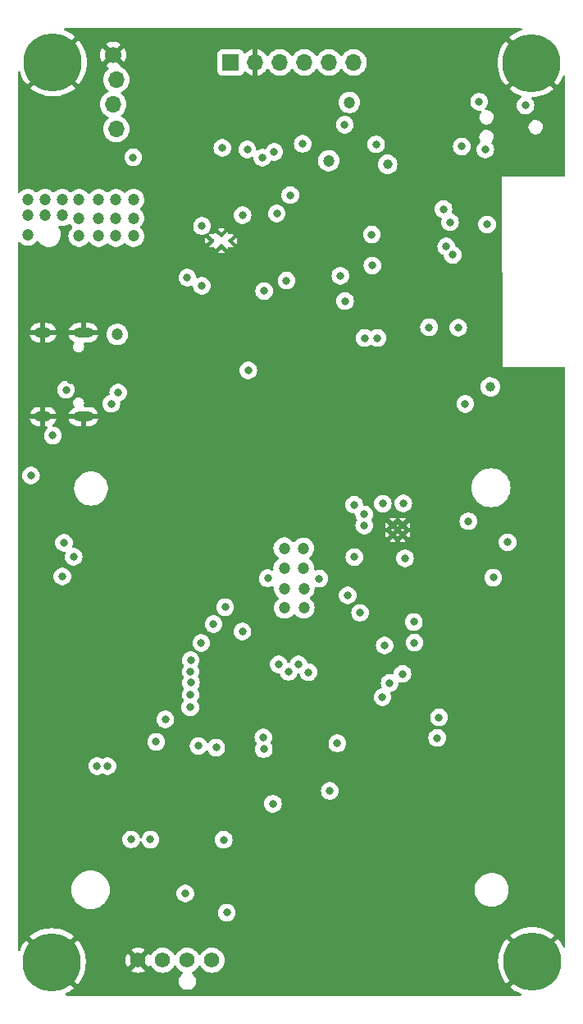
<source format=gbr>
%TF.GenerationSoftware,KiCad,Pcbnew,7.0.10*%
%TF.CreationDate,2024-02-11T10:41:44-05:00*%
%TF.ProjectId,bitaxeUltra,62697461-7865-4556-9c74-72612e6b6963,rev?*%
%TF.SameCoordinates,Original*%
%TF.FileFunction,Copper,L2,Inr*%
%TF.FilePolarity,Positive*%
%FSLAX46Y46*%
G04 Gerber Fmt 4.6, Leading zero omitted, Abs format (unit mm)*
G04 Created by KiCad (PCBNEW 7.0.10) date 2024-02-11 10:41:44*
%MOMM*%
%LPD*%
G01*
G04 APERTURE LIST*
%TA.AperFunction,ComponentPad*%
%ADD10C,0.800000*%
%TD*%
%TA.AperFunction,ComponentPad*%
%ADD11C,6.000000*%
%TD*%
%TA.AperFunction,ComponentPad*%
%ADD12C,0.500000*%
%TD*%
%TA.AperFunction,ComponentPad*%
%ADD13R,1.700000X1.700000*%
%TD*%
%TA.AperFunction,ComponentPad*%
%ADD14O,1.700000X1.700000*%
%TD*%
%TA.AperFunction,ComponentPad*%
%ADD15C,0.400000*%
%TD*%
%TA.AperFunction,ComponentPad*%
%ADD16C,1.574800*%
%TD*%
%TA.AperFunction,ComponentPad*%
%ADD17C,1.700000*%
%TD*%
%TA.AperFunction,ComponentPad*%
%ADD18O,1.800000X1.000000*%
%TD*%
%TA.AperFunction,ComponentPad*%
%ADD19O,2.100000X1.000000*%
%TD*%
%TA.AperFunction,ViaPad*%
%ADD20C,0.800000*%
%TD*%
%TA.AperFunction,ViaPad*%
%ADD21C,1.200000*%
%TD*%
%TA.AperFunction,ViaPad*%
%ADD22C,1.000000*%
%TD*%
G04 APERTURE END LIST*
D10*
%TO.N,GND*%
%TO.C,H7*%
X127985010Y-51120990D03*
X128644020Y-49530000D03*
X128644020Y-52711980D03*
X130235010Y-48870990D03*
D11*
X130235010Y-51120990D03*
D10*
X130235010Y-53370990D03*
X131826000Y-49530000D03*
X131826000Y-52711980D03*
X132485010Y-51120990D03*
%TD*%
D12*
%TO.N,GND*%
%TO.C,U2*%
X116922000Y-98765000D03*
X116922000Y-99765000D03*
X115922000Y-99765000D03*
X115922000Y-98765000D03*
%TD*%
D10*
%TO.N,GND*%
%TO.C,H9*%
X128052000Y-143728000D03*
X128711010Y-142137010D03*
X128711010Y-145318990D03*
X130302000Y-141478000D03*
D11*
X130302000Y-143728000D03*
D10*
X130302000Y-145978000D03*
X131892990Y-142137010D03*
X131892990Y-145318990D03*
X132552000Y-143728000D03*
%TD*%
D13*
%TO.N,/5V*%
%TO.C,J6*%
X99171505Y-51054000D03*
D14*
%TO.N,GND*%
X101711505Y-51054000D03*
%TO.N,Net-(J6-Pin_3)*%
X104251505Y-51054000D03*
%TO.N,Net-(J6-Pin_4)*%
X106791505Y-51054000D03*
%TO.N,Net-(J6-Pin_5)*%
X109331505Y-51054000D03*
%TO.N,Net-(J6-Pin_6)*%
X111871505Y-51054000D03*
%TD*%
D10*
%TO.N,GND*%
%TO.C,H10*%
X78455010Y-143830990D03*
X79114020Y-142240000D03*
X79114020Y-145421980D03*
X80705010Y-141580990D03*
D11*
X80705010Y-143830990D03*
D10*
X80705010Y-146080990D03*
X82296000Y-142240000D03*
X82296000Y-145421980D03*
X82955010Y-143830990D03*
%TD*%
D15*
%TO.N,GND*%
%TO.C,U9*%
X98201691Y-68847200D03*
X99151691Y-69422200D03*
X97251691Y-69422200D03*
X98201691Y-69997200D03*
%TD*%
D10*
%TO.N,GND*%
%TO.C,H8*%
X78558000Y-51054000D03*
X79217010Y-49463010D03*
X79217010Y-52644990D03*
X80808000Y-48804000D03*
D11*
X80808000Y-51054000D03*
D10*
X80808000Y-53304000D03*
X82398990Y-49463010D03*
X82398990Y-52644990D03*
X83058000Y-51054000D03*
%TD*%
D16*
%TO.N,GND*%
%TO.C,J4*%
X89621000Y-143622000D03*
%TO.N,/5V*%
X92161000Y-143622000D03*
%TO.N,/Fan/FAN_TACH*%
X94701000Y-143622000D03*
%TO.N,/Fan/FAN_PWM*%
X97241000Y-143622000D03*
%TD*%
D17*
%TO.N,GND*%
%TO.C,J9*%
X87055000Y-50292000D03*
D14*
%TO.N,/3V3*%
X87355000Y-52832000D03*
%TO.N,/SCL*%
X87055000Y-55372000D03*
%TO.N,/SDA*%
X87355000Y-57912000D03*
%TD*%
D18*
%TO.N,GND*%
%TO.C,J8*%
X79790000Y-87580000D03*
D19*
X83970000Y-87580000D03*
D18*
X79790000Y-78940000D03*
D19*
X83970000Y-78940000D03*
%TD*%
D20*
%TO.N,GND*%
X103190000Y-69390000D03*
X95758000Y-70612000D03*
D21*
X89840000Y-72570000D03*
D20*
X97490000Y-94550000D03*
D21*
X88000000Y-72550000D03*
X88000000Y-75360000D03*
D20*
X100850600Y-73131400D03*
D21*
X90678000Y-71180000D03*
D20*
X116910000Y-128990000D03*
D22*
X116540000Y-70920000D03*
D21*
X88866000Y-71180000D03*
D20*
X99060000Y-95504000D03*
D21*
X88900000Y-73990000D03*
D20*
X125600000Y-65940000D03*
X96600000Y-112710000D03*
X82620000Y-83780000D03*
D21*
X90680000Y-73990000D03*
D20*
X98530000Y-94570000D03*
X112460000Y-69350000D03*
X99510000Y-94570000D03*
X103886000Y-70358000D03*
X106396000Y-118533000D03*
X97028000Y-95504000D03*
X111140000Y-118640000D03*
X118430000Y-57150000D03*
X98044000Y-95504000D03*
D21*
X84340000Y-72470000D03*
D20*
X104082000Y-115436000D03*
X96070000Y-137650000D03*
X101092000Y-95504000D03*
X98530000Y-118780000D03*
X85920000Y-103290000D03*
X106408000Y-116351000D03*
X128120000Y-55550000D03*
D21*
X85242000Y-71180000D03*
D22*
X100765000Y-145890000D03*
D20*
X94890000Y-62470000D03*
X97550000Y-96520000D03*
X105673000Y-117442000D03*
X100600000Y-96510000D03*
X124109000Y-115539000D03*
D22*
X117910000Y-70950000D03*
D20*
X99584000Y-96510000D03*
X117602000Y-123903000D03*
X101779000Y-71402000D03*
X104855000Y-118563000D03*
X104132000Y-117472000D03*
D21*
X83430000Y-71180000D03*
D20*
X121210000Y-74547000D03*
X96534000Y-96520000D03*
X80837800Y-83578425D03*
X102500000Y-70390000D03*
X94160000Y-70610000D03*
X100076000Y-95504000D03*
X107144000Y-117442000D03*
X90897000Y-129309000D03*
X114140000Y-95310000D03*
X112512000Y-61250000D03*
X105623000Y-115406000D03*
X100600000Y-94570000D03*
X104867000Y-116381000D03*
X101010000Y-70410000D03*
X104600000Y-71380000D03*
D22*
X119454234Y-70914234D03*
D20*
X105330000Y-132320000D03*
X104430000Y-130240000D03*
X114030000Y-57490000D03*
D22*
X126380000Y-83110000D03*
D20*
X98568000Y-96510000D03*
D21*
X87054000Y-71180000D03*
D20*
X115573700Y-102188000D03*
X122620000Y-100670000D03*
D21*
X86090000Y-72500000D03*
X89840000Y-75330000D03*
D20*
X103210000Y-71420000D03*
X101570000Y-108460000D03*
X132297000Y-108743000D03*
X95260000Y-132630000D03*
X107094000Y-115406000D03*
X115099642Y-112550642D03*
D21*
%TO.N,/Power/VIN*%
X83520000Y-67100000D03*
X80008000Y-65208000D03*
X87330000Y-68960000D03*
X78232000Y-68834000D03*
X81786000Y-65208000D03*
X81758000Y-66826000D03*
X89140000Y-65208000D03*
X87330000Y-67100000D03*
X83520000Y-65208000D03*
X89140000Y-67100000D03*
X78232000Y-66826000D03*
X87330000Y-65208000D03*
X89140000Y-68960000D03*
X85552000Y-67100000D03*
X85552000Y-65208000D03*
X78232000Y-65208000D03*
X79980000Y-66826000D03*
X83520000Y-68960000D03*
X85552000Y-68960000D03*
D20*
%TO.N,/BM1366/1V8*%
X114890000Y-96560000D03*
X117172000Y-102173000D03*
X109410000Y-126170000D03*
%TO.N,/BM1366/INV_CLKO*%
X92430600Y-118795800D03*
%TO.N,/VDD*%
X121149900Y-66170000D03*
X103000000Y-104240000D03*
X105152000Y-113890000D03*
D21*
X106685000Y-103175000D03*
X106725000Y-105305000D03*
D20*
X104126000Y-113110000D03*
X108330000Y-104270000D03*
X107204000Y-113920000D03*
D21*
X106725000Y-107275000D03*
D20*
X106178000Y-113110000D03*
D21*
X104695000Y-103175000D03*
X104695000Y-101135000D03*
X106665000Y-101155000D03*
X104745000Y-107305000D03*
X104715000Y-105285000D03*
D20*
%TO.N,/ESP32/EN*%
X126293000Y-104178000D03*
X125650000Y-67760000D03*
X122101300Y-70905000D03*
%TO.N,/5V*%
X88883000Y-131168000D03*
X90881000Y-131182000D03*
X100400000Y-66800000D03*
D21*
X109280000Y-61185155D03*
D20*
X98450000Y-131200000D03*
D21*
X87480000Y-79100000D03*
D20*
X98770000Y-138720000D03*
%TO.N,/3V3*%
X80805000Y-89525000D03*
X110500000Y-73050000D03*
X111925000Y-96665000D03*
X127766000Y-100521000D03*
X129610000Y-55490000D03*
D22*
X126000000Y-84500000D03*
D20*
X123394000Y-86260000D03*
X94490000Y-136740000D03*
X117000534Y-96509102D03*
D21*
X111440000Y-55180000D03*
D20*
X114190000Y-59500000D03*
X82180000Y-84800000D03*
X81790000Y-104050000D03*
X113750000Y-68810000D03*
X100390000Y-109720000D03*
X110950000Y-57470000D03*
D22*
X115370000Y-61560000D03*
D20*
X78550000Y-93640000D03*
%TO.N,/TX*%
X114330000Y-79470000D03*
%TO.N,/RX*%
X113000000Y-79462500D03*
%TO.N,/BM1366/VDD3_0*%
X115070000Y-111160000D03*
%TO.N,/BM1366/VDD2_0*%
X112530000Y-107800000D03*
%TO.N,/RST*%
X121437000Y-70037900D03*
%TO.N,/BM1366/PIN_MODE*%
X91480645Y-121097045D03*
%TO.N,/SCL*%
X100890000Y-60020000D03*
X85380000Y-123600000D03*
X106610000Y-59449183D03*
X87560000Y-85090000D03*
X97680000Y-121690000D03*
%TO.N,/Power/OUT0*%
X96210000Y-67920000D03*
X98310000Y-59870000D03*
%TO.N,/BM1366/0V8*%
X110180000Y-121260000D03*
X103530000Y-127490000D03*
%TO.N,/BM1366/VDD1_0*%
X111250000Y-106010000D03*
%TO.N,/BM1366/VDD1_1*%
X98602800Y-107213400D03*
%TO.N,/BM1366/VDD2_1*%
X97409000Y-108966000D03*
%TO.N,/BM1366/VDD3_1*%
X96130000Y-110920000D03*
%TO.N,Net-(Q4-D)*%
X105330000Y-64740000D03*
X103940000Y-66630000D03*
%TO.N,Net-(U9-BOOT)*%
X94690000Y-73240000D03*
X96200000Y-74090000D03*
%TO.N,/BM1366/CI*%
X118085000Y-108745000D03*
X112970000Y-98790000D03*
%TO.N,/BM1366/RO*%
X112962000Y-97645000D03*
X118150000Y-110880000D03*
%TO.N,/BM1366/RST_N*%
X116920000Y-114090000D03*
X111948000Y-102053000D03*
%TO.N,Net-(Q2-G)*%
X100990000Y-82811400D03*
X102630000Y-74620000D03*
%TO.N,/BM1366/RI*%
X95070000Y-114990000D03*
%TO.N,/BM1366/CLKI*%
X114844000Y-116495900D03*
%TO.N,/BM1366/NRSTO*%
X95050000Y-112699800D03*
%TO.N,/BM1366/BO*%
X95030000Y-113880000D03*
%TO.N,/BM1366/CLKO*%
X95030000Y-116240000D03*
%TO.N,/BM1366/CO*%
X94996000Y-117551200D03*
%TO.N,/ESP32/P_TX*%
X125466555Y-60033445D03*
%TO.N,/ESP32/P_RX*%
X123040000Y-59730000D03*
%TO.N,/ESP32/IO0*%
X124830000Y-55100000D03*
X121828800Y-67530000D03*
X123719000Y-98362000D03*
%TO.N,/ESP32/XIN32*%
X122670000Y-78400000D03*
%TO.N,/BM1366/ADDR0*%
X120680000Y-118590000D03*
%TO.N,/ESP32/XOUT32*%
X119660000Y-78360000D03*
%TO.N,/Power/PGOOD*%
X104940000Y-73540000D03*
%TO.N,/ESP32/PWR_EN*%
X110990000Y-75660000D03*
%TO.N,/SDA*%
X86450000Y-123620000D03*
X86858711Y-86240000D03*
X95850000Y-121520000D03*
X103670000Y-60270000D03*
%TO.N,/BM1366/BI*%
X115590000Y-115040000D03*
%TO.N,/PLUG_SENSE*%
X113800000Y-71990000D03*
X89110000Y-60840000D03*
X102440000Y-60880000D03*
%TO.N,/BM1366/ADDR1*%
X120500000Y-120710000D03*
%TO.N,Net-(J8-CC1)*%
X82960000Y-102010000D03*
%TO.N,Net-(J8-CC2)*%
X81963140Y-100574802D03*
%TO.N,Net-(U14-VDDIO_18_1)*%
X102550000Y-120650000D03*
%TO.N,Net-(U14-VDDIO_08_1)*%
X102590000Y-121850000D03*
%TD*%
%TA.AperFunction,Conductor*%
%TO.N,GND*%
G36*
X129221941Y-47542502D02*
G01*
X129268434Y-47596158D01*
X129278538Y-47666432D01*
X129249044Y-47731012D01*
X129189318Y-47769396D01*
X129186431Y-47770207D01*
X129149499Y-47780102D01*
X129149486Y-47780106D01*
X128806229Y-47911870D01*
X128806221Y-47911874D01*
X128478612Y-48078799D01*
X128478606Y-48078802D01*
X128170237Y-48279058D01*
X128170232Y-48279062D01*
X127939297Y-48466068D01*
X128820430Y-49347201D01*
X128741565Y-49294505D01*
X128668644Y-49280000D01*
X128619396Y-49280000D01*
X128546475Y-49294505D01*
X128463780Y-49349760D01*
X128408525Y-49432455D01*
X128389122Y-49530000D01*
X128408525Y-49627545D01*
X128461220Y-49706409D01*
X127580088Y-48825277D01*
X127393082Y-49056212D01*
X127393078Y-49056217D01*
X127192822Y-49364586D01*
X127192819Y-49364592D01*
X127025894Y-49692201D01*
X127025890Y-49692209D01*
X126894126Y-50035466D01*
X126894122Y-50035479D01*
X126798958Y-50390636D01*
X126741438Y-50753807D01*
X126722196Y-51120982D01*
X126722196Y-51120997D01*
X126741438Y-51488172D01*
X126798958Y-51851343D01*
X126894122Y-52206500D01*
X126894126Y-52206513D01*
X127025890Y-52549770D01*
X127025894Y-52549778D01*
X127192819Y-52877387D01*
X127192822Y-52877393D01*
X127393087Y-53185774D01*
X127393091Y-53185779D01*
X127580087Y-53416700D01*
X127580088Y-53416701D01*
X128461223Y-52535565D01*
X128408525Y-52614435D01*
X128389122Y-52711980D01*
X128408525Y-52809525D01*
X128463780Y-52892220D01*
X128546475Y-52947475D01*
X128619396Y-52961980D01*
X128668644Y-52961980D01*
X128741565Y-52947475D01*
X128820425Y-52894781D01*
X127939297Y-53775910D01*
X127939298Y-53775911D01*
X128170220Y-53962908D01*
X128170225Y-53962912D01*
X128478606Y-54163177D01*
X128478612Y-54163180D01*
X128806221Y-54330105D01*
X128806229Y-54330109D01*
X129152571Y-54463057D01*
X129152036Y-54464449D01*
X129205783Y-54501149D01*
X129233462Y-54566528D01*
X129221401Y-54636492D01*
X129173429Y-54688830D01*
X129159550Y-54696075D01*
X129153253Y-54698878D01*
X129153248Y-54698882D01*
X128998744Y-54811135D01*
X128870965Y-54953048D01*
X128870958Y-54953058D01*
X128775476Y-55118438D01*
X128775473Y-55118445D01*
X128716457Y-55300072D01*
X128696496Y-55490000D01*
X128716457Y-55679927D01*
X128742374Y-55759688D01*
X128775473Y-55861556D01*
X128775476Y-55861561D01*
X128870958Y-56026941D01*
X128870965Y-56026951D01*
X128998744Y-56168864D01*
X129009309Y-56176540D01*
X129153248Y-56281118D01*
X129327712Y-56358794D01*
X129514513Y-56398500D01*
X129705487Y-56398500D01*
X129892288Y-56358794D01*
X130066752Y-56281118D01*
X130221253Y-56168866D01*
X130248329Y-56138795D01*
X130349034Y-56026951D01*
X130349035Y-56026949D01*
X130349040Y-56026944D01*
X130444527Y-55861556D01*
X130503542Y-55679928D01*
X130523504Y-55490000D01*
X130503542Y-55300072D01*
X130444527Y-55118444D01*
X130349040Y-54953056D01*
X130349038Y-54953054D01*
X130349034Y-54953048D01*
X130246160Y-54838795D01*
X130215442Y-54774788D01*
X130224207Y-54704334D01*
X130269670Y-54649803D01*
X130333202Y-54628658D01*
X130602192Y-54614561D01*
X130965363Y-54557041D01*
X131320520Y-54461877D01*
X131320533Y-54461873D01*
X131663790Y-54330109D01*
X131663798Y-54330105D01*
X131991407Y-54163180D01*
X131991413Y-54163177D01*
X132299792Y-53962914D01*
X132530721Y-53775910D01*
X131649590Y-52894779D01*
X131728455Y-52947475D01*
X131801376Y-52961980D01*
X131850624Y-52961980D01*
X131923545Y-52947475D01*
X132006240Y-52892220D01*
X132061495Y-52809525D01*
X132080898Y-52711980D01*
X132061495Y-52614435D01*
X132008798Y-52535569D01*
X132889930Y-53416701D01*
X133076934Y-53185772D01*
X133277197Y-52877393D01*
X133277200Y-52877387D01*
X133444125Y-52549778D01*
X133444129Y-52549770D01*
X133487869Y-52435824D01*
X133530954Y-52379396D01*
X133597708Y-52355219D01*
X133666935Y-52370970D01*
X133716657Y-52421648D01*
X133731500Y-52480978D01*
X133731500Y-62672099D01*
X133711498Y-62740220D01*
X133657842Y-62786713D01*
X133606121Y-62798097D01*
X127129999Y-62829999D01*
X127239999Y-82460000D01*
X127240000Y-82460000D01*
X133604886Y-82428836D01*
X133673101Y-82448504D01*
X133719856Y-82501931D01*
X133731500Y-82554834D01*
X133731500Y-142206911D01*
X133711498Y-142275032D01*
X133657842Y-142321525D01*
X133587568Y-142331629D01*
X133522988Y-142302135D01*
X133493233Y-142264114D01*
X133344191Y-141971602D01*
X133344187Y-141971596D01*
X133143922Y-141663215D01*
X133143918Y-141663210D01*
X132956921Y-141432288D01*
X132956920Y-141432287D01*
X132075791Y-142313416D01*
X132128485Y-142234555D01*
X132147888Y-142137010D01*
X132128485Y-142039465D01*
X132073230Y-141956770D01*
X131990535Y-141901515D01*
X131917614Y-141887010D01*
X131868366Y-141887010D01*
X131795445Y-141901515D01*
X131716576Y-141954213D01*
X132597711Y-141073078D01*
X132597710Y-141073077D01*
X132366789Y-140886081D01*
X132366784Y-140886077D01*
X132058403Y-140685812D01*
X132058397Y-140685809D01*
X131730788Y-140518884D01*
X131730780Y-140518880D01*
X131387523Y-140387116D01*
X131387510Y-140387112D01*
X131032353Y-140291948D01*
X130669182Y-140234428D01*
X130302007Y-140215186D01*
X130301993Y-140215186D01*
X129934817Y-140234428D01*
X129571646Y-140291948D01*
X129216489Y-140387112D01*
X129216476Y-140387116D01*
X128873219Y-140518880D01*
X128873211Y-140518884D01*
X128545602Y-140685809D01*
X128545596Y-140685812D01*
X128237227Y-140886068D01*
X128237222Y-140886072D01*
X128006287Y-141073078D01*
X128887419Y-141954210D01*
X128808555Y-141901515D01*
X128735634Y-141887010D01*
X128686386Y-141887010D01*
X128613465Y-141901515D01*
X128530770Y-141956770D01*
X128475515Y-142039465D01*
X128456112Y-142137010D01*
X128475515Y-142234555D01*
X128528210Y-142313419D01*
X127647078Y-141432287D01*
X127460072Y-141663222D01*
X127460068Y-141663227D01*
X127259812Y-141971596D01*
X127259809Y-141971602D01*
X127092884Y-142299211D01*
X127092880Y-142299219D01*
X126961116Y-142642476D01*
X126961112Y-142642489D01*
X126865948Y-142997646D01*
X126808428Y-143360817D01*
X126789186Y-143727992D01*
X126789186Y-143728007D01*
X126808428Y-144095182D01*
X126865948Y-144458353D01*
X126961112Y-144813510D01*
X126961116Y-144813523D01*
X127092880Y-145156780D01*
X127092884Y-145156788D01*
X127259809Y-145484397D01*
X127259812Y-145484403D01*
X127460077Y-145792784D01*
X127460081Y-145792789D01*
X127647077Y-146023710D01*
X127647078Y-146023711D01*
X128528213Y-145142575D01*
X128475515Y-145221445D01*
X128456112Y-145318990D01*
X128475515Y-145416535D01*
X128530770Y-145499230D01*
X128613465Y-145554485D01*
X128686386Y-145568990D01*
X128735634Y-145568990D01*
X128808555Y-145554485D01*
X128887417Y-145501791D01*
X128006287Y-146382920D01*
X128006288Y-146382921D01*
X128237210Y-146569918D01*
X128237215Y-146569922D01*
X128545596Y-146770187D01*
X128545602Y-146770190D01*
X128873211Y-146937115D01*
X128873219Y-146937119D01*
X129140892Y-147039869D01*
X129197320Y-147082955D01*
X129221497Y-147149708D01*
X129205746Y-147218935D01*
X129155068Y-147268657D01*
X129095738Y-147283500D01*
X82252860Y-147283500D01*
X82184739Y-147263498D01*
X82168504Y-147251095D01*
X82142528Y-147227682D01*
X82105319Y-147167220D01*
X82106705Y-147096237D01*
X82146248Y-147037271D01*
X82169682Y-147021822D01*
X82461407Y-146873180D01*
X82461413Y-146873177D01*
X82769792Y-146672914D01*
X83000721Y-146485910D01*
X82119589Y-145604778D01*
X82198455Y-145657475D01*
X82271376Y-145671980D01*
X82320624Y-145671980D01*
X82393545Y-145657475D01*
X82476240Y-145602220D01*
X82531495Y-145519525D01*
X82550898Y-145421980D01*
X82531495Y-145324435D01*
X82478799Y-145245570D01*
X83359930Y-146126701D01*
X83546934Y-145895772D01*
X83747197Y-145587393D01*
X83747200Y-145587387D01*
X83914125Y-145259778D01*
X83914129Y-145259770D01*
X84045893Y-144916513D01*
X84045897Y-144916500D01*
X84141061Y-144561343D01*
X84198581Y-144198172D01*
X84217824Y-143830997D01*
X84217824Y-143830982D01*
X84206872Y-143622000D01*
X88320652Y-143622000D01*
X88340407Y-143847802D01*
X88399072Y-144066742D01*
X88399074Y-144066747D01*
X88494867Y-144272175D01*
X88542947Y-144340841D01*
X89108134Y-143775653D01*
X89113673Y-143802304D01*
X89181131Y-143932493D01*
X89281213Y-144039655D01*
X89406495Y-144115840D01*
X89468887Y-144133321D01*
X88902157Y-144700051D01*
X88902157Y-144700053D01*
X88970822Y-144748132D01*
X89176251Y-144843925D01*
X89176257Y-144843927D01*
X89395197Y-144902592D01*
X89621000Y-144922347D01*
X89846802Y-144902592D01*
X90065742Y-144843927D01*
X90065748Y-144843925D01*
X90271169Y-144748136D01*
X90339841Y-144700051D01*
X90339841Y-144700050D01*
X89776007Y-144136216D01*
X89900752Y-144082032D01*
X90014493Y-143989497D01*
X90099051Y-143869706D01*
X90132840Y-143774631D01*
X90699050Y-144340841D01*
X90699051Y-144340841D01*
X90747138Y-144272166D01*
X90747139Y-144272164D01*
X90776528Y-144209138D01*
X90823444Y-144155852D01*
X90891721Y-144136390D01*
X90959681Y-144156931D01*
X91004917Y-144209135D01*
X91034429Y-144272423D01*
X91082336Y-144340841D01*
X91164491Y-144458170D01*
X91324830Y-144618509D01*
X91510575Y-144748569D01*
X91716083Y-144844399D01*
X91935110Y-144903087D01*
X92161000Y-144922850D01*
X92386890Y-144903087D01*
X92605917Y-144844399D01*
X92811425Y-144748569D01*
X92997170Y-144618509D01*
X93157509Y-144458170D01*
X93287569Y-144272425D01*
X93316805Y-144209727D01*
X93363722Y-144156443D01*
X93431999Y-144136982D01*
X93499959Y-144157524D01*
X93545194Y-144209727D01*
X93574431Y-144272425D01*
X93704491Y-144458170D01*
X93864830Y-144618509D01*
X94050575Y-144748569D01*
X94187459Y-144812399D01*
X94240743Y-144859315D01*
X94260204Y-144927592D01*
X94239662Y-144995552D01*
X94197210Y-145035711D01*
X94170143Y-145051339D01*
X94170142Y-145051340D01*
X94170141Y-145051340D01*
X94029829Y-145177677D01*
X93918853Y-145330422D01*
X93842055Y-145502912D01*
X93825087Y-145582744D01*
X93802800Y-145687596D01*
X93802800Y-145876406D01*
X93842055Y-146061089D01*
X93871267Y-146126701D01*
X93918853Y-146233579D01*
X94027356Y-146382920D01*
X94029830Y-146386325D01*
X94170143Y-146512663D01*
X94170145Y-146512664D01*
X94333655Y-146607067D01*
X94333662Y-146607070D01*
X94513225Y-146665413D01*
X94513222Y-146665413D01*
X94578015Y-146672222D01*
X94653923Y-146680201D01*
X94653926Y-146680201D01*
X94748074Y-146680201D01*
X94748077Y-146680201D01*
X94888775Y-146665413D01*
X95068343Y-146607068D01*
X95231857Y-146512663D01*
X95372170Y-146386325D01*
X95483149Y-146233575D01*
X95559945Y-146061089D01*
X95599200Y-145876406D01*
X95599200Y-145687596D01*
X95559945Y-145502913D01*
X95483149Y-145330427D01*
X95483147Y-145330424D01*
X95483146Y-145330422D01*
X95372170Y-145177677D01*
X95231858Y-145051340D01*
X95231850Y-145051334D01*
X95204790Y-145035711D01*
X95155797Y-144984328D01*
X95142362Y-144914614D01*
X95168749Y-144848704D01*
X95214540Y-144812399D01*
X95351425Y-144748569D01*
X95537170Y-144618509D01*
X95697509Y-144458170D01*
X95827569Y-144272425D01*
X95856805Y-144209727D01*
X95903722Y-144156443D01*
X95971999Y-144136982D01*
X96039959Y-144157524D01*
X96085194Y-144209727D01*
X96114431Y-144272425D01*
X96244491Y-144458170D01*
X96404830Y-144618509D01*
X96590575Y-144748569D01*
X96796083Y-144844399D01*
X97015110Y-144903087D01*
X97241000Y-144922850D01*
X97466890Y-144903087D01*
X97685917Y-144844399D01*
X97891425Y-144748569D01*
X98077170Y-144618509D01*
X98237509Y-144458170D01*
X98367569Y-144272425D01*
X98463399Y-144066917D01*
X98522087Y-143847890D01*
X98541850Y-143622000D01*
X98522087Y-143396110D01*
X98463399Y-143177083D01*
X98367569Y-142971575D01*
X98237509Y-142785830D01*
X98077170Y-142625491D01*
X97955407Y-142540232D01*
X97891425Y-142495431D01*
X97685920Y-142399602D01*
X97685915Y-142399600D01*
X97584264Y-142372363D01*
X97466890Y-142340913D01*
X97241000Y-142321150D01*
X97015110Y-142340913D01*
X96956423Y-142356638D01*
X96796084Y-142399600D01*
X96796079Y-142399602D01*
X96590574Y-142495431D01*
X96404833Y-142625488D01*
X96404827Y-142625493D01*
X96244493Y-142785827D01*
X96244488Y-142785833D01*
X96114431Y-142971574D01*
X96085195Y-143034271D01*
X96038277Y-143087556D01*
X95970000Y-143107017D01*
X95902040Y-143086475D01*
X95856805Y-143034271D01*
X95839726Y-142997646D01*
X95827569Y-142971575D01*
X95697509Y-142785830D01*
X95537170Y-142625491D01*
X95415407Y-142540232D01*
X95351425Y-142495431D01*
X95145920Y-142399602D01*
X95145915Y-142399600D01*
X95044264Y-142372363D01*
X94926890Y-142340913D01*
X94701000Y-142321150D01*
X94475110Y-142340913D01*
X94416423Y-142356638D01*
X94256084Y-142399600D01*
X94256079Y-142399602D01*
X94050574Y-142495431D01*
X93864833Y-142625488D01*
X93864827Y-142625493D01*
X93704493Y-142785827D01*
X93704488Y-142785833D01*
X93574431Y-142971574D01*
X93545195Y-143034271D01*
X93498277Y-143087556D01*
X93430000Y-143107017D01*
X93362040Y-143086475D01*
X93316805Y-143034271D01*
X93299726Y-142997646D01*
X93287569Y-142971575D01*
X93157509Y-142785830D01*
X92997170Y-142625491D01*
X92875407Y-142540232D01*
X92811425Y-142495431D01*
X92605920Y-142399602D01*
X92605915Y-142399600D01*
X92504264Y-142372363D01*
X92386890Y-142340913D01*
X92161000Y-142321150D01*
X91935110Y-142340913D01*
X91876423Y-142356638D01*
X91716084Y-142399600D01*
X91716079Y-142399602D01*
X91510574Y-142495431D01*
X91324833Y-142625488D01*
X91324827Y-142625493D01*
X91164493Y-142785827D01*
X91164488Y-142785833D01*
X91034430Y-142971575D01*
X91004917Y-143034865D01*
X90957999Y-143088149D01*
X90889721Y-143107609D01*
X90821762Y-143087066D01*
X90776528Y-143034862D01*
X90747134Y-142971825D01*
X90747132Y-142971822D01*
X90699053Y-142903157D01*
X90699051Y-142903157D01*
X90133864Y-143468344D01*
X90128327Y-143441696D01*
X90060869Y-143311507D01*
X89960787Y-143204345D01*
X89835505Y-143128160D01*
X89773111Y-143110678D01*
X90339841Y-142543947D01*
X90271175Y-142495867D01*
X90065747Y-142400074D01*
X90065742Y-142400072D01*
X89846802Y-142341407D01*
X89621000Y-142321652D01*
X89395197Y-142341407D01*
X89176257Y-142400072D01*
X89176252Y-142400074D01*
X88970824Y-142495867D01*
X88902156Y-142543947D01*
X89465992Y-143107783D01*
X89341248Y-143161968D01*
X89227507Y-143254503D01*
X89142949Y-143374294D01*
X89109159Y-143469368D01*
X88542947Y-142903156D01*
X88494867Y-142971824D01*
X88399074Y-143177252D01*
X88399072Y-143177257D01*
X88340407Y-143396197D01*
X88320652Y-143622000D01*
X84206872Y-143622000D01*
X84198581Y-143463807D01*
X84141061Y-143100636D01*
X84045897Y-142745479D01*
X84045893Y-142745466D01*
X83914129Y-142402209D01*
X83914125Y-142402201D01*
X83747200Y-142074592D01*
X83747197Y-142074586D01*
X83546932Y-141766205D01*
X83546928Y-141766200D01*
X83359931Y-141535278D01*
X83359930Y-141535277D01*
X82478802Y-142416404D01*
X82531495Y-142337545D01*
X82550898Y-142240000D01*
X82531495Y-142142455D01*
X82476240Y-142059760D01*
X82393545Y-142004505D01*
X82320624Y-141990000D01*
X82271376Y-141990000D01*
X82198455Y-142004505D01*
X82119586Y-142057203D01*
X83000721Y-141176068D01*
X83000720Y-141176067D01*
X82769799Y-140989071D01*
X82769794Y-140989067D01*
X82461413Y-140788802D01*
X82461407Y-140788799D01*
X82133798Y-140621874D01*
X82133790Y-140621870D01*
X81790533Y-140490106D01*
X81790520Y-140490102D01*
X81435363Y-140394938D01*
X81072192Y-140337418D01*
X80705017Y-140318176D01*
X80705003Y-140318176D01*
X80337827Y-140337418D01*
X79974656Y-140394938D01*
X79619499Y-140490102D01*
X79619486Y-140490106D01*
X79276229Y-140621870D01*
X79276221Y-140621874D01*
X78948612Y-140788799D01*
X78948606Y-140788802D01*
X78640237Y-140989058D01*
X78640232Y-140989062D01*
X78409297Y-141176068D01*
X79290429Y-142057200D01*
X79211565Y-142004505D01*
X79138644Y-141990000D01*
X79089396Y-141990000D01*
X79016475Y-142004505D01*
X78933780Y-142059760D01*
X78878525Y-142142455D01*
X78859122Y-142240000D01*
X78878525Y-142337545D01*
X78931221Y-142416410D01*
X78050088Y-141535277D01*
X77863082Y-141766212D01*
X77863078Y-141766217D01*
X77662822Y-142074586D01*
X77662819Y-142074592D01*
X77495894Y-142402201D01*
X77495890Y-142402209D01*
X77433131Y-142565704D01*
X77390045Y-142622132D01*
X77323292Y-142646309D01*
X77254065Y-142630558D01*
X77204343Y-142579880D01*
X77189500Y-142520550D01*
X77189500Y-138720000D01*
X97856496Y-138720000D01*
X97876457Y-138909927D01*
X97906526Y-139002470D01*
X97935473Y-139091556D01*
X97935476Y-139091561D01*
X98030958Y-139256941D01*
X98030965Y-139256951D01*
X98158744Y-139398864D01*
X98158747Y-139398866D01*
X98313248Y-139511118D01*
X98487712Y-139588794D01*
X98674513Y-139628500D01*
X98865487Y-139628500D01*
X99052288Y-139588794D01*
X99226752Y-139511118D01*
X99381253Y-139398866D01*
X99509040Y-139256944D01*
X99604527Y-139091556D01*
X99663542Y-138909928D01*
X99683504Y-138720000D01*
X99663542Y-138530072D01*
X99604527Y-138348444D01*
X99509040Y-138183056D01*
X99509038Y-138183054D01*
X99509034Y-138183048D01*
X99381255Y-138041135D01*
X99226752Y-137928882D01*
X99052288Y-137851206D01*
X98865487Y-137811500D01*
X98674513Y-137811500D01*
X98487711Y-137851206D01*
X98313247Y-137928882D01*
X98158744Y-138041135D01*
X98030965Y-138183048D01*
X98030958Y-138183058D01*
X97935476Y-138348438D01*
X97935473Y-138348445D01*
X97876457Y-138530072D01*
X97856496Y-138720000D01*
X77189500Y-138720000D01*
X77189500Y-136360000D01*
X82704390Y-136360000D01*
X82724803Y-136645424D01*
X82785631Y-136925046D01*
X82885632Y-137193160D01*
X82885637Y-137193170D01*
X83022768Y-137444307D01*
X83022772Y-137444312D01*
X83022774Y-137444315D01*
X83166869Y-137636804D01*
X83194262Y-137673396D01*
X83194270Y-137673405D01*
X83396594Y-137875729D01*
X83396603Y-137875737D01*
X83396605Y-137875739D01*
X83625685Y-138047226D01*
X83625687Y-138047227D01*
X83625692Y-138047231D01*
X83876829Y-138184362D01*
X83876839Y-138184367D01*
X84144954Y-138284369D01*
X84424572Y-138345196D01*
X84638552Y-138360500D01*
X84638558Y-138360500D01*
X84781442Y-138360500D01*
X84781448Y-138360500D01*
X84995428Y-138345196D01*
X85275046Y-138284369D01*
X85543161Y-138184367D01*
X85573144Y-138167994D01*
X85794307Y-138047231D01*
X85794309Y-138047229D01*
X85794315Y-138047226D01*
X86023395Y-137875739D01*
X86225739Y-137673395D01*
X86397226Y-137444315D01*
X86397229Y-137444309D01*
X86397231Y-137444307D01*
X86534362Y-137193170D01*
X86534367Y-137193161D01*
X86634369Y-136925046D01*
X86674623Y-136740000D01*
X93576496Y-136740000D01*
X93596457Y-136929927D01*
X93616408Y-136991327D01*
X93655473Y-137111556D01*
X93655476Y-137111561D01*
X93750958Y-137276941D01*
X93750965Y-137276951D01*
X93878744Y-137418864D01*
X93878747Y-137418866D01*
X94033248Y-137531118D01*
X94207712Y-137608794D01*
X94394513Y-137648500D01*
X94585487Y-137648500D01*
X94772288Y-137608794D01*
X94946752Y-137531118D01*
X95101253Y-137418866D01*
X95229040Y-137276944D01*
X95324527Y-137111556D01*
X95383542Y-136929928D01*
X95403504Y-136740000D01*
X95383542Y-136550072D01*
X95361158Y-136481182D01*
X124379500Y-136481182D01*
X124389884Y-136550072D01*
X124418604Y-136740619D01*
X124495933Y-136991314D01*
X124495938Y-136991327D01*
X124609773Y-137227706D01*
X124609777Y-137227713D01*
X124740103Y-137418864D01*
X124757567Y-137444479D01*
X124936019Y-137636805D01*
X125141143Y-137800386D01*
X125141146Y-137800388D01*
X125368352Y-137931566D01*
X125368356Y-137931568D01*
X125484879Y-137977299D01*
X125612584Y-138027420D01*
X125868370Y-138085802D01*
X126064506Y-138100500D01*
X126064507Y-138100500D01*
X126195493Y-138100500D01*
X126195494Y-138100500D01*
X126391630Y-138085802D01*
X126647416Y-138027420D01*
X126812757Y-137962528D01*
X126891644Y-137931568D01*
X126891647Y-137931566D01*
X127099607Y-137811500D01*
X127118857Y-137800386D01*
X127323981Y-137636805D01*
X127502433Y-137444479D01*
X127650228Y-137227704D01*
X127764063Y-136991323D01*
X127841396Y-136740615D01*
X127880500Y-136481182D01*
X127880500Y-136218818D01*
X127841396Y-135959385D01*
X127841395Y-135959383D01*
X127841395Y-135959380D01*
X127764066Y-135708685D01*
X127764061Y-135708672D01*
X127715854Y-135608570D01*
X127650228Y-135472296D01*
X127650226Y-135472293D01*
X127650222Y-135472286D01*
X127502437Y-135255527D01*
X127502433Y-135255521D01*
X127323981Y-135063195D01*
X127118857Y-134899614D01*
X127118852Y-134899611D01*
X127118853Y-134899611D01*
X126891647Y-134768433D01*
X126891639Y-134768430D01*
X126647419Y-134672581D01*
X126647417Y-134672580D01*
X126391633Y-134614198D01*
X126244528Y-134603174D01*
X126195494Y-134599500D01*
X126064506Y-134599500D01*
X126025278Y-134602439D01*
X125868366Y-134614198D01*
X125612582Y-134672580D01*
X125612580Y-134672581D01*
X125368360Y-134768430D01*
X125368352Y-134768433D01*
X125141146Y-134899611D01*
X124936018Y-135063195D01*
X124757566Y-135255522D01*
X124757562Y-135255527D01*
X124609777Y-135472286D01*
X124609773Y-135472293D01*
X124495938Y-135708672D01*
X124495933Y-135708685D01*
X124418604Y-135959380D01*
X124396879Y-136103514D01*
X124379500Y-136218818D01*
X124379500Y-136481182D01*
X95361158Y-136481182D01*
X95324527Y-136368444D01*
X95229040Y-136203056D01*
X95229038Y-136203054D01*
X95229034Y-136203048D01*
X95101255Y-136061135D01*
X94946752Y-135948882D01*
X94772288Y-135871206D01*
X94585487Y-135831500D01*
X94394513Y-135831500D01*
X94207711Y-135871206D01*
X94033247Y-135948882D01*
X93878744Y-136061135D01*
X93750965Y-136203048D01*
X93750958Y-136203058D01*
X93655476Y-136368438D01*
X93655473Y-136368445D01*
X93596457Y-136550072D01*
X93576496Y-136740000D01*
X86674623Y-136740000D01*
X86695196Y-136645428D01*
X86715610Y-136360000D01*
X86695196Y-136074572D01*
X86634369Y-135794954D01*
X86534367Y-135526839D01*
X86534362Y-135526829D01*
X86397231Y-135275692D01*
X86397227Y-135275687D01*
X86397226Y-135275685D01*
X86225739Y-135046605D01*
X86225737Y-135046603D01*
X86225729Y-135046594D01*
X86023405Y-134844270D01*
X86023396Y-134844262D01*
X85922100Y-134768433D01*
X85794315Y-134672774D01*
X85794313Y-134672773D01*
X85794312Y-134672772D01*
X85794307Y-134672768D01*
X85543170Y-134535637D01*
X85543160Y-134535632D01*
X85275046Y-134435631D01*
X84995424Y-134374803D01*
X84861775Y-134365245D01*
X84781448Y-134359500D01*
X84638552Y-134359500D01*
X84562954Y-134364906D01*
X84424575Y-134374803D01*
X84144953Y-134435631D01*
X83876839Y-134535632D01*
X83876829Y-134535637D01*
X83625692Y-134672768D01*
X83625687Y-134672772D01*
X83396603Y-134844262D01*
X83396594Y-134844270D01*
X83194270Y-135046594D01*
X83194262Y-135046603D01*
X83022772Y-135275687D01*
X83022768Y-135275692D01*
X82885637Y-135526829D01*
X82885632Y-135526839D01*
X82785631Y-135794953D01*
X82724803Y-136074575D01*
X82704390Y-136360000D01*
X77189500Y-136360000D01*
X77189500Y-131168000D01*
X87969496Y-131168000D01*
X87989457Y-131357927D01*
X88019526Y-131450470D01*
X88048473Y-131539556D01*
X88048476Y-131539561D01*
X88143958Y-131704941D01*
X88143965Y-131704951D01*
X88271744Y-131846864D01*
X88291016Y-131860866D01*
X88426248Y-131959118D01*
X88600712Y-132036794D01*
X88787513Y-132076500D01*
X88978487Y-132076500D01*
X89165288Y-132036794D01*
X89339752Y-131959118D01*
X89494253Y-131846866D01*
X89609428Y-131718951D01*
X89622034Y-131704951D01*
X89622035Y-131704949D01*
X89622040Y-131704944D01*
X89717527Y-131539556D01*
X89759892Y-131409169D01*
X89799966Y-131350564D01*
X89865362Y-131322927D01*
X89935319Y-131335034D01*
X89987625Y-131383040D01*
X89999558Y-131409169D01*
X90018342Y-131466979D01*
X90046473Y-131553556D01*
X90046476Y-131553561D01*
X90141958Y-131718941D01*
X90141965Y-131718951D01*
X90269744Y-131860864D01*
X90269747Y-131860866D01*
X90424248Y-131973118D01*
X90598712Y-132050794D01*
X90785513Y-132090500D01*
X90976487Y-132090500D01*
X91163288Y-132050794D01*
X91337752Y-131973118D01*
X91492253Y-131860866D01*
X91504859Y-131846866D01*
X91620034Y-131718951D01*
X91620035Y-131718949D01*
X91620040Y-131718944D01*
X91715527Y-131553556D01*
X91774542Y-131371928D01*
X91792612Y-131200000D01*
X97536496Y-131200000D01*
X97556457Y-131389927D01*
X97562710Y-131409170D01*
X97615473Y-131571556D01*
X97615476Y-131571561D01*
X97710958Y-131736941D01*
X97710965Y-131736951D01*
X97838744Y-131878864D01*
X97838747Y-131878866D01*
X97993248Y-131991118D01*
X98167712Y-132068794D01*
X98354513Y-132108500D01*
X98545487Y-132108500D01*
X98732288Y-132068794D01*
X98906752Y-131991118D01*
X99061253Y-131878866D01*
X99189040Y-131736944D01*
X99284527Y-131571556D01*
X99343542Y-131389928D01*
X99363504Y-131200000D01*
X99343542Y-131010072D01*
X99284527Y-130828444D01*
X99189040Y-130663056D01*
X99189038Y-130663054D01*
X99189034Y-130663048D01*
X99061255Y-130521135D01*
X98906752Y-130408882D01*
X98732288Y-130331206D01*
X98545487Y-130291500D01*
X98354513Y-130291500D01*
X98167711Y-130331206D01*
X97993247Y-130408882D01*
X97838744Y-130521135D01*
X97710965Y-130663048D01*
X97710958Y-130663058D01*
X97615476Y-130828438D01*
X97615473Y-130828445D01*
X97556457Y-131010072D01*
X97536496Y-131200000D01*
X91792612Y-131200000D01*
X91794504Y-131182000D01*
X91774542Y-130992072D01*
X91715527Y-130810444D01*
X91620040Y-130645056D01*
X91620038Y-130645054D01*
X91620034Y-130645048D01*
X91492255Y-130503135D01*
X91337752Y-130390882D01*
X91163288Y-130313206D01*
X90976487Y-130273500D01*
X90785513Y-130273500D01*
X90598711Y-130313206D01*
X90424247Y-130390882D01*
X90269744Y-130503135D01*
X90141965Y-130645048D01*
X90141958Y-130645058D01*
X90046476Y-130810438D01*
X90046472Y-130810445D01*
X90004107Y-130940830D01*
X89964033Y-130999436D01*
X89898636Y-131027072D01*
X89828679Y-131014965D01*
X89776373Y-130966958D01*
X89764441Y-130940830D01*
X89717527Y-130796444D01*
X89622040Y-130631056D01*
X89622038Y-130631054D01*
X89622034Y-130631048D01*
X89494255Y-130489135D01*
X89339752Y-130376882D01*
X89165288Y-130299206D01*
X88978487Y-130259500D01*
X88787513Y-130259500D01*
X88600711Y-130299206D01*
X88426247Y-130376882D01*
X88271744Y-130489135D01*
X88143965Y-130631048D01*
X88143958Y-130631058D01*
X88048476Y-130796438D01*
X88048473Y-130796444D01*
X88038075Y-130828445D01*
X87989457Y-130978072D01*
X87969496Y-131168000D01*
X77189500Y-131168000D01*
X77189500Y-127490000D01*
X102616496Y-127490000D01*
X102636457Y-127679927D01*
X102666526Y-127772470D01*
X102695473Y-127861556D01*
X102695476Y-127861561D01*
X102790958Y-128026941D01*
X102790965Y-128026951D01*
X102918744Y-128168864D01*
X102918747Y-128168866D01*
X103073248Y-128281118D01*
X103247712Y-128358794D01*
X103434513Y-128398500D01*
X103625487Y-128398500D01*
X103812288Y-128358794D01*
X103986752Y-128281118D01*
X104141253Y-128168866D01*
X104269040Y-128026944D01*
X104364527Y-127861556D01*
X104423542Y-127679928D01*
X104443504Y-127490000D01*
X104423542Y-127300072D01*
X104364527Y-127118444D01*
X104269040Y-126953056D01*
X104269038Y-126953054D01*
X104269034Y-126953048D01*
X104141255Y-126811135D01*
X103986752Y-126698882D01*
X103812288Y-126621206D01*
X103625487Y-126581500D01*
X103434513Y-126581500D01*
X103247711Y-126621206D01*
X103073247Y-126698882D01*
X102918744Y-126811135D01*
X102790965Y-126953048D01*
X102790958Y-126953058D01*
X102695476Y-127118438D01*
X102695473Y-127118445D01*
X102636457Y-127300072D01*
X102616496Y-127490000D01*
X77189500Y-127490000D01*
X77189500Y-126170000D01*
X108496496Y-126170000D01*
X108516457Y-126359927D01*
X108546526Y-126452470D01*
X108575473Y-126541556D01*
X108575476Y-126541561D01*
X108670958Y-126706941D01*
X108670965Y-126706951D01*
X108798744Y-126848864D01*
X108798747Y-126848866D01*
X108953248Y-126961118D01*
X109127712Y-127038794D01*
X109314513Y-127078500D01*
X109505487Y-127078500D01*
X109692288Y-127038794D01*
X109866752Y-126961118D01*
X110021253Y-126848866D01*
X110149040Y-126706944D01*
X110244527Y-126541556D01*
X110303542Y-126359928D01*
X110323504Y-126170000D01*
X110303542Y-125980072D01*
X110244527Y-125798444D01*
X110149040Y-125633056D01*
X110149038Y-125633054D01*
X110149034Y-125633048D01*
X110021255Y-125491135D01*
X109866752Y-125378882D01*
X109692288Y-125301206D01*
X109505487Y-125261500D01*
X109314513Y-125261500D01*
X109127711Y-125301206D01*
X108953247Y-125378882D01*
X108798744Y-125491135D01*
X108670965Y-125633048D01*
X108670958Y-125633058D01*
X108575476Y-125798438D01*
X108575473Y-125798445D01*
X108516457Y-125980072D01*
X108496496Y-126170000D01*
X77189500Y-126170000D01*
X77189500Y-123600000D01*
X84466496Y-123600000D01*
X84486457Y-123789927D01*
X84492956Y-123809927D01*
X84545473Y-123971556D01*
X84545476Y-123971561D01*
X84640958Y-124136941D01*
X84640965Y-124136951D01*
X84768744Y-124278864D01*
X84829999Y-124323368D01*
X84923248Y-124391118D01*
X85097712Y-124468794D01*
X85284513Y-124508500D01*
X85475487Y-124508500D01*
X85662288Y-124468794D01*
X85836752Y-124391118D01*
X85836771Y-124391103D01*
X85837734Y-124390549D01*
X85838382Y-124390391D01*
X85842784Y-124388432D01*
X85843142Y-124389236D01*
X85906727Y-124373801D01*
X85973823Y-124397011D01*
X85974661Y-124397614D01*
X85993248Y-124411118D01*
X86167712Y-124488794D01*
X86354513Y-124528500D01*
X86545487Y-124528500D01*
X86732288Y-124488794D01*
X86906752Y-124411118D01*
X87061253Y-124298866D01*
X87189040Y-124156944D01*
X87284527Y-123991556D01*
X87343542Y-123809928D01*
X87363504Y-123620000D01*
X87343542Y-123430072D01*
X87284527Y-123248444D01*
X87189040Y-123083056D01*
X87189038Y-123083054D01*
X87189034Y-123083048D01*
X87061255Y-122941135D01*
X86906752Y-122828882D01*
X86732288Y-122751206D01*
X86545487Y-122711500D01*
X86354513Y-122711500D01*
X86167711Y-122751206D01*
X85993238Y-122828886D01*
X85992233Y-122829467D01*
X85991578Y-122829625D01*
X85987216Y-122831568D01*
X85986860Y-122830769D01*
X85923236Y-122846195D01*
X85856147Y-122822966D01*
X85855187Y-122822275D01*
X85836756Y-122808884D01*
X85723591Y-122758500D01*
X85662288Y-122731206D01*
X85475487Y-122691500D01*
X85284513Y-122691500D01*
X85097711Y-122731206D01*
X84923247Y-122808882D01*
X84768744Y-122921135D01*
X84640965Y-123063048D01*
X84640958Y-123063058D01*
X84545476Y-123228438D01*
X84545473Y-123228445D01*
X84486457Y-123410072D01*
X84466496Y-123600000D01*
X77189500Y-123600000D01*
X77189500Y-121097045D01*
X90567141Y-121097045D01*
X90587102Y-121286972D01*
X90605165Y-121342563D01*
X90646118Y-121468601D01*
X90664288Y-121500072D01*
X90741603Y-121633986D01*
X90741610Y-121633996D01*
X90869389Y-121775909D01*
X90869392Y-121775911D01*
X91023893Y-121888163D01*
X91198357Y-121965839D01*
X91385158Y-122005545D01*
X91576132Y-122005545D01*
X91762933Y-121965839D01*
X91937397Y-121888163D01*
X92091898Y-121775911D01*
X92091900Y-121775909D01*
X92219679Y-121633996D01*
X92219680Y-121633994D01*
X92219685Y-121633989D01*
X92285497Y-121520000D01*
X94936496Y-121520000D01*
X94956457Y-121709927D01*
X94977897Y-121775909D01*
X95015473Y-121891556D01*
X95043841Y-121940691D01*
X95110958Y-122056941D01*
X95110965Y-122056951D01*
X95238744Y-122198864D01*
X95299999Y-122243368D01*
X95393248Y-122311118D01*
X95567712Y-122388794D01*
X95754513Y-122428500D01*
X95945487Y-122428500D01*
X96132288Y-122388794D01*
X96306752Y-122311118D01*
X96461253Y-122198866D01*
X96584883Y-122061561D01*
X96589034Y-122056951D01*
X96589035Y-122056949D01*
X96589040Y-122056944D01*
X96610669Y-122019480D01*
X96662051Y-121970488D01*
X96731765Y-121957052D01*
X96797676Y-121983438D01*
X96838858Y-122041270D01*
X96839621Y-122043545D01*
X96845471Y-122061552D01*
X96845476Y-122061561D01*
X96940958Y-122226941D01*
X96940965Y-122226951D01*
X97068744Y-122368864D01*
X97068747Y-122368866D01*
X97223248Y-122481118D01*
X97397712Y-122558794D01*
X97584513Y-122598500D01*
X97775487Y-122598500D01*
X97962288Y-122558794D01*
X98136752Y-122481118D01*
X98291253Y-122368866D01*
X98291255Y-122368864D01*
X98419034Y-122226951D01*
X98419035Y-122226949D01*
X98419040Y-122226944D01*
X98514527Y-122061556D01*
X98573542Y-121879928D01*
X98593504Y-121690000D01*
X98573542Y-121500072D01*
X98514527Y-121318444D01*
X98419040Y-121153056D01*
X98419038Y-121153054D01*
X98419034Y-121153048D01*
X98291255Y-121011135D01*
X98136752Y-120898882D01*
X97962288Y-120821206D01*
X97775487Y-120781500D01*
X97584513Y-120781500D01*
X97397711Y-120821206D01*
X97223247Y-120898882D01*
X97068744Y-121011135D01*
X96940965Y-121153048D01*
X96940961Y-121153054D01*
X96940960Y-121153056D01*
X96933226Y-121166451D01*
X96919329Y-121190521D01*
X96867945Y-121239513D01*
X96798231Y-121252947D01*
X96732320Y-121226559D01*
X96691140Y-121168726D01*
X96690405Y-121166534D01*
X96684527Y-121148444D01*
X96589040Y-120983056D01*
X96589038Y-120983054D01*
X96589034Y-120983048D01*
X96461255Y-120841135D01*
X96306752Y-120728882D01*
X96132288Y-120651206D01*
X96126614Y-120650000D01*
X101636496Y-120650000D01*
X101656457Y-120839927D01*
X101656850Y-120841135D01*
X101715473Y-121021556D01*
X101715476Y-121021561D01*
X101810957Y-121186940D01*
X101810958Y-121186942D01*
X101810960Y-121186944D01*
X101814181Y-121190521D01*
X101818443Y-121195255D01*
X101849158Y-121259264D01*
X101840392Y-121329717D01*
X101833923Y-121342563D01*
X101755476Y-121478438D01*
X101755473Y-121478445D01*
X101696457Y-121660072D01*
X101676496Y-121850000D01*
X101696457Y-122039927D01*
X101703485Y-122061556D01*
X101755473Y-122221556D01*
X101755476Y-122221561D01*
X101850958Y-122386941D01*
X101850965Y-122386951D01*
X101978744Y-122528864D01*
X101978747Y-122528866D01*
X102133248Y-122641118D01*
X102307712Y-122718794D01*
X102494513Y-122758500D01*
X102685487Y-122758500D01*
X102872288Y-122718794D01*
X103046752Y-122641118D01*
X103201253Y-122528866D01*
X103201255Y-122528864D01*
X103329034Y-122386951D01*
X103329035Y-122386949D01*
X103329040Y-122386944D01*
X103424527Y-122221556D01*
X103483542Y-122039928D01*
X103503504Y-121850000D01*
X103483542Y-121660072D01*
X103424527Y-121478444D01*
X103338659Y-121329717D01*
X103329042Y-121313059D01*
X103329041Y-121313058D01*
X103329040Y-121313056D01*
X103321556Y-121304744D01*
X103300085Y-121260000D01*
X109266496Y-121260000D01*
X109286457Y-121449927D01*
X109309226Y-121520000D01*
X109345473Y-121631556D01*
X109345476Y-121631561D01*
X109440958Y-121796941D01*
X109440965Y-121796951D01*
X109568744Y-121938864D01*
X109568747Y-121938866D01*
X109723248Y-122051118D01*
X109897712Y-122128794D01*
X110084513Y-122168500D01*
X110275487Y-122168500D01*
X110462288Y-122128794D01*
X110636752Y-122051118D01*
X110791253Y-121938866D01*
X110919040Y-121796944D01*
X111014527Y-121631556D01*
X111073542Y-121449928D01*
X111093504Y-121260000D01*
X111073542Y-121070072D01*
X111014527Y-120888444D01*
X110919040Y-120723056D01*
X110919038Y-120723054D01*
X110919034Y-120723048D01*
X110907286Y-120710000D01*
X119586496Y-120710000D01*
X119606457Y-120899927D01*
X119633468Y-120983056D01*
X119665473Y-121081556D01*
X119665476Y-121081561D01*
X119760958Y-121246941D01*
X119760965Y-121246951D01*
X119888744Y-121388864D01*
X119888747Y-121388866D01*
X120043248Y-121501118D01*
X120217712Y-121578794D01*
X120404513Y-121618500D01*
X120595487Y-121618500D01*
X120782288Y-121578794D01*
X120956752Y-121501118D01*
X121111253Y-121388866D01*
X121111255Y-121388864D01*
X121239034Y-121246951D01*
X121239035Y-121246949D01*
X121239040Y-121246944D01*
X121334527Y-121081556D01*
X121393542Y-120899928D01*
X121413504Y-120710000D01*
X121393542Y-120520072D01*
X121334527Y-120338444D01*
X121239040Y-120173056D01*
X121239038Y-120173054D01*
X121239034Y-120173048D01*
X121111255Y-120031135D01*
X120956752Y-119918882D01*
X120782288Y-119841206D01*
X120595487Y-119801500D01*
X120404513Y-119801500D01*
X120217711Y-119841206D01*
X120043247Y-119918882D01*
X119888744Y-120031135D01*
X119760965Y-120173048D01*
X119760958Y-120173058D01*
X119665476Y-120338438D01*
X119665473Y-120338445D01*
X119606457Y-120520072D01*
X119586496Y-120710000D01*
X110907286Y-120710000D01*
X110791255Y-120581135D01*
X110636752Y-120468882D01*
X110462288Y-120391206D01*
X110275487Y-120351500D01*
X110084513Y-120351500D01*
X109897711Y-120391206D01*
X109723247Y-120468882D01*
X109568744Y-120581135D01*
X109440965Y-120723048D01*
X109440958Y-120723058D01*
X109345476Y-120888438D01*
X109345473Y-120888444D01*
X109341742Y-120899927D01*
X109286457Y-121070072D01*
X109266496Y-121260000D01*
X103300085Y-121260000D01*
X103290841Y-121240736D01*
X103299607Y-121170282D01*
X103306076Y-121157436D01*
X103308605Y-121153056D01*
X103384527Y-121021556D01*
X103443542Y-120839928D01*
X103463504Y-120650000D01*
X103443542Y-120460072D01*
X103384527Y-120278444D01*
X103289040Y-120113056D01*
X103289038Y-120113054D01*
X103289034Y-120113048D01*
X103161255Y-119971135D01*
X103006752Y-119858882D01*
X102832288Y-119781206D01*
X102645487Y-119741500D01*
X102454513Y-119741500D01*
X102267711Y-119781206D01*
X102093247Y-119858882D01*
X101938744Y-119971135D01*
X101810965Y-120113048D01*
X101810958Y-120113058D01*
X101715476Y-120278438D01*
X101715473Y-120278445D01*
X101656457Y-120460072D01*
X101636496Y-120650000D01*
X96126614Y-120650000D01*
X95945487Y-120611500D01*
X95754513Y-120611500D01*
X95567711Y-120651206D01*
X95393247Y-120728882D01*
X95238744Y-120841135D01*
X95110965Y-120983048D01*
X95110958Y-120983058D01*
X95045148Y-121097045D01*
X95015473Y-121148444D01*
X95001801Y-121190521D01*
X94956457Y-121330072D01*
X94936496Y-121520000D01*
X92285497Y-121520000D01*
X92315172Y-121468601D01*
X92374187Y-121286973D01*
X92394149Y-121097045D01*
X92374187Y-120907117D01*
X92315172Y-120725489D01*
X92219685Y-120560101D01*
X92219683Y-120560099D01*
X92219679Y-120560093D01*
X92091900Y-120418180D01*
X91937397Y-120305927D01*
X91762933Y-120228251D01*
X91576132Y-120188545D01*
X91385158Y-120188545D01*
X91198356Y-120228251D01*
X91023892Y-120305927D01*
X90869389Y-120418180D01*
X90741610Y-120560093D01*
X90741603Y-120560103D01*
X90646121Y-120725483D01*
X90646118Y-120725490D01*
X90587102Y-120907117D01*
X90567141Y-121097045D01*
X77189500Y-121097045D01*
X77189500Y-118795800D01*
X91517096Y-118795800D01*
X91537057Y-118985727D01*
X91567126Y-119078270D01*
X91596073Y-119167356D01*
X91596076Y-119167361D01*
X91691558Y-119332741D01*
X91691565Y-119332751D01*
X91819344Y-119474664D01*
X91880599Y-119519168D01*
X91973848Y-119586918D01*
X92148312Y-119664594D01*
X92335113Y-119704300D01*
X92526087Y-119704300D01*
X92712888Y-119664594D01*
X92887352Y-119586918D01*
X93041853Y-119474666D01*
X93169640Y-119332744D01*
X93265127Y-119167356D01*
X93324142Y-118985728D01*
X93344104Y-118795800D01*
X93324142Y-118605872D01*
X93318985Y-118590000D01*
X119766496Y-118590000D01*
X119786457Y-118779927D01*
X119791615Y-118795800D01*
X119845473Y-118961556D01*
X119845476Y-118961561D01*
X119940958Y-119126941D01*
X119940965Y-119126951D01*
X120068744Y-119268864D01*
X120068747Y-119268866D01*
X120223248Y-119381118D01*
X120397712Y-119458794D01*
X120584513Y-119498500D01*
X120775487Y-119498500D01*
X120962288Y-119458794D01*
X121136752Y-119381118D01*
X121291253Y-119268866D01*
X121291255Y-119268864D01*
X121419034Y-119126951D01*
X121419035Y-119126949D01*
X121419040Y-119126944D01*
X121514527Y-118961556D01*
X121573542Y-118779928D01*
X121593504Y-118590000D01*
X121573542Y-118400072D01*
X121514527Y-118218444D01*
X121419040Y-118053056D01*
X121419038Y-118053054D01*
X121419034Y-118053048D01*
X121291255Y-117911135D01*
X121136752Y-117798882D01*
X120962288Y-117721206D01*
X120775487Y-117681500D01*
X120584513Y-117681500D01*
X120397711Y-117721206D01*
X120223247Y-117798882D01*
X120068744Y-117911135D01*
X119940965Y-118053048D01*
X119940958Y-118053058D01*
X119904079Y-118116935D01*
X119845473Y-118218444D01*
X119841697Y-118230066D01*
X119786457Y-118400072D01*
X119766496Y-118590000D01*
X93318985Y-118590000D01*
X93265127Y-118424244D01*
X93169640Y-118258856D01*
X93169638Y-118258854D01*
X93169634Y-118258848D01*
X93041855Y-118116935D01*
X92887352Y-118004682D01*
X92712888Y-117927006D01*
X92526087Y-117887300D01*
X92335113Y-117887300D01*
X92148311Y-117927006D01*
X91973847Y-118004682D01*
X91819344Y-118116935D01*
X91691565Y-118258848D01*
X91691558Y-118258858D01*
X91596076Y-118424238D01*
X91596073Y-118424245D01*
X91537057Y-118605872D01*
X91517096Y-118795800D01*
X77189500Y-118795800D01*
X77189500Y-117551200D01*
X94082496Y-117551200D01*
X94102457Y-117741127D01*
X94132526Y-117833670D01*
X94161473Y-117922756D01*
X94161476Y-117922761D01*
X94256958Y-118088141D01*
X94256965Y-118088151D01*
X94384744Y-118230064D01*
X94384747Y-118230066D01*
X94539248Y-118342318D01*
X94713712Y-118419994D01*
X94900513Y-118459700D01*
X95091487Y-118459700D01*
X95278288Y-118419994D01*
X95452752Y-118342318D01*
X95607253Y-118230066D01*
X95617717Y-118218445D01*
X95735034Y-118088151D01*
X95735035Y-118088149D01*
X95735040Y-118088144D01*
X95830527Y-117922756D01*
X95889542Y-117741128D01*
X95909504Y-117551200D01*
X95889542Y-117361272D01*
X95830527Y-117179644D01*
X95735040Y-117014256D01*
X95721114Y-116998790D01*
X95690398Y-116934783D01*
X95699162Y-116864330D01*
X95721116Y-116830168D01*
X95769034Y-116776951D01*
X95769040Y-116776944D01*
X95864527Y-116611556D01*
X95902106Y-116495900D01*
X113930496Y-116495900D01*
X113950457Y-116685827D01*
X113980063Y-116776941D01*
X114009473Y-116867456D01*
X114009476Y-116867461D01*
X114104958Y-117032841D01*
X114104965Y-117032851D01*
X114232744Y-117174764D01*
X114239461Y-117179644D01*
X114387248Y-117287018D01*
X114561712Y-117364694D01*
X114748513Y-117404400D01*
X114939487Y-117404400D01*
X115126288Y-117364694D01*
X115300752Y-117287018D01*
X115455253Y-117174766D01*
X115583040Y-117032844D01*
X115678527Y-116867456D01*
X115737542Y-116685828D01*
X115757504Y-116495900D01*
X115737542Y-116305972D01*
X115678527Y-116124344D01*
X115675574Y-116119230D01*
X115658835Y-116050236D01*
X115682053Y-115983144D01*
X115737859Y-115939255D01*
X115758488Y-115932982D01*
X115872288Y-115908794D01*
X116046752Y-115831118D01*
X116201253Y-115718866D01*
X116215486Y-115703059D01*
X116329034Y-115576951D01*
X116329035Y-115576949D01*
X116329040Y-115576944D01*
X116424527Y-115411556D01*
X116483542Y-115229928D01*
X116500158Y-115071834D01*
X116527170Y-115006179D01*
X116585391Y-114965549D01*
X116651664Y-114961760D01*
X116824508Y-114998500D01*
X116824513Y-114998500D01*
X117015487Y-114998500D01*
X117202288Y-114958794D01*
X117376752Y-114881118D01*
X117531253Y-114768866D01*
X117540323Y-114758793D01*
X117659034Y-114626951D01*
X117659035Y-114626949D01*
X117659040Y-114626944D01*
X117754527Y-114461556D01*
X117813542Y-114279928D01*
X117833504Y-114090000D01*
X117813542Y-113900072D01*
X117754527Y-113718444D01*
X117659040Y-113553056D01*
X117659038Y-113553054D01*
X117659034Y-113553048D01*
X117531255Y-113411135D01*
X117376752Y-113298882D01*
X117202288Y-113221206D01*
X117015487Y-113181500D01*
X116824513Y-113181500D01*
X116637711Y-113221206D01*
X116463247Y-113298882D01*
X116308744Y-113411135D01*
X116180965Y-113553048D01*
X116180958Y-113553058D01*
X116085476Y-113718438D01*
X116085473Y-113718445D01*
X116026457Y-113900072D01*
X116009842Y-114058163D01*
X115982829Y-114123820D01*
X115924607Y-114164450D01*
X115858335Y-114168240D01*
X115685487Y-114131500D01*
X115494513Y-114131500D01*
X115307711Y-114171206D01*
X115133247Y-114248882D01*
X114978744Y-114361135D01*
X114850965Y-114503048D01*
X114850958Y-114503058D01*
X114755476Y-114668438D01*
X114755473Y-114668445D01*
X114696457Y-114850072D01*
X114676496Y-115040000D01*
X114696457Y-115229927D01*
X114726526Y-115322470D01*
X114755473Y-115411556D01*
X114755476Y-115411561D01*
X114758426Y-115416671D01*
X114775164Y-115485666D01*
X114751944Y-115552758D01*
X114696136Y-115596645D01*
X114675505Y-115602917D01*
X114561715Y-115627104D01*
X114387247Y-115704782D01*
X114232744Y-115817035D01*
X114104965Y-115958948D01*
X114104958Y-115958958D01*
X114009476Y-116124338D01*
X114009473Y-116124345D01*
X113950457Y-116305972D01*
X113930496Y-116495900D01*
X95902106Y-116495900D01*
X95923542Y-116429928D01*
X95943504Y-116240000D01*
X95923542Y-116050072D01*
X95864527Y-115868444D01*
X95769040Y-115703056D01*
X95769035Y-115703051D01*
X95768486Y-115702099D01*
X95751748Y-115633103D01*
X95774968Y-115566011D01*
X95783962Y-115554795D01*
X95809040Y-115526944D01*
X95904527Y-115361556D01*
X95963542Y-115179928D01*
X95983504Y-114990000D01*
X95963542Y-114800072D01*
X95904527Y-114618444D01*
X95814987Y-114463357D01*
X95798250Y-114394364D01*
X95814987Y-114337361D01*
X95864527Y-114251556D01*
X95923542Y-114069928D01*
X95943504Y-113880000D01*
X95923542Y-113690072D01*
X95864527Y-113508444D01*
X95784606Y-113370018D01*
X95767869Y-113301024D01*
X95787737Y-113243617D01*
X95785738Y-113242463D01*
X95798011Y-113221206D01*
X95862216Y-113110000D01*
X103212496Y-113110000D01*
X103232457Y-113299927D01*
X103259468Y-113383056D01*
X103291473Y-113481556D01*
X103291476Y-113481561D01*
X103386958Y-113646941D01*
X103386965Y-113646951D01*
X103514744Y-113788864D01*
X103514747Y-113788866D01*
X103669248Y-113901118D01*
X103843712Y-113978794D01*
X104030513Y-114018500D01*
X104146954Y-114018500D01*
X104215075Y-114038502D01*
X104261568Y-114092158D01*
X104266787Y-114105563D01*
X104272719Y-114123820D01*
X104317473Y-114261556D01*
X104317476Y-114261561D01*
X104412958Y-114426941D01*
X104412965Y-114426951D01*
X104540744Y-114568864D01*
X104582038Y-114598866D01*
X104695248Y-114681118D01*
X104869712Y-114758794D01*
X105056513Y-114798500D01*
X105247487Y-114798500D01*
X105434288Y-114758794D01*
X105608752Y-114681118D01*
X105763253Y-114568866D01*
X105822516Y-114503048D01*
X105891034Y-114426951D01*
X105891035Y-114426949D01*
X105891040Y-114426944D01*
X105986527Y-114261556D01*
X106031281Y-114123820D01*
X106037213Y-114105563D01*
X106077287Y-114046958D01*
X106142684Y-114019321D01*
X106157046Y-114018500D01*
X106189207Y-114018500D01*
X106257328Y-114038502D01*
X106303821Y-114092158D01*
X106309040Y-114105563D01*
X106310457Y-114109926D01*
X106310458Y-114109928D01*
X106369473Y-114291556D01*
X106369476Y-114291561D01*
X106464958Y-114456941D01*
X106464965Y-114456951D01*
X106592744Y-114598864D01*
X106653999Y-114643368D01*
X106747248Y-114711118D01*
X106921712Y-114788794D01*
X107108513Y-114828500D01*
X107299487Y-114828500D01*
X107486288Y-114788794D01*
X107660752Y-114711118D01*
X107815253Y-114598866D01*
X107901528Y-114503048D01*
X107943034Y-114456951D01*
X107943035Y-114456949D01*
X107943040Y-114456944D01*
X108038527Y-114291556D01*
X108097542Y-114109928D01*
X108117504Y-113920000D01*
X108097542Y-113730072D01*
X108038527Y-113548444D01*
X107943040Y-113383056D01*
X107943038Y-113383054D01*
X107943034Y-113383048D01*
X107815255Y-113241135D01*
X107660752Y-113128882D01*
X107486288Y-113051206D01*
X107299487Y-113011500D01*
X107192793Y-113011500D01*
X107124672Y-112991498D01*
X107078179Y-112937842D01*
X107072960Y-112924437D01*
X107067568Y-112907842D01*
X107012527Y-112738444D01*
X106917040Y-112573056D01*
X106917038Y-112573054D01*
X106917034Y-112573048D01*
X106789255Y-112431135D01*
X106634752Y-112318882D01*
X106460288Y-112241206D01*
X106273487Y-112201500D01*
X106082513Y-112201500D01*
X105895711Y-112241206D01*
X105721247Y-112318882D01*
X105566744Y-112431135D01*
X105438965Y-112573048D01*
X105438958Y-112573058D01*
X105343476Y-112738438D01*
X105343471Y-112738447D01*
X105303967Y-112860027D01*
X105294318Y-112889728D01*
X105292788Y-112894436D01*
X105252714Y-112953042D01*
X105187318Y-112980679D01*
X105172955Y-112981500D01*
X105131046Y-112981500D01*
X105062925Y-112961498D01*
X105016432Y-112907842D01*
X105011213Y-112894437D01*
X104999802Y-112859319D01*
X104960527Y-112738444D01*
X104865040Y-112573056D01*
X104865038Y-112573054D01*
X104865034Y-112573048D01*
X104737255Y-112431135D01*
X104582752Y-112318882D01*
X104408288Y-112241206D01*
X104221487Y-112201500D01*
X104030513Y-112201500D01*
X103843711Y-112241206D01*
X103669247Y-112318882D01*
X103514744Y-112431135D01*
X103386965Y-112573048D01*
X103386958Y-112573058D01*
X103291476Y-112738438D01*
X103291473Y-112738445D01*
X103232457Y-112920072D01*
X103212496Y-113110000D01*
X95862216Y-113110000D01*
X95884527Y-113071356D01*
X95943542Y-112889728D01*
X95963504Y-112699800D01*
X95943542Y-112509872D01*
X95884527Y-112328244D01*
X95789040Y-112162856D01*
X95789038Y-112162854D01*
X95789034Y-112162848D01*
X95661255Y-112020935D01*
X95506752Y-111908682D01*
X95332288Y-111831006D01*
X95145487Y-111791300D01*
X94954513Y-111791300D01*
X94767711Y-111831006D01*
X94593247Y-111908682D01*
X94438744Y-112020935D01*
X94310965Y-112162848D01*
X94310958Y-112162858D01*
X94215476Y-112328238D01*
X94215473Y-112328245D01*
X94156457Y-112509872D01*
X94136496Y-112699800D01*
X94156457Y-112889727D01*
X94172091Y-112937842D01*
X94215473Y-113071356D01*
X94215476Y-113071361D01*
X94295392Y-113209780D01*
X94312130Y-113278775D01*
X94292261Y-113336183D01*
X94294261Y-113337338D01*
X94195476Y-113508438D01*
X94195473Y-113508445D01*
X94136457Y-113690072D01*
X94116496Y-113880000D01*
X94136457Y-114069927D01*
X94156464Y-114131500D01*
X94195473Y-114251556D01*
X94285011Y-114406640D01*
X94301749Y-114475634D01*
X94285012Y-114532638D01*
X94235472Y-114618444D01*
X94235470Y-114618449D01*
X94176457Y-114800071D01*
X94156496Y-114990000D01*
X94176457Y-115179927D01*
X94192704Y-115229928D01*
X94235473Y-115361556D01*
X94235476Y-115361561D01*
X94331512Y-115527902D01*
X94348250Y-115596898D01*
X94325029Y-115663990D01*
X94316031Y-115675211D01*
X94290957Y-115703059D01*
X94195476Y-115868438D01*
X94195473Y-115868445D01*
X94136457Y-116050072D01*
X94116496Y-116240000D01*
X94136457Y-116429927D01*
X94157894Y-116495900D01*
X94195473Y-116611556D01*
X94195476Y-116611561D01*
X94290958Y-116776941D01*
X94290965Y-116776951D01*
X94304884Y-116792409D01*
X94335602Y-116856416D01*
X94326837Y-116926870D01*
X94304885Y-116961028D01*
X94256959Y-117014255D01*
X94256958Y-117014257D01*
X94161476Y-117179638D01*
X94161473Y-117179645D01*
X94102457Y-117361272D01*
X94082496Y-117551200D01*
X77189500Y-117551200D01*
X77189500Y-110920000D01*
X95216496Y-110920000D01*
X95236457Y-111109927D01*
X95266526Y-111202470D01*
X95295473Y-111291556D01*
X95295476Y-111291561D01*
X95390958Y-111456941D01*
X95390965Y-111456951D01*
X95518744Y-111598864D01*
X95518747Y-111598866D01*
X95673248Y-111711118D01*
X95847712Y-111788794D01*
X96034513Y-111828500D01*
X96225487Y-111828500D01*
X96412288Y-111788794D01*
X96586752Y-111711118D01*
X96741253Y-111598866D01*
X96869040Y-111456944D01*
X96964527Y-111291556D01*
X97007272Y-111160000D01*
X114156496Y-111160000D01*
X114176457Y-111349927D01*
X114198232Y-111416941D01*
X114235473Y-111531556D01*
X114263841Y-111580691D01*
X114330958Y-111696941D01*
X114330965Y-111696951D01*
X114458744Y-111838864D01*
X114458747Y-111838866D01*
X114613248Y-111951118D01*
X114787712Y-112028794D01*
X114974513Y-112068500D01*
X115165487Y-112068500D01*
X115352288Y-112028794D01*
X115526752Y-111951118D01*
X115681253Y-111838866D01*
X115809040Y-111696944D01*
X115904527Y-111531556D01*
X115963542Y-111349928D01*
X115983504Y-111160000D01*
X115963542Y-110970072D01*
X115934276Y-110880000D01*
X117236496Y-110880000D01*
X117256457Y-111069927D01*
X117269455Y-111109928D01*
X117315473Y-111251556D01*
X117315476Y-111251561D01*
X117410958Y-111416941D01*
X117410965Y-111416951D01*
X117538744Y-111558864D01*
X117538747Y-111558866D01*
X117693248Y-111671118D01*
X117867712Y-111748794D01*
X118054513Y-111788500D01*
X118245487Y-111788500D01*
X118432288Y-111748794D01*
X118606752Y-111671118D01*
X118761253Y-111558866D01*
X118889040Y-111416944D01*
X118984527Y-111251556D01*
X119043542Y-111069928D01*
X119063504Y-110880000D01*
X119043542Y-110690072D01*
X118984527Y-110508444D01*
X118889040Y-110343056D01*
X118889038Y-110343054D01*
X118889034Y-110343048D01*
X118761255Y-110201135D01*
X118606752Y-110088882D01*
X118432288Y-110011206D01*
X118245487Y-109971500D01*
X118054513Y-109971500D01*
X117867711Y-110011206D01*
X117693247Y-110088882D01*
X117538744Y-110201135D01*
X117410965Y-110343048D01*
X117410958Y-110343058D01*
X117315476Y-110508438D01*
X117315473Y-110508444D01*
X117314604Y-110511118D01*
X117256457Y-110690072D01*
X117236496Y-110880000D01*
X115934276Y-110880000D01*
X115904527Y-110788444D01*
X115809040Y-110623056D01*
X115809038Y-110623054D01*
X115809034Y-110623048D01*
X115681255Y-110481135D01*
X115526752Y-110368882D01*
X115352288Y-110291206D01*
X115165487Y-110251500D01*
X114974513Y-110251500D01*
X114787711Y-110291206D01*
X114613247Y-110368882D01*
X114458744Y-110481135D01*
X114330965Y-110623048D01*
X114330958Y-110623058D01*
X114235476Y-110788438D01*
X114235473Y-110788445D01*
X114176457Y-110970072D01*
X114156496Y-111160000D01*
X97007272Y-111160000D01*
X97023542Y-111109928D01*
X97043504Y-110920000D01*
X97023542Y-110730072D01*
X96964527Y-110548444D01*
X96869040Y-110383056D01*
X96869038Y-110383054D01*
X96869034Y-110383048D01*
X96741255Y-110241135D01*
X96586752Y-110128882D01*
X96412288Y-110051206D01*
X96225487Y-110011500D01*
X96034513Y-110011500D01*
X95847711Y-110051206D01*
X95673247Y-110128882D01*
X95518744Y-110241135D01*
X95390965Y-110383048D01*
X95390958Y-110383058D01*
X95295476Y-110548438D01*
X95295473Y-110548445D01*
X95236457Y-110730072D01*
X95216496Y-110920000D01*
X77189500Y-110920000D01*
X77189500Y-108966000D01*
X96495496Y-108966000D01*
X96515457Y-109155927D01*
X96524272Y-109183056D01*
X96574473Y-109337556D01*
X96574476Y-109337561D01*
X96669958Y-109502941D01*
X96669965Y-109502951D01*
X96797744Y-109644864D01*
X96858999Y-109689368D01*
X96952248Y-109757118D01*
X97126712Y-109834794D01*
X97313513Y-109874500D01*
X97504487Y-109874500D01*
X97691288Y-109834794D01*
X97865752Y-109757118D01*
X97916840Y-109720000D01*
X99476496Y-109720000D01*
X99496457Y-109909927D01*
X99516464Y-109971500D01*
X99555473Y-110091556D01*
X99555476Y-110091561D01*
X99650958Y-110256941D01*
X99650965Y-110256951D01*
X99778744Y-110398864D01*
X99778747Y-110398866D01*
X99933248Y-110511118D01*
X100107712Y-110588794D01*
X100294513Y-110628500D01*
X100485487Y-110628500D01*
X100672288Y-110588794D01*
X100846752Y-110511118D01*
X101001253Y-110398866D01*
X101015487Y-110383058D01*
X101129034Y-110256951D01*
X101129035Y-110256949D01*
X101129040Y-110256944D01*
X101224527Y-110091556D01*
X101283542Y-109909928D01*
X101303504Y-109720000D01*
X101283542Y-109530072D01*
X101224527Y-109348444D01*
X101129040Y-109183056D01*
X101129038Y-109183054D01*
X101129034Y-109183048D01*
X101001255Y-109041135D01*
X100846752Y-108928882D01*
X100672288Y-108851206D01*
X100485487Y-108811500D01*
X100294513Y-108811500D01*
X100107711Y-108851206D01*
X99933247Y-108928882D01*
X99778744Y-109041135D01*
X99650965Y-109183048D01*
X99650958Y-109183058D01*
X99555476Y-109348438D01*
X99555473Y-109348445D01*
X99496457Y-109530072D01*
X99476496Y-109720000D01*
X97916840Y-109720000D01*
X98020253Y-109644866D01*
X98020255Y-109644864D01*
X98148034Y-109502951D01*
X98148035Y-109502949D01*
X98148040Y-109502944D01*
X98243527Y-109337556D01*
X98302542Y-109155928D01*
X98322504Y-108966000D01*
X98302542Y-108776072D01*
X98292446Y-108745000D01*
X117171496Y-108745000D01*
X117191457Y-108934927D01*
X117201554Y-108966000D01*
X117250473Y-109116556D01*
X117278841Y-109165691D01*
X117345958Y-109281941D01*
X117345965Y-109281951D01*
X117473744Y-109423864D01*
X117473747Y-109423866D01*
X117628248Y-109536118D01*
X117802712Y-109613794D01*
X117989513Y-109653500D01*
X118180487Y-109653500D01*
X118367288Y-109613794D01*
X118541752Y-109536118D01*
X118696253Y-109423866D01*
X118696255Y-109423864D01*
X118824034Y-109281951D01*
X118824035Y-109281949D01*
X118824040Y-109281944D01*
X118919527Y-109116556D01*
X118978542Y-108934928D01*
X118998504Y-108745000D01*
X118978542Y-108555072D01*
X118919527Y-108373444D01*
X118824040Y-108208056D01*
X118824038Y-108208054D01*
X118824034Y-108208048D01*
X118696255Y-108066135D01*
X118541752Y-107953882D01*
X118367288Y-107876206D01*
X118180487Y-107836500D01*
X117989513Y-107836500D01*
X117802711Y-107876206D01*
X117628247Y-107953882D01*
X117473744Y-108066135D01*
X117345965Y-108208048D01*
X117345958Y-108208058D01*
X117250476Y-108373438D01*
X117250473Y-108373444D01*
X117247206Y-108383500D01*
X117191457Y-108555072D01*
X117171496Y-108745000D01*
X98292446Y-108745000D01*
X98243527Y-108594444D01*
X98148040Y-108429056D01*
X98148038Y-108429054D01*
X98148034Y-108429048D01*
X98020255Y-108287135D01*
X97865752Y-108174882D01*
X97691288Y-108097206D01*
X97504487Y-108057500D01*
X97313513Y-108057500D01*
X97126711Y-108097206D01*
X96952247Y-108174882D01*
X96797744Y-108287135D01*
X96669965Y-108429048D01*
X96669958Y-108429058D01*
X96574476Y-108594438D01*
X96574473Y-108594445D01*
X96515457Y-108776072D01*
X96495496Y-108966000D01*
X77189500Y-108966000D01*
X77189500Y-107213400D01*
X97689296Y-107213400D01*
X97709257Y-107403327D01*
X97717419Y-107428445D01*
X97768273Y-107584956D01*
X97768276Y-107584961D01*
X97863758Y-107750341D01*
X97863765Y-107750351D01*
X97991544Y-107892264D01*
X97991547Y-107892266D01*
X98146048Y-108004518D01*
X98320512Y-108082194D01*
X98507313Y-108121900D01*
X98698287Y-108121900D01*
X98885088Y-108082194D01*
X99059552Y-108004518D01*
X99214053Y-107892266D01*
X99215148Y-107891050D01*
X99341834Y-107750351D01*
X99341835Y-107750349D01*
X99341840Y-107750344D01*
X99437327Y-107584956D01*
X99496342Y-107403328D01*
X99516304Y-107213400D01*
X99496342Y-107023472D01*
X99437327Y-106841844D01*
X99341840Y-106676456D01*
X99341838Y-106676454D01*
X99341834Y-106676448D01*
X99214055Y-106534535D01*
X99059552Y-106422282D01*
X98885088Y-106344606D01*
X98698287Y-106304900D01*
X98507313Y-106304900D01*
X98320511Y-106344606D01*
X98146047Y-106422282D01*
X97991544Y-106534535D01*
X97863765Y-106676448D01*
X97863758Y-106676458D01*
X97768276Y-106841838D01*
X97768273Y-106841845D01*
X97709257Y-107023472D01*
X97689296Y-107213400D01*
X77189500Y-107213400D01*
X77189500Y-104050000D01*
X80876496Y-104050000D01*
X80896457Y-104239927D01*
X80926028Y-104330935D01*
X80955473Y-104421556D01*
X80955476Y-104421561D01*
X81050958Y-104586941D01*
X81050965Y-104586951D01*
X81178744Y-104728864D01*
X81178747Y-104728866D01*
X81333248Y-104841118D01*
X81507712Y-104918794D01*
X81694513Y-104958500D01*
X81885487Y-104958500D01*
X82072288Y-104918794D01*
X82246752Y-104841118D01*
X82401253Y-104728866D01*
X82401255Y-104728864D01*
X82529034Y-104586951D01*
X82529035Y-104586949D01*
X82529040Y-104586944D01*
X82624527Y-104421556D01*
X82683519Y-104240000D01*
X102086496Y-104240000D01*
X102106457Y-104429927D01*
X102136526Y-104522470D01*
X102165473Y-104611556D01*
X102165476Y-104611561D01*
X102260958Y-104776941D01*
X102260965Y-104776951D01*
X102388744Y-104918864D01*
X102430038Y-104948866D01*
X102543248Y-105031118D01*
X102717712Y-105108794D01*
X102904513Y-105148500D01*
X103095487Y-105148500D01*
X103282288Y-105108794D01*
X103435965Y-105040372D01*
X103506330Y-105030939D01*
X103570627Y-105061045D01*
X103608440Y-105121134D01*
X103612675Y-105167105D01*
X103601751Y-105284999D01*
X103620706Y-105489562D01*
X103676923Y-105687144D01*
X103676929Y-105687160D01*
X103768493Y-105871045D01*
X103768497Y-105871050D01*
X103892297Y-106034990D01*
X104044115Y-106173390D01*
X104044117Y-106173391D01*
X104044118Y-106173392D01*
X104082505Y-106197160D01*
X104129892Y-106250026D01*
X104141175Y-106320120D01*
X104112772Y-106385188D01*
X104082509Y-106411411D01*
X104074121Y-106416604D01*
X104074118Y-106416607D01*
X103922297Y-106555009D01*
X103798497Y-106718949D01*
X103798493Y-106718954D01*
X103706929Y-106902839D01*
X103706923Y-106902855D01*
X103650706Y-107100437D01*
X103631751Y-107305000D01*
X103650706Y-107509562D01*
X103706923Y-107707144D01*
X103706929Y-107707160D01*
X103798493Y-107891045D01*
X103798497Y-107891050D01*
X103922297Y-108054990D01*
X104074116Y-108193391D01*
X104074118Y-108193392D01*
X104248782Y-108301540D01*
X104440345Y-108375751D01*
X104642282Y-108413500D01*
X104642285Y-108413500D01*
X104847715Y-108413500D01*
X104847718Y-108413500D01*
X105049655Y-108375751D01*
X105241218Y-108301540D01*
X105415882Y-108193392D01*
X105567701Y-108054991D01*
X105645776Y-107951601D01*
X105702790Y-107909294D01*
X105773626Y-107904526D01*
X105835795Y-107938812D01*
X105846877Y-107951601D01*
X105902297Y-108024990D01*
X106054116Y-108163391D01*
X106054118Y-108163392D01*
X106228782Y-108271540D01*
X106420345Y-108345751D01*
X106622282Y-108383500D01*
X106622285Y-108383500D01*
X106827715Y-108383500D01*
X106827718Y-108383500D01*
X107029655Y-108345751D01*
X107221218Y-108271540D01*
X107395882Y-108163392D01*
X107547701Y-108024991D01*
X107563162Y-108004518D01*
X107601400Y-107953882D01*
X107671503Y-107861050D01*
X107671504Y-107861046D01*
X107671506Y-107861045D01*
X107701903Y-107800000D01*
X111616496Y-107800000D01*
X111636457Y-107989927D01*
X111661219Y-108066134D01*
X111695473Y-108171556D01*
X111723841Y-108220691D01*
X111790958Y-108336941D01*
X111790965Y-108336951D01*
X111918744Y-108478864D01*
X111918747Y-108478866D01*
X112073248Y-108591118D01*
X112247712Y-108668794D01*
X112434513Y-108708500D01*
X112625487Y-108708500D01*
X112812288Y-108668794D01*
X112986752Y-108591118D01*
X113141253Y-108478866D01*
X113141255Y-108478864D01*
X113269034Y-108336951D01*
X113269035Y-108336949D01*
X113269040Y-108336944D01*
X113364527Y-108171556D01*
X113423542Y-107989928D01*
X113443504Y-107800000D01*
X113423542Y-107610072D01*
X113364527Y-107428444D01*
X113269040Y-107263056D01*
X113269038Y-107263054D01*
X113269034Y-107263048D01*
X113141255Y-107121135D01*
X112986752Y-107008882D01*
X112812288Y-106931206D01*
X112625487Y-106891500D01*
X112434513Y-106891500D01*
X112247711Y-106931206D01*
X112073247Y-107008882D01*
X111918744Y-107121135D01*
X111790965Y-107263048D01*
X111790958Y-107263058D01*
X111695476Y-107428438D01*
X111695473Y-107428445D01*
X111636457Y-107610072D01*
X111616496Y-107800000D01*
X107701903Y-107800000D01*
X107763070Y-107677160D01*
X107763069Y-107677160D01*
X107763074Y-107677152D01*
X107819294Y-107479559D01*
X107838249Y-107275000D01*
X107819294Y-107070441D01*
X107764765Y-106878793D01*
X107763076Y-106872855D01*
X107763075Y-106872854D01*
X107763074Y-106872848D01*
X107763070Y-106872839D01*
X107671506Y-106688954D01*
X107671502Y-106688949D01*
X107671439Y-106688866D01*
X107564271Y-106546951D01*
X107547699Y-106525006D01*
X107392051Y-106383115D01*
X107355184Y-106322441D01*
X107356973Y-106251467D01*
X107392051Y-106196885D01*
X107547699Y-106054993D01*
X107562804Y-106034991D01*
X107581676Y-106010000D01*
X110336496Y-106010000D01*
X110356457Y-106199927D01*
X110385461Y-106289189D01*
X110415473Y-106381556D01*
X110415476Y-106381561D01*
X110510958Y-106546941D01*
X110510965Y-106546951D01*
X110638744Y-106688864D01*
X110680154Y-106718950D01*
X110793248Y-106801118D01*
X110967712Y-106878794D01*
X111154513Y-106918500D01*
X111345487Y-106918500D01*
X111532288Y-106878794D01*
X111706752Y-106801118D01*
X111861253Y-106688866D01*
X111873312Y-106675473D01*
X111989034Y-106546951D01*
X111989035Y-106546949D01*
X111989040Y-106546944D01*
X112084527Y-106381556D01*
X112143542Y-106199928D01*
X112163504Y-106010000D01*
X112143542Y-105820072D01*
X112084527Y-105638444D01*
X111989040Y-105473056D01*
X111989038Y-105473054D01*
X111989034Y-105473048D01*
X111861255Y-105331135D01*
X111706752Y-105218882D01*
X111532288Y-105141206D01*
X111345487Y-105101500D01*
X111154513Y-105101500D01*
X110967711Y-105141206D01*
X110793247Y-105218882D01*
X110638744Y-105331135D01*
X110510965Y-105473048D01*
X110510958Y-105473058D01*
X110415476Y-105638438D01*
X110415473Y-105638445D01*
X110356457Y-105820072D01*
X110336496Y-106010000D01*
X107581676Y-106010000D01*
X107671503Y-105891050D01*
X107671504Y-105891046D01*
X107671506Y-105891045D01*
X107763070Y-105707160D01*
X107763069Y-105707160D01*
X107763074Y-105707152D01*
X107819294Y-105509559D01*
X107838249Y-105305000D01*
X107833024Y-105248616D01*
X107846656Y-105178942D01*
X107895793Y-105127697D01*
X107964835Y-105111152D01*
X108009733Y-105121884D01*
X108047712Y-105138794D01*
X108234513Y-105178500D01*
X108425487Y-105178500D01*
X108612288Y-105138794D01*
X108786752Y-105061118D01*
X108941253Y-104948866D01*
X109038271Y-104841117D01*
X109069034Y-104806951D01*
X109069035Y-104806949D01*
X109069040Y-104806944D01*
X109164527Y-104641556D01*
X109223542Y-104459928D01*
X109243504Y-104270000D01*
X109233835Y-104178000D01*
X125379496Y-104178000D01*
X125399457Y-104367927D01*
X125419603Y-104429927D01*
X125458473Y-104549556D01*
X125458476Y-104549561D01*
X125553958Y-104714941D01*
X125553965Y-104714951D01*
X125681744Y-104856864D01*
X125681747Y-104856866D01*
X125836248Y-104969118D01*
X126010712Y-105046794D01*
X126197513Y-105086500D01*
X126388487Y-105086500D01*
X126575288Y-105046794D01*
X126749752Y-104969118D01*
X126904253Y-104856866D01*
X126918433Y-104841118D01*
X127032034Y-104714951D01*
X127032035Y-104714949D01*
X127032040Y-104714944D01*
X127127527Y-104549556D01*
X127186542Y-104367928D01*
X127206504Y-104178000D01*
X127186542Y-103988072D01*
X127127527Y-103806444D01*
X127032040Y-103641056D01*
X127032038Y-103641054D01*
X127032034Y-103641048D01*
X126904255Y-103499135D01*
X126749752Y-103386882D01*
X126575288Y-103309206D01*
X126388487Y-103269500D01*
X126197513Y-103269500D01*
X126010711Y-103309206D01*
X125836247Y-103386882D01*
X125681744Y-103499135D01*
X125553965Y-103641048D01*
X125553958Y-103641058D01*
X125458476Y-103806438D01*
X125458473Y-103806445D01*
X125399457Y-103988072D01*
X125379496Y-104178000D01*
X109233835Y-104178000D01*
X109223542Y-104080072D01*
X109164527Y-103898444D01*
X109069040Y-103733056D01*
X109069038Y-103733054D01*
X109069034Y-103733048D01*
X108941255Y-103591135D01*
X108786752Y-103478882D01*
X108612288Y-103401206D01*
X108425487Y-103361500D01*
X108234513Y-103361500D01*
X108047709Y-103401206D01*
X107962214Y-103439271D01*
X107891847Y-103448705D01*
X107827550Y-103418598D01*
X107789737Y-103358509D01*
X107785504Y-103312538D01*
X107790476Y-103258882D01*
X107798249Y-103175000D01*
X107779294Y-102970441D01*
X107765452Y-102921793D01*
X107723076Y-102772855D01*
X107723075Y-102772854D01*
X107723074Y-102772848D01*
X107723070Y-102772839D01*
X107631506Y-102588954D01*
X107631502Y-102588949D01*
X107507702Y-102425009D01*
X107355884Y-102286609D01*
X107342490Y-102278316D01*
X107322494Y-102265934D01*
X107275107Y-102213069D01*
X107263824Y-102142974D01*
X107292228Y-102077907D01*
X107320972Y-102053000D01*
X111034496Y-102053000D01*
X111054457Y-102242927D01*
X111068651Y-102286609D01*
X111113473Y-102424556D01*
X111113476Y-102424561D01*
X111208958Y-102589941D01*
X111208965Y-102589951D01*
X111336744Y-102731864D01*
X111336747Y-102731866D01*
X111491248Y-102844118D01*
X111665712Y-102921794D01*
X111852513Y-102961500D01*
X112043487Y-102961500D01*
X112230288Y-102921794D01*
X112404752Y-102844118D01*
X112559253Y-102731866D01*
X112559255Y-102731864D01*
X112687034Y-102589951D01*
X112687035Y-102589949D01*
X112687040Y-102589944D01*
X112782527Y-102424556D01*
X112841542Y-102242928D01*
X112848892Y-102173000D01*
X116258496Y-102173000D01*
X116278457Y-102362927D01*
X116308526Y-102455470D01*
X116337473Y-102544556D01*
X116337476Y-102544561D01*
X116432958Y-102709941D01*
X116432965Y-102709951D01*
X116560744Y-102851864D01*
X116560747Y-102851866D01*
X116715248Y-102964118D01*
X116889712Y-103041794D01*
X117076513Y-103081500D01*
X117267487Y-103081500D01*
X117454288Y-103041794D01*
X117628752Y-102964118D01*
X117783253Y-102851866D01*
X117783255Y-102851864D01*
X117911034Y-102709951D01*
X117911035Y-102709949D01*
X117911040Y-102709944D01*
X118006527Y-102544556D01*
X118065542Y-102362928D01*
X118085504Y-102173000D01*
X118065542Y-101983072D01*
X118006527Y-101801444D01*
X117911040Y-101636056D01*
X117911038Y-101636054D01*
X117911034Y-101636048D01*
X117783255Y-101494135D01*
X117628752Y-101381882D01*
X117454288Y-101304206D01*
X117267487Y-101264500D01*
X117076513Y-101264500D01*
X116889711Y-101304206D01*
X116715247Y-101381882D01*
X116560744Y-101494135D01*
X116432965Y-101636048D01*
X116432958Y-101636058D01*
X116337476Y-101801438D01*
X116337473Y-101801444D01*
X116322999Y-101845986D01*
X116278457Y-101983072D01*
X116258496Y-102173000D01*
X112848892Y-102173000D01*
X112861504Y-102053000D01*
X112841542Y-101863072D01*
X112782527Y-101681444D01*
X112687040Y-101516056D01*
X112687038Y-101516054D01*
X112687034Y-101516048D01*
X112559255Y-101374135D01*
X112404752Y-101261882D01*
X112230288Y-101184206D01*
X112043487Y-101144500D01*
X111852513Y-101144500D01*
X111665711Y-101184206D01*
X111491247Y-101261882D01*
X111336744Y-101374135D01*
X111208965Y-101516048D01*
X111208958Y-101516058D01*
X111113476Y-101681438D01*
X111113473Y-101681445D01*
X111054457Y-101863072D01*
X111034496Y-102053000D01*
X107320972Y-102053000D01*
X107322494Y-102051681D01*
X107335882Y-102043392D01*
X107487701Y-101904991D01*
X107611503Y-101741050D01*
X107611504Y-101741046D01*
X107611506Y-101741045D01*
X107703070Y-101557160D01*
X107703069Y-101557160D01*
X107703074Y-101557152D01*
X107759294Y-101359559D01*
X107778249Y-101155000D01*
X107759294Y-100950441D01*
X107755345Y-100936563D01*
X107703076Y-100752855D01*
X107703075Y-100752854D01*
X107703074Y-100752848D01*
X107693119Y-100732855D01*
X107611506Y-100568954D01*
X107611502Y-100568949D01*
X107522582Y-100451198D01*
X115589353Y-100451198D01*
X115591032Y-100452254D01*
X115591035Y-100452255D01*
X115752259Y-100508669D01*
X115922000Y-100527795D01*
X116091740Y-100508669D01*
X116252963Y-100452256D01*
X116254644Y-100451198D01*
X116589354Y-100451198D01*
X116591032Y-100452254D01*
X116591035Y-100452255D01*
X116752259Y-100508669D01*
X116922000Y-100527795D01*
X116982304Y-100521000D01*
X126852496Y-100521000D01*
X126872457Y-100710927D01*
X126886081Y-100752855D01*
X126931473Y-100892556D01*
X126931476Y-100892561D01*
X127026958Y-101057941D01*
X127026965Y-101057951D01*
X127154744Y-101199864D01*
X127154747Y-101199866D01*
X127309248Y-101312118D01*
X127483712Y-101389794D01*
X127670513Y-101429500D01*
X127861487Y-101429500D01*
X128048288Y-101389794D01*
X128222752Y-101312118D01*
X128377253Y-101199866D01*
X128377255Y-101199864D01*
X128505034Y-101057951D01*
X128505035Y-101057949D01*
X128505040Y-101057944D01*
X128600527Y-100892556D01*
X128659542Y-100710928D01*
X128679504Y-100521000D01*
X128659542Y-100331072D01*
X128600527Y-100149444D01*
X128505040Y-99984056D01*
X128505038Y-99984054D01*
X128505034Y-99984048D01*
X128377255Y-99842135D01*
X128222752Y-99729882D01*
X128048288Y-99652206D01*
X127861487Y-99612500D01*
X127670513Y-99612500D01*
X127483711Y-99652206D01*
X127309247Y-99729882D01*
X127154744Y-99842135D01*
X127026965Y-99984048D01*
X127026958Y-99984058D01*
X126931476Y-100149438D01*
X126931473Y-100149444D01*
X126928543Y-100158461D01*
X126872457Y-100331072D01*
X126852496Y-100521000D01*
X116982304Y-100521000D01*
X117091740Y-100508669D01*
X117252963Y-100452256D01*
X117254644Y-100451198D01*
X117254644Y-100451196D01*
X116922001Y-100118553D01*
X116922000Y-100118553D01*
X116589354Y-100451198D01*
X116254644Y-100451198D01*
X116254644Y-100451196D01*
X115922001Y-100118553D01*
X115922000Y-100118553D01*
X115589353Y-100451198D01*
X107522582Y-100451198D01*
X107487702Y-100405009D01*
X107335883Y-100266608D01*
X107161223Y-100158463D01*
X107161222Y-100158462D01*
X107161218Y-100158460D01*
X107043867Y-100112998D01*
X106969656Y-100084249D01*
X106919170Y-100074811D01*
X106767718Y-100046500D01*
X106562282Y-100046500D01*
X106441119Y-100069149D01*
X106360343Y-100084249D01*
X106220406Y-100138461D01*
X106168782Y-100158460D01*
X106168781Y-100158460D01*
X106168780Y-100158461D01*
X106168776Y-100158463D01*
X105994116Y-100266608D01*
X105842297Y-100405009D01*
X105788101Y-100476777D01*
X105731087Y-100519085D01*
X105660250Y-100523852D01*
X105598082Y-100489565D01*
X105587000Y-100476776D01*
X105517701Y-100385008D01*
X105365883Y-100246608D01*
X105191223Y-100138463D01*
X105191222Y-100138462D01*
X105191218Y-100138460D01*
X105051282Y-100084249D01*
X104999656Y-100064249D01*
X104949170Y-100054811D01*
X104797718Y-100026500D01*
X104592282Y-100026500D01*
X104485293Y-100046500D01*
X104390343Y-100064249D01*
X104241921Y-100121748D01*
X104198782Y-100138460D01*
X104198781Y-100138460D01*
X104198780Y-100138461D01*
X104198776Y-100138463D01*
X104024116Y-100246608D01*
X103872297Y-100385009D01*
X103748497Y-100548949D01*
X103748493Y-100548954D01*
X103656929Y-100732839D01*
X103656923Y-100732855D01*
X103600706Y-100930437D01*
X103581751Y-101135000D01*
X103600706Y-101339562D01*
X103656923Y-101537144D01*
X103656929Y-101537160D01*
X103748493Y-101721045D01*
X103748497Y-101721050D01*
X103872297Y-101884990D01*
X103979889Y-101983072D01*
X104024118Y-102023392D01*
X104024120Y-102023393D01*
X104063655Y-102047873D01*
X104111043Y-102100741D01*
X104122325Y-102170835D01*
X104093920Y-102235902D01*
X104063655Y-102262127D01*
X104024117Y-102286608D01*
X103872297Y-102425009D01*
X103748497Y-102588949D01*
X103748493Y-102588954D01*
X103656929Y-102772839D01*
X103656923Y-102772855D01*
X103600706Y-102970437D01*
X103581751Y-103175000D01*
X103593748Y-103304466D01*
X103580116Y-103374142D01*
X103530979Y-103425387D01*
X103461937Y-103441932D01*
X103417037Y-103431199D01*
X103282290Y-103371206D01*
X103095487Y-103331500D01*
X102904513Y-103331500D01*
X102717711Y-103371206D01*
X102543247Y-103448882D01*
X102388744Y-103561135D01*
X102260965Y-103703048D01*
X102260958Y-103703058D01*
X102165476Y-103868438D01*
X102165473Y-103868445D01*
X102106457Y-104050072D01*
X102086496Y-104240000D01*
X82683519Y-104240000D01*
X82683542Y-104239928D01*
X82703504Y-104050000D01*
X82683542Y-103860072D01*
X82624527Y-103678444D01*
X82529040Y-103513056D01*
X82529038Y-103513054D01*
X82529034Y-103513048D01*
X82401255Y-103371135D01*
X82246752Y-103258882D01*
X82072288Y-103181206D01*
X81885487Y-103141500D01*
X81694513Y-103141500D01*
X81507711Y-103181206D01*
X81333247Y-103258882D01*
X81178744Y-103371135D01*
X81050965Y-103513048D01*
X81050958Y-103513058D01*
X80964011Y-103663655D01*
X80955473Y-103678444D01*
X80940999Y-103722986D01*
X80896457Y-103860072D01*
X80876496Y-104050000D01*
X77189500Y-104050000D01*
X77189500Y-100574802D01*
X81049636Y-100574802D01*
X81069597Y-100764729D01*
X81099666Y-100857272D01*
X81128613Y-100946358D01*
X81128616Y-100946363D01*
X81224098Y-101111743D01*
X81224105Y-101111753D01*
X81351884Y-101253666D01*
X81366796Y-101264500D01*
X81506388Y-101365920D01*
X81680852Y-101443596D01*
X81867653Y-101483302D01*
X82002458Y-101483302D01*
X82070579Y-101503304D01*
X82117072Y-101556960D01*
X82127176Y-101627234D01*
X82122292Y-101648232D01*
X82111501Y-101681445D01*
X82066457Y-101820072D01*
X82046496Y-102010000D01*
X82066457Y-102199927D01*
X82083407Y-102252091D01*
X82125473Y-102381556D01*
X82125476Y-102381561D01*
X82220958Y-102546941D01*
X82220965Y-102546951D01*
X82348744Y-102688864D01*
X82348747Y-102688866D01*
X82503248Y-102801118D01*
X82677712Y-102878794D01*
X82864513Y-102918500D01*
X83055487Y-102918500D01*
X83242288Y-102878794D01*
X83416752Y-102801118D01*
X83571253Y-102688866D01*
X83573524Y-102686344D01*
X83699034Y-102546951D01*
X83699035Y-102546949D01*
X83699040Y-102546944D01*
X83794527Y-102381556D01*
X83853542Y-102199928D01*
X83873504Y-102010000D01*
X83853542Y-101820072D01*
X83794527Y-101638444D01*
X83699040Y-101473056D01*
X83699038Y-101473054D01*
X83699034Y-101473048D01*
X83571255Y-101331135D01*
X83416752Y-101218882D01*
X83242288Y-101141206D01*
X83055487Y-101101500D01*
X82920682Y-101101500D01*
X82852561Y-101081498D01*
X82806068Y-101027842D01*
X82795964Y-100957568D01*
X82800847Y-100936569D01*
X82856682Y-100764730D01*
X82876644Y-100574802D01*
X82856682Y-100384874D01*
X82797667Y-100203246D01*
X82702180Y-100037858D01*
X82702178Y-100037856D01*
X82702174Y-100037850D01*
X82574395Y-99895937D01*
X82419892Y-99783684D01*
X82377927Y-99765000D01*
X115159204Y-99765000D01*
X115178330Y-99934740D01*
X115234744Y-100095963D01*
X115234746Y-100095967D01*
X115235800Y-100097644D01*
X115235801Y-100097645D01*
X115568446Y-99765000D01*
X115766709Y-99765000D01*
X115787514Y-99842645D01*
X115844355Y-99899486D01*
X115902254Y-99915000D01*
X115941746Y-99915000D01*
X115999645Y-99899486D01*
X116056486Y-99842646D01*
X116077291Y-99765001D01*
X116275553Y-99765001D01*
X116421999Y-99911447D01*
X116422001Y-99911447D01*
X116568447Y-99765001D01*
X116568447Y-99765000D01*
X116766709Y-99765000D01*
X116787514Y-99842645D01*
X116844355Y-99899486D01*
X116902254Y-99915000D01*
X116941746Y-99915000D01*
X116999645Y-99899486D01*
X117056486Y-99842646D01*
X117077291Y-99765001D01*
X117275553Y-99765001D01*
X117608196Y-100097644D01*
X117608198Y-100097644D01*
X117609256Y-100095963D01*
X117665669Y-99934740D01*
X117684795Y-99765000D01*
X117665669Y-99595259D01*
X117609255Y-99434035D01*
X117609254Y-99434032D01*
X117608198Y-99432354D01*
X117275553Y-99764999D01*
X117275553Y-99765001D01*
X117077291Y-99765001D01*
X117077291Y-99765000D01*
X117056486Y-99687355D01*
X116999645Y-99630514D01*
X116941746Y-99615000D01*
X116902254Y-99615000D01*
X116844355Y-99630514D01*
X116787514Y-99687354D01*
X116766709Y-99765000D01*
X116568447Y-99765000D01*
X116568447Y-99764999D01*
X116422001Y-99618553D01*
X116421999Y-99618553D01*
X116275553Y-99764999D01*
X116275553Y-99765001D01*
X116077291Y-99765001D01*
X116077291Y-99765000D01*
X116056486Y-99687355D01*
X115999645Y-99630514D01*
X115941746Y-99615000D01*
X115902254Y-99615000D01*
X115844355Y-99630514D01*
X115787514Y-99687354D01*
X115766709Y-99765000D01*
X115568446Y-99765000D01*
X115568447Y-99764999D01*
X115235801Y-99432353D01*
X115234745Y-99434035D01*
X115234744Y-99434036D01*
X115178330Y-99595259D01*
X115159204Y-99765000D01*
X82377927Y-99765000D01*
X82245428Y-99706008D01*
X82058627Y-99666302D01*
X81867653Y-99666302D01*
X81680851Y-99706008D01*
X81506387Y-99783684D01*
X81351884Y-99895937D01*
X81224105Y-100037850D01*
X81224098Y-100037860D01*
X81128616Y-100203240D01*
X81128613Y-100203247D01*
X81069597Y-100384874D01*
X81049636Y-100574802D01*
X77189500Y-100574802D01*
X77189500Y-95115182D01*
X83013500Y-95115182D01*
X83035224Y-95259311D01*
X83052604Y-95374619D01*
X83129933Y-95625314D01*
X83129938Y-95625327D01*
X83243773Y-95861706D01*
X83243777Y-95861713D01*
X83391562Y-96078472D01*
X83391567Y-96078479D01*
X83570019Y-96270805D01*
X83775143Y-96434386D01*
X83775146Y-96434388D01*
X84002352Y-96565566D01*
X84002356Y-96565567D01*
X84002357Y-96565568D01*
X84246584Y-96661420D01*
X84502370Y-96719802D01*
X84698506Y-96734500D01*
X84698507Y-96734500D01*
X84829493Y-96734500D01*
X84829494Y-96734500D01*
X85025630Y-96719802D01*
X85265731Y-96665000D01*
X111011496Y-96665000D01*
X111031457Y-96854927D01*
X111056356Y-96931556D01*
X111090473Y-97036556D01*
X111090476Y-97036561D01*
X111185958Y-97201941D01*
X111185965Y-97201951D01*
X111313744Y-97343864D01*
X111313747Y-97343866D01*
X111468248Y-97456118D01*
X111642712Y-97533794D01*
X111829513Y-97573500D01*
X111927530Y-97573500D01*
X111995651Y-97593502D01*
X112042144Y-97647158D01*
X112052840Y-97686330D01*
X112068457Y-97834927D01*
X112098526Y-97927470D01*
X112127473Y-98016556D01*
X112127476Y-98016561D01*
X112211114Y-98161428D01*
X112227852Y-98230424D01*
X112211115Y-98287427D01*
X112135474Y-98418441D01*
X112135473Y-98418443D01*
X112135473Y-98418444D01*
X112130408Y-98434032D01*
X112076457Y-98600072D01*
X112056496Y-98790000D01*
X112076457Y-98979927D01*
X112096257Y-99040864D01*
X112135473Y-99161556D01*
X112135476Y-99161561D01*
X112230958Y-99326941D01*
X112230965Y-99326951D01*
X112358744Y-99468864D01*
X112358747Y-99468866D01*
X112513248Y-99581118D01*
X112687712Y-99658794D01*
X112874513Y-99698500D01*
X113065487Y-99698500D01*
X113252288Y-99658794D01*
X113426752Y-99581118D01*
X113581253Y-99468866D01*
X113614129Y-99432354D01*
X113709034Y-99326951D01*
X113709035Y-99326949D01*
X113709040Y-99326944D01*
X113744803Y-99265001D01*
X115775553Y-99265001D01*
X115921999Y-99411447D01*
X115922001Y-99411447D01*
X116068447Y-99265001D01*
X116775553Y-99265001D01*
X116921999Y-99411447D01*
X116922001Y-99411447D01*
X117068447Y-99265001D01*
X117068447Y-99264999D01*
X116922001Y-99118553D01*
X116921999Y-99118553D01*
X116775553Y-99264999D01*
X116775553Y-99265001D01*
X116068447Y-99265001D01*
X116068447Y-99264999D01*
X115922001Y-99118553D01*
X115921999Y-99118553D01*
X115775553Y-99264999D01*
X115775553Y-99265001D01*
X113744803Y-99265001D01*
X113804527Y-99161556D01*
X113863542Y-98979928D01*
X113883504Y-98790000D01*
X113880876Y-98765000D01*
X115159204Y-98765000D01*
X115178330Y-98934740D01*
X115234744Y-99095963D01*
X115234746Y-99095967D01*
X115235800Y-99097644D01*
X115235801Y-99097645D01*
X115568446Y-98765000D01*
X115766709Y-98765000D01*
X115787514Y-98842645D01*
X115844355Y-98899486D01*
X115902254Y-98915000D01*
X115941746Y-98915000D01*
X115999645Y-98899486D01*
X116056486Y-98842646D01*
X116077291Y-98765001D01*
X116275553Y-98765001D01*
X116421999Y-98911447D01*
X116422001Y-98911447D01*
X116568447Y-98765001D01*
X116568447Y-98765000D01*
X116766709Y-98765000D01*
X116787514Y-98842645D01*
X116844355Y-98899486D01*
X116902254Y-98915000D01*
X116941746Y-98915000D01*
X116999645Y-98899486D01*
X117056486Y-98842646D01*
X117077291Y-98765001D01*
X117275553Y-98765001D01*
X117608196Y-99097644D01*
X117608198Y-99097644D01*
X117609256Y-99095963D01*
X117665669Y-98934740D01*
X117684795Y-98765000D01*
X117665669Y-98595259D01*
X117609255Y-98434035D01*
X117609254Y-98434032D01*
X117608198Y-98432354D01*
X117275553Y-98764999D01*
X117275553Y-98765001D01*
X117077291Y-98765001D01*
X117077291Y-98765000D01*
X117056486Y-98687355D01*
X116999645Y-98630514D01*
X116941746Y-98615000D01*
X116902254Y-98615000D01*
X116844355Y-98630514D01*
X116787514Y-98687354D01*
X116766709Y-98765000D01*
X116568447Y-98765000D01*
X116568447Y-98764999D01*
X116422001Y-98618553D01*
X116421999Y-98618553D01*
X116275553Y-98764999D01*
X116275553Y-98765001D01*
X116077291Y-98765001D01*
X116077291Y-98765000D01*
X116056486Y-98687355D01*
X115999645Y-98630514D01*
X115941746Y-98615000D01*
X115902254Y-98615000D01*
X115844355Y-98630514D01*
X115787514Y-98687354D01*
X115766709Y-98765000D01*
X115568446Y-98765000D01*
X115568447Y-98764999D01*
X115235801Y-98432353D01*
X115234745Y-98434035D01*
X115234744Y-98434036D01*
X115178330Y-98595259D01*
X115159204Y-98765000D01*
X113880876Y-98765000D01*
X113863542Y-98600072D01*
X113804527Y-98418444D01*
X113766250Y-98352147D01*
X113720885Y-98273571D01*
X113704147Y-98204575D01*
X113720885Y-98147571D01*
X113760590Y-98078801D01*
X115589353Y-98078801D01*
X115921999Y-98411447D01*
X115922000Y-98411447D01*
X116254645Y-98078801D01*
X116589353Y-98078801D01*
X116921999Y-98411447D01*
X116922000Y-98411447D01*
X116971447Y-98362000D01*
X122805496Y-98362000D01*
X122825457Y-98551927D01*
X122847106Y-98618553D01*
X122884473Y-98733556D01*
X122884476Y-98733561D01*
X122979958Y-98898941D01*
X122979965Y-98898951D01*
X123107744Y-99040864D01*
X123107747Y-99040866D01*
X123262248Y-99153118D01*
X123436712Y-99230794D01*
X123623513Y-99270500D01*
X123814487Y-99270500D01*
X124001288Y-99230794D01*
X124175752Y-99153118D01*
X124330253Y-99040866D01*
X124443583Y-98915000D01*
X124458034Y-98898951D01*
X124458035Y-98898949D01*
X124458040Y-98898944D01*
X124553527Y-98733556D01*
X124612542Y-98551928D01*
X124632504Y-98362000D01*
X124612542Y-98172072D01*
X124553527Y-97990444D01*
X124458040Y-97825056D01*
X124458038Y-97825054D01*
X124458034Y-97825048D01*
X124330255Y-97683135D01*
X124175752Y-97570882D01*
X124001288Y-97493206D01*
X123814487Y-97453500D01*
X123623513Y-97453500D01*
X123436711Y-97493206D01*
X123262247Y-97570882D01*
X123107744Y-97683135D01*
X122979965Y-97825048D01*
X122979958Y-97825058D01*
X122974260Y-97834928D01*
X122884473Y-97990444D01*
X122869999Y-98034986D01*
X122825457Y-98172072D01*
X122805496Y-98362000D01*
X116971447Y-98362000D01*
X117254645Y-98078801D01*
X117254644Y-98078800D01*
X117252967Y-98077746D01*
X117252963Y-98077744D01*
X117091740Y-98021330D01*
X116922000Y-98002204D01*
X116752259Y-98021330D01*
X116591036Y-98077744D01*
X116591035Y-98077745D01*
X116589353Y-98078801D01*
X116254645Y-98078801D01*
X116254644Y-98078800D01*
X116252967Y-98077746D01*
X116252963Y-98077744D01*
X116091740Y-98021330D01*
X115922000Y-98002204D01*
X115752259Y-98021330D01*
X115591036Y-98077744D01*
X115591035Y-98077745D01*
X115589353Y-98078801D01*
X113760590Y-98078801D01*
X113796527Y-98016556D01*
X113855542Y-97834928D01*
X113875504Y-97645000D01*
X113855542Y-97455072D01*
X113796527Y-97273444D01*
X113701040Y-97108056D01*
X113701038Y-97108054D01*
X113701034Y-97108048D01*
X113573255Y-96966135D01*
X113418752Y-96853882D01*
X113244288Y-96776206D01*
X113057487Y-96736500D01*
X112959470Y-96736500D01*
X112891349Y-96716498D01*
X112844856Y-96662842D01*
X112834160Y-96623670D01*
X112828053Y-96565569D01*
X112827468Y-96560000D01*
X113976496Y-96560000D01*
X113996457Y-96749927D01*
X114004996Y-96776206D01*
X114055473Y-96931556D01*
X114055476Y-96931561D01*
X114150958Y-97096941D01*
X114150965Y-97096951D01*
X114278744Y-97238864D01*
X114278747Y-97238866D01*
X114433248Y-97351118D01*
X114607712Y-97428794D01*
X114794513Y-97468500D01*
X114985487Y-97468500D01*
X115172288Y-97428794D01*
X115346752Y-97351118D01*
X115501253Y-97238866D01*
X115501255Y-97238864D01*
X115629034Y-97096951D01*
X115629035Y-97096949D01*
X115629040Y-97096944D01*
X115724527Y-96931556D01*
X115783542Y-96749928D01*
X115803504Y-96560000D01*
X115798154Y-96509102D01*
X116087030Y-96509102D01*
X116106991Y-96699029D01*
X116123530Y-96749928D01*
X116166007Y-96880658D01*
X116166010Y-96880663D01*
X116261492Y-97046043D01*
X116261499Y-97046053D01*
X116389278Y-97187966D01*
X116389281Y-97187968D01*
X116543782Y-97300220D01*
X116718246Y-97377896D01*
X116905047Y-97417602D01*
X117096021Y-97417602D01*
X117282822Y-97377896D01*
X117457286Y-97300220D01*
X117611787Y-97187968D01*
X117693739Y-97096951D01*
X117739568Y-97046053D01*
X117739569Y-97046051D01*
X117739574Y-97046046D01*
X117835061Y-96880658D01*
X117894076Y-96699030D01*
X117914038Y-96509102D01*
X117894076Y-96319174D01*
X117835061Y-96137546D01*
X117739574Y-95972158D01*
X117739572Y-95972156D01*
X117739568Y-95972150D01*
X117611789Y-95830237D01*
X117457286Y-95717984D01*
X117282822Y-95640308D01*
X117096021Y-95600602D01*
X116905047Y-95600602D01*
X116718245Y-95640308D01*
X116543781Y-95717984D01*
X116389278Y-95830237D01*
X116261499Y-95972150D01*
X116261492Y-95972160D01*
X116166010Y-96137540D01*
X116166007Y-96137547D01*
X116106991Y-96319174D01*
X116087030Y-96509102D01*
X115798154Y-96509102D01*
X115783542Y-96370072D01*
X115724527Y-96188444D01*
X115629040Y-96023056D01*
X115629038Y-96023054D01*
X115629034Y-96023048D01*
X115501255Y-95881135D01*
X115346752Y-95768882D01*
X115172288Y-95691206D01*
X114985487Y-95651500D01*
X114794513Y-95651500D01*
X114607711Y-95691206D01*
X114433247Y-95768882D01*
X114278744Y-95881135D01*
X114150965Y-96023048D01*
X114150958Y-96023058D01*
X114055476Y-96188438D01*
X114055473Y-96188445D01*
X113996457Y-96370072D01*
X113976496Y-96560000D01*
X112827468Y-96560000D01*
X112818542Y-96475072D01*
X112759527Y-96293444D01*
X112664040Y-96128056D01*
X112664038Y-96128054D01*
X112664034Y-96128048D01*
X112536255Y-95986135D01*
X112381752Y-95873882D01*
X112207288Y-95796206D01*
X112020487Y-95756500D01*
X111829513Y-95756500D01*
X111642711Y-95796206D01*
X111468247Y-95873882D01*
X111313744Y-95986135D01*
X111185965Y-96128048D01*
X111185958Y-96128058D01*
X111090476Y-96293438D01*
X111090473Y-96293445D01*
X111031457Y-96475072D01*
X111011496Y-96665000D01*
X85265731Y-96665000D01*
X85281416Y-96661420D01*
X85525643Y-96565568D01*
X85525645Y-96565566D01*
X85525647Y-96565566D01*
X85682387Y-96475072D01*
X85752857Y-96434386D01*
X85957981Y-96270805D01*
X86136433Y-96078479D01*
X86284228Y-95861704D01*
X86398063Y-95625323D01*
X86398066Y-95625314D01*
X86475395Y-95374619D01*
X86475396Y-95374615D01*
X86514500Y-95115182D01*
X86514500Y-94910000D01*
X124054390Y-94910000D01*
X124074803Y-95195424D01*
X124135631Y-95475046D01*
X124235632Y-95743160D01*
X124235637Y-95743170D01*
X124372768Y-95994307D01*
X124372772Y-95994312D01*
X124372774Y-95994315D01*
X124479995Y-96137546D01*
X124544262Y-96223396D01*
X124544270Y-96223405D01*
X124746594Y-96425729D01*
X124746603Y-96425737D01*
X124746605Y-96425739D01*
X124975685Y-96597226D01*
X124975687Y-96597227D01*
X124975692Y-96597231D01*
X125226829Y-96734362D01*
X125226839Y-96734367D01*
X125494954Y-96834369D01*
X125774572Y-96895196D01*
X125988552Y-96910500D01*
X125988558Y-96910500D01*
X126131442Y-96910500D01*
X126131448Y-96910500D01*
X126345428Y-96895196D01*
X126625046Y-96834369D01*
X126893161Y-96734367D01*
X126957876Y-96699030D01*
X127144307Y-96597231D01*
X127144309Y-96597229D01*
X127144315Y-96597226D01*
X127373395Y-96425739D01*
X127575739Y-96223395D01*
X127747226Y-95994315D01*
X127747229Y-95994309D01*
X127747231Y-95994307D01*
X127884362Y-95743170D01*
X127884367Y-95743161D01*
X127984369Y-95475046D01*
X128045196Y-95195428D01*
X128065610Y-94910000D01*
X128045196Y-94624572D01*
X127984369Y-94344954D01*
X127884367Y-94076839D01*
X127884362Y-94076829D01*
X127747231Y-93825692D01*
X127747227Y-93825687D01*
X127747226Y-93825685D01*
X127575739Y-93596605D01*
X127575737Y-93596603D01*
X127575729Y-93596594D01*
X127373405Y-93394270D01*
X127373396Y-93394262D01*
X127256266Y-93306580D01*
X127144315Y-93222774D01*
X127144313Y-93222773D01*
X127144312Y-93222772D01*
X127144307Y-93222768D01*
X126893170Y-93085637D01*
X126893160Y-93085632D01*
X126625046Y-92985631D01*
X126345424Y-92924803D01*
X126211775Y-92915245D01*
X126131448Y-92909500D01*
X125988552Y-92909500D01*
X125912954Y-92914906D01*
X125774575Y-92924803D01*
X125494953Y-92985631D01*
X125226839Y-93085632D01*
X125226829Y-93085637D01*
X124975692Y-93222768D01*
X124975687Y-93222772D01*
X124746603Y-93394262D01*
X124746594Y-93394270D01*
X124544270Y-93596594D01*
X124544262Y-93596603D01*
X124372772Y-93825687D01*
X124372768Y-93825692D01*
X124235637Y-94076829D01*
X124235632Y-94076839D01*
X124135631Y-94344953D01*
X124074803Y-94624575D01*
X124054390Y-94910000D01*
X86514500Y-94910000D01*
X86514500Y-94852818D01*
X86475396Y-94593385D01*
X86475395Y-94593383D01*
X86475395Y-94593380D01*
X86398066Y-94342685D01*
X86398061Y-94342672D01*
X86349854Y-94242570D01*
X86284228Y-94106296D01*
X86284226Y-94106293D01*
X86284222Y-94106286D01*
X86136437Y-93889527D01*
X86136433Y-93889521D01*
X85957981Y-93697195D01*
X85752857Y-93533614D01*
X85752852Y-93533611D01*
X85752853Y-93533611D01*
X85525647Y-93402433D01*
X85525639Y-93402430D01*
X85281419Y-93306581D01*
X85281417Y-93306580D01*
X85025633Y-93248198D01*
X84878528Y-93237174D01*
X84829494Y-93233500D01*
X84698506Y-93233500D01*
X84659278Y-93236439D01*
X84502366Y-93248198D01*
X84246582Y-93306580D01*
X84246580Y-93306581D01*
X84002360Y-93402430D01*
X84002352Y-93402433D01*
X83775146Y-93533611D01*
X83570018Y-93697195D01*
X83391566Y-93889522D01*
X83391562Y-93889527D01*
X83243777Y-94106286D01*
X83243773Y-94106293D01*
X83129938Y-94342672D01*
X83129933Y-94342685D01*
X83052604Y-94593380D01*
X83030879Y-94737514D01*
X83013500Y-94852818D01*
X83013500Y-95115182D01*
X77189500Y-95115182D01*
X77189500Y-93640000D01*
X77636496Y-93640000D01*
X77656457Y-93829927D01*
X77675821Y-93889521D01*
X77715473Y-94011556D01*
X77715476Y-94011561D01*
X77810958Y-94176941D01*
X77810965Y-94176951D01*
X77938744Y-94318864D01*
X77974654Y-94344954D01*
X78093248Y-94431118D01*
X78267712Y-94508794D01*
X78454513Y-94548500D01*
X78645487Y-94548500D01*
X78832288Y-94508794D01*
X79006752Y-94431118D01*
X79161253Y-94318866D01*
X79289040Y-94176944D01*
X79384527Y-94011556D01*
X79443542Y-93829928D01*
X79463504Y-93640000D01*
X79443542Y-93450072D01*
X79384527Y-93268444D01*
X79289040Y-93103056D01*
X79289038Y-93103054D01*
X79289034Y-93103048D01*
X79161255Y-92961135D01*
X79006752Y-92848882D01*
X78832288Y-92771206D01*
X78645487Y-92731500D01*
X78454513Y-92731500D01*
X78267711Y-92771206D01*
X78093247Y-92848882D01*
X77938744Y-92961135D01*
X77810965Y-93103048D01*
X77810958Y-93103058D01*
X77715476Y-93268438D01*
X77715473Y-93268445D01*
X77656457Y-93450072D01*
X77636496Y-93640000D01*
X77189500Y-93640000D01*
X77189500Y-87325999D01*
X78413692Y-87325999D01*
X78413693Y-87326000D01*
X79230349Y-87326000D01*
X79184390Y-87354457D01*
X79116799Y-87443962D01*
X79086105Y-87551840D01*
X79096454Y-87663521D01*
X79146448Y-87763922D01*
X79223318Y-87834000D01*
X78413693Y-87834000D01*
X78454223Y-87967610D01*
X78454224Y-87967612D01*
X78547824Y-88142724D01*
X78673788Y-88296211D01*
X78827275Y-88422175D01*
X79002385Y-88515774D01*
X79002400Y-88515780D01*
X79192393Y-88573414D01*
X79192405Y-88573416D01*
X79340473Y-88587999D01*
X79340491Y-88588000D01*
X79536000Y-88588000D01*
X79536000Y-87880000D01*
X80044000Y-87880000D01*
X80044000Y-88588000D01*
X80161250Y-88588000D01*
X80229371Y-88608002D01*
X80275864Y-88661658D01*
X80285968Y-88731932D01*
X80256474Y-88796512D01*
X80235311Y-88815936D01*
X80193744Y-88846135D01*
X80065965Y-88988048D01*
X80065958Y-88988058D01*
X79970476Y-89153438D01*
X79970473Y-89153445D01*
X79911457Y-89335072D01*
X79891496Y-89525000D01*
X79911457Y-89714927D01*
X79941526Y-89807470D01*
X79970473Y-89896556D01*
X79970476Y-89896561D01*
X80065958Y-90061941D01*
X80065965Y-90061951D01*
X80193744Y-90203864D01*
X80193747Y-90203866D01*
X80348248Y-90316118D01*
X80522712Y-90393794D01*
X80709513Y-90433500D01*
X80900487Y-90433500D01*
X81087288Y-90393794D01*
X81261752Y-90316118D01*
X81416253Y-90203866D01*
X81544040Y-90061944D01*
X81639527Y-89896556D01*
X81698542Y-89714928D01*
X81718504Y-89525000D01*
X81698542Y-89335072D01*
X81639527Y-89153444D01*
X81544040Y-88988056D01*
X81544038Y-88988054D01*
X81544034Y-88988048D01*
X81416255Y-88846135D01*
X81261752Y-88733882D01*
X81087288Y-88656206D01*
X80900487Y-88616500D01*
X80868086Y-88616500D01*
X80799965Y-88596498D01*
X80753472Y-88542842D01*
X80743368Y-88472568D01*
X80772862Y-88407988D01*
X80788152Y-88393101D01*
X80906211Y-88296211D01*
X81032175Y-88142724D01*
X81125775Y-87967612D01*
X81125776Y-87967610D01*
X81166307Y-87834000D01*
X80349651Y-87834000D01*
X80395610Y-87805543D01*
X80463201Y-87716038D01*
X80493895Y-87608160D01*
X80483546Y-87496479D01*
X80433552Y-87396078D01*
X80356682Y-87326000D01*
X81166307Y-87326000D01*
X81166307Y-87325999D01*
X82443692Y-87325999D01*
X82443693Y-87326000D01*
X83260349Y-87326000D01*
X83214390Y-87354457D01*
X83146799Y-87443962D01*
X83116105Y-87551840D01*
X83126454Y-87663521D01*
X83176448Y-87763922D01*
X83253318Y-87834000D01*
X82443693Y-87834000D01*
X82484223Y-87967610D01*
X82484224Y-87967612D01*
X82577824Y-88142724D01*
X82703788Y-88296211D01*
X82857275Y-88422175D01*
X83032385Y-88515774D01*
X83032400Y-88515780D01*
X83222393Y-88573414D01*
X83222405Y-88573416D01*
X83370473Y-88587999D01*
X83370491Y-88588000D01*
X83716000Y-88588000D01*
X83716000Y-87880000D01*
X84224000Y-87880000D01*
X84224000Y-88588000D01*
X84569509Y-88588000D01*
X84569526Y-88587999D01*
X84717594Y-88573416D01*
X84717606Y-88573414D01*
X84907599Y-88515780D01*
X84907614Y-88515774D01*
X85082724Y-88422175D01*
X85236211Y-88296211D01*
X85362175Y-88142724D01*
X85455775Y-87967612D01*
X85455776Y-87967610D01*
X85496307Y-87834000D01*
X84679651Y-87834000D01*
X84725610Y-87805543D01*
X84793201Y-87716038D01*
X84823895Y-87608160D01*
X84813546Y-87496479D01*
X84763552Y-87396078D01*
X84686682Y-87326000D01*
X85496307Y-87326000D01*
X85496307Y-87325999D01*
X85455776Y-87192389D01*
X85455775Y-87192387D01*
X85362175Y-87017275D01*
X85236211Y-86863788D01*
X85082724Y-86737824D01*
X84907614Y-86644225D01*
X84907599Y-86644219D01*
X84717606Y-86586585D01*
X84717594Y-86586583D01*
X84569526Y-86572000D01*
X84106690Y-86572000D01*
X84038569Y-86551998D01*
X83992076Y-86498342D01*
X83981972Y-86428068D01*
X83990278Y-86397790D01*
X84030687Y-86300236D01*
X84038617Y-86240000D01*
X85945207Y-86240000D01*
X85965168Y-86429927D01*
X85968517Y-86440233D01*
X86024184Y-86611556D01*
X86047937Y-86652698D01*
X86119669Y-86776941D01*
X86119676Y-86776951D01*
X86247455Y-86918864D01*
X86308710Y-86963368D01*
X86401959Y-87031118D01*
X86576423Y-87108794D01*
X86763224Y-87148500D01*
X86954198Y-87148500D01*
X87140999Y-87108794D01*
X87315463Y-87031118D01*
X87469964Y-86918866D01*
X87469966Y-86918864D01*
X87597745Y-86776951D01*
X87597746Y-86776949D01*
X87597751Y-86776944D01*
X87693238Y-86611556D01*
X87752253Y-86429928D01*
X87770113Y-86260000D01*
X122480496Y-86260000D01*
X122500457Y-86449927D01*
X122530526Y-86542470D01*
X122559473Y-86631556D01*
X122571679Y-86652698D01*
X122654958Y-86796941D01*
X122654965Y-86796951D01*
X122782744Y-86938864D01*
X122782747Y-86938866D01*
X122937248Y-87051118D01*
X123111712Y-87128794D01*
X123298513Y-87168500D01*
X123489487Y-87168500D01*
X123676288Y-87128794D01*
X123850752Y-87051118D01*
X124005253Y-86938866D01*
X124023263Y-86918864D01*
X124133034Y-86796951D01*
X124133035Y-86796949D01*
X124133040Y-86796944D01*
X124228527Y-86631556D01*
X124287542Y-86449928D01*
X124307504Y-86260000D01*
X124287542Y-86070072D01*
X124228527Y-85888444D01*
X124133040Y-85723056D01*
X124133038Y-85723054D01*
X124133034Y-85723048D01*
X124005255Y-85581135D01*
X123850752Y-85468882D01*
X123676288Y-85391206D01*
X123489487Y-85351500D01*
X123298513Y-85351500D01*
X123111711Y-85391206D01*
X122937247Y-85468882D01*
X122782744Y-85581135D01*
X122654965Y-85723048D01*
X122654958Y-85723058D01*
X122559476Y-85888438D01*
X122559473Y-85888445D01*
X122500457Y-86070072D01*
X122480496Y-86260000D01*
X87770113Y-86260000D01*
X87772215Y-86240000D01*
X87756614Y-86091568D01*
X87769386Y-86021731D01*
X87817888Y-85969885D01*
X87836300Y-85961583D01*
X87836255Y-85961480D01*
X87842288Y-85958794D01*
X88016752Y-85881118D01*
X88171253Y-85768866D01*
X88212499Y-85723058D01*
X88299034Y-85626951D01*
X88299035Y-85626949D01*
X88299040Y-85626944D01*
X88394527Y-85461556D01*
X88453542Y-85279928D01*
X88473504Y-85090000D01*
X88453542Y-84900072D01*
X88394527Y-84718444D01*
X88299040Y-84553056D01*
X88299038Y-84553054D01*
X88299034Y-84553048D01*
X88251272Y-84500003D01*
X124986620Y-84500003D01*
X125006090Y-84697694D01*
X125006091Y-84697700D01*
X125006092Y-84697701D01*
X125063759Y-84887804D01*
X125157405Y-85063004D01*
X125283432Y-85216568D01*
X125436996Y-85342595D01*
X125612196Y-85436241D01*
X125802299Y-85493908D01*
X125802303Y-85493908D01*
X125802305Y-85493909D01*
X125999997Y-85513380D01*
X126000000Y-85513380D01*
X126000003Y-85513380D01*
X126197694Y-85493909D01*
X126197695Y-85493908D01*
X126197701Y-85493908D01*
X126387804Y-85436241D01*
X126563004Y-85342595D01*
X126716568Y-85216568D01*
X126842595Y-85063004D01*
X126936241Y-84887804D01*
X126993908Y-84697701D01*
X127008155Y-84553058D01*
X127013380Y-84500003D01*
X127013380Y-84499996D01*
X126993909Y-84302305D01*
X126993908Y-84302303D01*
X126993908Y-84302299D01*
X126936241Y-84112196D01*
X126842595Y-83936996D01*
X126716568Y-83783432D01*
X126563004Y-83657405D01*
X126387804Y-83563759D01*
X126197701Y-83506092D01*
X126197700Y-83506091D01*
X126197694Y-83506090D01*
X126000003Y-83486620D01*
X125999997Y-83486620D01*
X125802305Y-83506090D01*
X125612195Y-83563759D01*
X125436995Y-83657405D01*
X125283432Y-83783432D01*
X125157405Y-83936995D01*
X125063759Y-84112195D01*
X125006090Y-84302305D01*
X124986620Y-84499996D01*
X124986620Y-84500003D01*
X88251272Y-84500003D01*
X88171255Y-84411135D01*
X88016752Y-84298882D01*
X87842288Y-84221206D01*
X87655487Y-84181500D01*
X87464513Y-84181500D01*
X87277711Y-84221206D01*
X87103247Y-84298882D01*
X86948744Y-84411135D01*
X86820965Y-84553048D01*
X86820958Y-84553058D01*
X86725476Y-84718438D01*
X86725473Y-84718445D01*
X86666457Y-84900072D01*
X86646496Y-85090000D01*
X86662096Y-85238431D01*
X86649323Y-85308269D01*
X86600821Y-85360116D01*
X86582409Y-85368418D01*
X86582455Y-85368521D01*
X86576425Y-85371205D01*
X86576423Y-85371206D01*
X86488196Y-85410486D01*
X86401960Y-85448881D01*
X86401959Y-85448882D01*
X86247455Y-85561135D01*
X86119676Y-85703048D01*
X86119669Y-85703058D01*
X86024187Y-85868438D01*
X86024184Y-85868445D01*
X85965168Y-86050072D01*
X85945207Y-86240000D01*
X84038617Y-86240000D01*
X84050466Y-86150000D01*
X84030687Y-85999764D01*
X83972698Y-85859767D01*
X83972693Y-85859760D01*
X83880451Y-85739548D01*
X83760239Y-85647306D01*
X83760231Y-85647301D01*
X83620234Y-85589312D01*
X83507722Y-85574500D01*
X83507720Y-85574500D01*
X83432280Y-85574500D01*
X83432277Y-85574500D01*
X83319765Y-85589312D01*
X83179768Y-85647301D01*
X83179760Y-85647306D01*
X83059548Y-85739548D01*
X82967306Y-85859760D01*
X82967301Y-85859768D01*
X82909312Y-85999765D01*
X82889534Y-86149999D01*
X82889534Y-86150000D01*
X82909312Y-86300234D01*
X82967301Y-86440231D01*
X82967306Y-86440239D01*
X83006827Y-86491743D01*
X83032428Y-86557963D01*
X83018164Y-86627512D01*
X82968563Y-86678308D01*
X82966262Y-86679569D01*
X82857273Y-86737825D01*
X82703788Y-86863788D01*
X82577824Y-87017275D01*
X82484224Y-87192387D01*
X82484223Y-87192389D01*
X82443692Y-87325999D01*
X81166307Y-87325999D01*
X81125776Y-87192389D01*
X81125775Y-87192387D01*
X81032175Y-87017275D01*
X80906211Y-86863788D01*
X80752724Y-86737824D01*
X80577614Y-86644225D01*
X80577599Y-86644219D01*
X80387606Y-86586585D01*
X80387594Y-86586583D01*
X80239526Y-86572000D01*
X80044000Y-86572000D01*
X80044000Y-87280000D01*
X79536000Y-87280000D01*
X79536000Y-86572000D01*
X79340473Y-86572000D01*
X79192405Y-86586583D01*
X79192393Y-86586585D01*
X79002400Y-86644219D01*
X79002385Y-86644225D01*
X78827275Y-86737824D01*
X78673788Y-86863788D01*
X78547824Y-87017275D01*
X78454224Y-87192387D01*
X78454223Y-87192389D01*
X78413692Y-87325999D01*
X77189500Y-87325999D01*
X77189500Y-84800000D01*
X81266496Y-84800000D01*
X81286457Y-84989927D01*
X81310202Y-85063004D01*
X81345473Y-85171556D01*
X81345476Y-85171561D01*
X81440958Y-85336941D01*
X81440965Y-85336951D01*
X81568744Y-85478864D01*
X81568747Y-85478866D01*
X81723248Y-85591118D01*
X81897712Y-85668794D01*
X82084513Y-85708500D01*
X82275487Y-85708500D01*
X82462288Y-85668794D01*
X82636752Y-85591118D01*
X82791253Y-85478866D01*
X82800243Y-85468882D01*
X82919034Y-85336951D01*
X82919035Y-85336949D01*
X82919040Y-85336944D01*
X83014527Y-85171556D01*
X83073542Y-84989928D01*
X83093504Y-84800000D01*
X83073542Y-84610072D01*
X83014527Y-84428444D01*
X82919040Y-84263056D01*
X82919038Y-84263054D01*
X82919034Y-84263048D01*
X82791255Y-84121135D01*
X82636752Y-84008882D01*
X82462288Y-83931206D01*
X82275487Y-83891500D01*
X82084513Y-83891500D01*
X81897711Y-83931206D01*
X81723247Y-84008882D01*
X81568744Y-84121135D01*
X81440965Y-84263048D01*
X81440958Y-84263058D01*
X81345476Y-84428438D01*
X81345473Y-84428445D01*
X81286457Y-84610072D01*
X81266496Y-84800000D01*
X77189500Y-84800000D01*
X77189500Y-82811400D01*
X100076496Y-82811400D01*
X100096457Y-83001327D01*
X100126526Y-83093870D01*
X100155473Y-83182956D01*
X100155476Y-83182961D01*
X100250958Y-83348341D01*
X100250965Y-83348351D01*
X100378744Y-83490264D01*
X100439999Y-83534768D01*
X100533248Y-83602518D01*
X100707712Y-83680194D01*
X100894513Y-83719900D01*
X101085487Y-83719900D01*
X101272288Y-83680194D01*
X101446752Y-83602518D01*
X101601253Y-83490266D01*
X101729040Y-83348344D01*
X101824527Y-83182956D01*
X101883542Y-83001328D01*
X101903504Y-82811400D01*
X101883542Y-82621472D01*
X101824527Y-82439844D01*
X101729040Y-82274456D01*
X101729038Y-82274454D01*
X101729034Y-82274448D01*
X101601255Y-82132535D01*
X101446752Y-82020282D01*
X101272288Y-81942606D01*
X101085487Y-81902900D01*
X100894513Y-81902900D01*
X100707711Y-81942606D01*
X100533247Y-82020282D01*
X100378744Y-82132535D01*
X100250965Y-82274448D01*
X100250958Y-82274458D01*
X100155476Y-82439838D01*
X100155473Y-82439845D01*
X100096457Y-82621472D01*
X100076496Y-82811400D01*
X77189500Y-82811400D01*
X77189500Y-78685999D01*
X78413692Y-78685999D01*
X78413693Y-78686000D01*
X79230349Y-78686000D01*
X79184390Y-78714457D01*
X79116799Y-78803962D01*
X79086105Y-78911840D01*
X79096454Y-79023521D01*
X79146448Y-79123922D01*
X79223318Y-79194000D01*
X78413693Y-79194000D01*
X78454223Y-79327610D01*
X78454224Y-79327612D01*
X78547824Y-79502724D01*
X78673788Y-79656211D01*
X78827275Y-79782175D01*
X79002385Y-79875774D01*
X79002400Y-79875780D01*
X79192393Y-79933414D01*
X79192405Y-79933416D01*
X79340473Y-79947999D01*
X79340491Y-79948000D01*
X79536000Y-79948000D01*
X79536000Y-79240000D01*
X80044000Y-79240000D01*
X80044000Y-79948000D01*
X80239509Y-79948000D01*
X80239526Y-79947999D01*
X80387594Y-79933416D01*
X80387606Y-79933414D01*
X80577599Y-79875780D01*
X80577614Y-79875774D01*
X80752724Y-79782175D01*
X80906211Y-79656211D01*
X81032175Y-79502724D01*
X81125775Y-79327612D01*
X81125776Y-79327610D01*
X81166307Y-79194000D01*
X80349651Y-79194000D01*
X80395610Y-79165543D01*
X80463201Y-79076038D01*
X80493895Y-78968160D01*
X80483546Y-78856479D01*
X80433552Y-78756078D01*
X80356682Y-78686000D01*
X81166307Y-78686000D01*
X81166307Y-78685999D01*
X82443692Y-78685999D01*
X82443693Y-78686000D01*
X83260349Y-78686000D01*
X83214390Y-78714457D01*
X83146799Y-78803962D01*
X83116105Y-78911840D01*
X83126454Y-79023521D01*
X83176448Y-79123922D01*
X83253318Y-79194000D01*
X82443693Y-79194000D01*
X82484223Y-79327610D01*
X82484224Y-79327612D01*
X82577824Y-79502724D01*
X82703788Y-79656211D01*
X82857275Y-79782175D01*
X82966261Y-79840430D01*
X83016909Y-79890182D01*
X83032619Y-79959419D01*
X83008403Y-80026158D01*
X83006828Y-80028256D01*
X82967303Y-80079765D01*
X82967301Y-80079768D01*
X82909312Y-80219765D01*
X82889534Y-80369999D01*
X82889534Y-80370000D01*
X82909312Y-80520234D01*
X82967301Y-80660231D01*
X82967306Y-80660239D01*
X83059548Y-80780451D01*
X83179760Y-80872693D01*
X83179767Y-80872698D01*
X83319764Y-80930687D01*
X83432280Y-80945500D01*
X83432287Y-80945500D01*
X83507713Y-80945500D01*
X83507720Y-80945500D01*
X83620236Y-80930687D01*
X83760233Y-80872698D01*
X83880451Y-80780451D01*
X83972698Y-80660233D01*
X84030687Y-80520236D01*
X84050466Y-80370000D01*
X84030687Y-80219764D01*
X83990280Y-80122214D01*
X83982692Y-80051629D01*
X84014471Y-79988142D01*
X84075529Y-79951914D01*
X84106690Y-79948000D01*
X84569509Y-79948000D01*
X84569526Y-79947999D01*
X84717594Y-79933416D01*
X84717606Y-79933414D01*
X84907599Y-79875780D01*
X84907614Y-79875774D01*
X85082724Y-79782175D01*
X85236211Y-79656211D01*
X85362175Y-79502724D01*
X85455775Y-79327612D01*
X85455776Y-79327610D01*
X85496307Y-79194000D01*
X84679651Y-79194000D01*
X84725610Y-79165543D01*
X84775106Y-79100000D01*
X86366751Y-79100000D01*
X86385706Y-79304562D01*
X86441923Y-79502144D01*
X86441929Y-79502160D01*
X86533493Y-79686045D01*
X86533497Y-79686050D01*
X86657297Y-79849990D01*
X86809116Y-79988391D01*
X86870112Y-80026158D01*
X86983782Y-80096540D01*
X87175345Y-80170751D01*
X87377282Y-80208500D01*
X87377285Y-80208500D01*
X87582715Y-80208500D01*
X87582718Y-80208500D01*
X87784655Y-80170751D01*
X87976218Y-80096540D01*
X88150882Y-79988392D01*
X88302701Y-79849991D01*
X88426503Y-79686050D01*
X88426504Y-79686046D01*
X88426506Y-79686045D01*
X88518070Y-79502160D01*
X88518069Y-79502160D01*
X88518074Y-79502152D01*
X88529356Y-79462500D01*
X112086496Y-79462500D01*
X112106457Y-79652427D01*
X112136526Y-79744970D01*
X112165473Y-79834056D01*
X112165476Y-79834061D01*
X112260958Y-79999441D01*
X112260965Y-79999451D01*
X112388744Y-80141364D01*
X112388747Y-80141366D01*
X112543248Y-80253618D01*
X112717712Y-80331294D01*
X112904513Y-80371000D01*
X113095487Y-80371000D01*
X113282288Y-80331294D01*
X113456752Y-80253618D01*
X113585778Y-80159874D01*
X113652644Y-80136017D01*
X113721796Y-80152097D01*
X113733899Y-80159875D01*
X113748869Y-80170751D01*
X113873248Y-80261118D01*
X114047712Y-80338794D01*
X114234513Y-80378500D01*
X114425487Y-80378500D01*
X114612288Y-80338794D01*
X114786752Y-80261118D01*
X114941253Y-80148866D01*
X114965246Y-80122219D01*
X115069034Y-80006951D01*
X115069035Y-80006949D01*
X115069040Y-80006944D01*
X115164527Y-79841556D01*
X115223542Y-79659928D01*
X115243504Y-79470000D01*
X115223542Y-79280072D01*
X115164527Y-79098444D01*
X115069040Y-78933056D01*
X115069038Y-78933054D01*
X115069034Y-78933048D01*
X114941255Y-78791135D01*
X114786752Y-78678882D01*
X114612288Y-78601206D01*
X114425487Y-78561500D01*
X114234513Y-78561500D01*
X114047711Y-78601206D01*
X113873248Y-78678882D01*
X113744221Y-78772625D01*
X113677354Y-78796483D01*
X113608202Y-78780402D01*
X113596100Y-78772624D01*
X113456752Y-78671382D01*
X113282288Y-78593706D01*
X113095487Y-78554000D01*
X112904513Y-78554000D01*
X112717711Y-78593706D01*
X112543247Y-78671382D01*
X112388744Y-78783635D01*
X112260965Y-78925548D01*
X112260958Y-78925558D01*
X112165476Y-79090938D01*
X112165473Y-79090945D01*
X112106457Y-79272572D01*
X112086496Y-79462500D01*
X88529356Y-79462500D01*
X88574294Y-79304559D01*
X88593249Y-79100000D01*
X88574294Y-78895441D01*
X88542482Y-78783635D01*
X88518076Y-78697855D01*
X88518075Y-78697854D01*
X88518074Y-78697848D01*
X88518070Y-78697839D01*
X88426506Y-78513954D01*
X88426502Y-78513949D01*
X88310247Y-78360000D01*
X118746496Y-78360000D01*
X118766457Y-78549927D01*
X118779455Y-78589928D01*
X118825473Y-78731556D01*
X118825476Y-78731561D01*
X118920958Y-78896941D01*
X118920965Y-78896951D01*
X119048744Y-79038864D01*
X119048747Y-79038866D01*
X119203248Y-79151118D01*
X119377712Y-79228794D01*
X119564513Y-79268500D01*
X119755487Y-79268500D01*
X119942288Y-79228794D01*
X120116752Y-79151118D01*
X120271253Y-79038866D01*
X120399040Y-78896944D01*
X120494527Y-78731556D01*
X120553542Y-78549928D01*
X120569300Y-78400000D01*
X121756496Y-78400000D01*
X121776457Y-78589927D01*
X121797735Y-78655412D01*
X121835473Y-78771556D01*
X121835476Y-78771561D01*
X121930958Y-78936941D01*
X121930965Y-78936951D01*
X122058744Y-79078864D01*
X122075371Y-79090944D01*
X122213248Y-79191118D01*
X122387712Y-79268794D01*
X122574513Y-79308500D01*
X122765487Y-79308500D01*
X122952288Y-79268794D01*
X123126752Y-79191118D01*
X123281253Y-79078866D01*
X123281255Y-79078864D01*
X123409034Y-78936951D01*
X123409035Y-78936949D01*
X123409040Y-78936944D01*
X123504527Y-78771556D01*
X123563542Y-78589928D01*
X123583504Y-78400000D01*
X123563542Y-78210072D01*
X123504527Y-78028444D01*
X123409040Y-77863056D01*
X123409038Y-77863054D01*
X123409034Y-77863048D01*
X123281255Y-77721135D01*
X123126752Y-77608882D01*
X122952288Y-77531206D01*
X122765487Y-77491500D01*
X122574513Y-77491500D01*
X122387711Y-77531206D01*
X122213247Y-77608882D01*
X122058744Y-77721135D01*
X121930965Y-77863048D01*
X121930958Y-77863058D01*
X121835476Y-78028438D01*
X121835473Y-78028444D01*
X121820999Y-78072986D01*
X121776457Y-78210072D01*
X121756496Y-78400000D01*
X120569300Y-78400000D01*
X120573504Y-78360000D01*
X120553542Y-78170072D01*
X120494527Y-77988444D01*
X120399040Y-77823056D01*
X120399038Y-77823054D01*
X120399034Y-77823048D01*
X120271255Y-77681135D01*
X120116752Y-77568882D01*
X119942288Y-77491206D01*
X119755487Y-77451500D01*
X119564513Y-77451500D01*
X119377711Y-77491206D01*
X119203247Y-77568882D01*
X119048744Y-77681135D01*
X118920965Y-77823048D01*
X118920958Y-77823058D01*
X118849640Y-77946585D01*
X118825473Y-77988444D01*
X118812478Y-78028438D01*
X118766457Y-78170072D01*
X118746496Y-78360000D01*
X88310247Y-78360000D01*
X88302702Y-78350009D01*
X88150883Y-78211608D01*
X87976223Y-78103463D01*
X87976222Y-78103462D01*
X87976218Y-78103460D01*
X87858867Y-78057998D01*
X87784656Y-78029249D01*
X87734170Y-78019811D01*
X87582718Y-77991500D01*
X87377282Y-77991500D01*
X87256119Y-78014149D01*
X87175343Y-78029249D01*
X87026921Y-78086748D01*
X86983782Y-78103460D01*
X86983781Y-78103460D01*
X86983780Y-78103461D01*
X86983776Y-78103463D01*
X86809116Y-78211608D01*
X86657297Y-78350009D01*
X86533497Y-78513949D01*
X86533493Y-78513954D01*
X86441929Y-78697839D01*
X86441923Y-78697855D01*
X86385706Y-78895437D01*
X86366751Y-79100000D01*
X84775106Y-79100000D01*
X84793201Y-79076038D01*
X84823895Y-78968160D01*
X84813546Y-78856479D01*
X84763552Y-78756078D01*
X84686682Y-78686000D01*
X85496307Y-78686000D01*
X85496307Y-78685999D01*
X85455776Y-78552389D01*
X85455775Y-78552387D01*
X85362175Y-78377275D01*
X85236211Y-78223788D01*
X85082724Y-78097824D01*
X84907614Y-78004225D01*
X84907599Y-78004219D01*
X84717606Y-77946585D01*
X84717594Y-77946583D01*
X84569526Y-77932000D01*
X84224000Y-77932000D01*
X84224000Y-78640000D01*
X83716000Y-78640000D01*
X83716000Y-77932000D01*
X83370473Y-77932000D01*
X83222405Y-77946583D01*
X83222393Y-77946585D01*
X83032400Y-78004219D01*
X83032385Y-78004225D01*
X82857275Y-78097824D01*
X82703788Y-78223788D01*
X82577824Y-78377275D01*
X82484224Y-78552387D01*
X82484223Y-78552389D01*
X82443692Y-78685999D01*
X81166307Y-78685999D01*
X81125776Y-78552389D01*
X81125775Y-78552387D01*
X81032175Y-78377275D01*
X80906211Y-78223788D01*
X80752724Y-78097824D01*
X80577614Y-78004225D01*
X80577599Y-78004219D01*
X80387606Y-77946585D01*
X80387594Y-77946583D01*
X80239526Y-77932000D01*
X80044000Y-77932000D01*
X80044000Y-78640000D01*
X79536000Y-78640000D01*
X79536000Y-77932000D01*
X79340473Y-77932000D01*
X79192405Y-77946583D01*
X79192393Y-77946585D01*
X79002400Y-78004219D01*
X79002385Y-78004225D01*
X78827275Y-78097824D01*
X78673788Y-78223788D01*
X78547824Y-78377275D01*
X78454224Y-78552387D01*
X78454223Y-78552389D01*
X78413692Y-78685999D01*
X77189500Y-78685999D01*
X77189500Y-75660000D01*
X110076496Y-75660000D01*
X110096457Y-75849927D01*
X110126526Y-75942470D01*
X110155473Y-76031556D01*
X110155476Y-76031561D01*
X110250958Y-76196941D01*
X110250965Y-76196951D01*
X110378744Y-76338864D01*
X110378747Y-76338866D01*
X110533248Y-76451118D01*
X110707712Y-76528794D01*
X110894513Y-76568500D01*
X111085487Y-76568500D01*
X111272288Y-76528794D01*
X111446752Y-76451118D01*
X111601253Y-76338866D01*
X111729040Y-76196944D01*
X111824527Y-76031556D01*
X111883542Y-75849928D01*
X111903504Y-75660000D01*
X111883542Y-75470072D01*
X111824527Y-75288444D01*
X111729040Y-75123056D01*
X111729038Y-75123054D01*
X111729034Y-75123048D01*
X111601255Y-74981135D01*
X111446752Y-74868882D01*
X111272288Y-74791206D01*
X111085487Y-74751500D01*
X110894513Y-74751500D01*
X110707711Y-74791206D01*
X110533247Y-74868882D01*
X110378744Y-74981135D01*
X110250965Y-75123048D01*
X110250958Y-75123058D01*
X110155476Y-75288438D01*
X110155473Y-75288444D01*
X110152087Y-75298866D01*
X110096457Y-75470072D01*
X110076496Y-75660000D01*
X77189500Y-75660000D01*
X77189500Y-73240000D01*
X93776496Y-73240000D01*
X93796457Y-73429927D01*
X93826526Y-73522470D01*
X93855473Y-73611556D01*
X93855476Y-73611561D01*
X93950958Y-73776941D01*
X93950965Y-73776951D01*
X94078744Y-73918864D01*
X94133298Y-73958500D01*
X94233248Y-74031118D01*
X94407712Y-74108794D01*
X94594513Y-74148500D01*
X94785487Y-74148500D01*
X94972288Y-74108794D01*
X95115907Y-74044850D01*
X95186272Y-74035417D01*
X95250569Y-74065523D01*
X95288382Y-74125612D01*
X95292464Y-74146787D01*
X95306457Y-74279927D01*
X95336526Y-74372470D01*
X95365473Y-74461556D01*
X95365476Y-74461561D01*
X95460958Y-74626941D01*
X95460965Y-74626951D01*
X95588744Y-74768864D01*
X95588747Y-74768866D01*
X95743248Y-74881118D01*
X95917712Y-74958794D01*
X96104513Y-74998500D01*
X96295487Y-74998500D01*
X96482288Y-74958794D01*
X96656752Y-74881118D01*
X96811253Y-74768866D01*
X96811255Y-74768864D01*
X96939034Y-74626951D01*
X96939035Y-74626949D01*
X96939040Y-74626944D01*
X96943049Y-74620000D01*
X101716496Y-74620000D01*
X101736457Y-74809927D01*
X101755613Y-74868882D01*
X101795473Y-74991556D01*
X101795476Y-74991561D01*
X101890958Y-75156941D01*
X101890965Y-75156951D01*
X102018744Y-75298864D01*
X102018747Y-75298866D01*
X102173248Y-75411118D01*
X102347712Y-75488794D01*
X102534513Y-75528500D01*
X102725487Y-75528500D01*
X102912288Y-75488794D01*
X103086752Y-75411118D01*
X103241253Y-75298866D01*
X103250637Y-75288444D01*
X103369034Y-75156951D01*
X103369035Y-75156949D01*
X103369040Y-75156944D01*
X103464527Y-74991556D01*
X103523542Y-74809928D01*
X103543504Y-74620000D01*
X103523542Y-74430072D01*
X103464527Y-74248444D01*
X103369040Y-74083056D01*
X103369038Y-74083054D01*
X103369034Y-74083048D01*
X103241255Y-73941135D01*
X103086752Y-73828882D01*
X102912288Y-73751206D01*
X102725487Y-73711500D01*
X102534513Y-73711500D01*
X102347711Y-73751206D01*
X102173247Y-73828882D01*
X102018744Y-73941135D01*
X101890965Y-74083048D01*
X101890958Y-74083058D01*
X101795476Y-74248438D01*
X101795473Y-74248444D01*
X101785243Y-74279928D01*
X101736457Y-74430072D01*
X101716496Y-74620000D01*
X96943049Y-74620000D01*
X97034527Y-74461556D01*
X97093542Y-74279928D01*
X97113504Y-74090000D01*
X97093542Y-73900072D01*
X97034527Y-73718444D01*
X96939040Y-73553056D01*
X96939038Y-73553054D01*
X96939034Y-73553048D01*
X96927286Y-73540000D01*
X104026496Y-73540000D01*
X104046457Y-73729927D01*
X104076526Y-73822470D01*
X104105473Y-73911556D01*
X104132576Y-73958500D01*
X104200958Y-74076941D01*
X104200965Y-74076951D01*
X104328744Y-74218864D01*
X104328747Y-74218866D01*
X104483248Y-74331118D01*
X104657712Y-74408794D01*
X104844513Y-74448500D01*
X105035487Y-74448500D01*
X105222288Y-74408794D01*
X105396752Y-74331118D01*
X105551253Y-74218866D01*
X105650363Y-74108793D01*
X105679034Y-74076951D01*
X105679035Y-74076949D01*
X105679040Y-74076944D01*
X105774527Y-73911556D01*
X105833542Y-73729928D01*
X105853504Y-73540000D01*
X105833542Y-73350072D01*
X105774527Y-73168444D01*
X105706143Y-73050000D01*
X109586496Y-73050000D01*
X109606457Y-73239927D01*
X109621151Y-73285148D01*
X109665473Y-73421556D01*
X109665476Y-73421561D01*
X109760958Y-73586941D01*
X109760965Y-73586951D01*
X109888744Y-73728864D01*
X109919495Y-73751206D01*
X110043248Y-73841118D01*
X110217712Y-73918794D01*
X110404513Y-73958500D01*
X110595487Y-73958500D01*
X110782288Y-73918794D01*
X110956752Y-73841118D01*
X111111253Y-73728866D01*
X111120637Y-73718444D01*
X111239034Y-73586951D01*
X111239035Y-73586949D01*
X111239040Y-73586944D01*
X111334527Y-73421556D01*
X111393542Y-73239928D01*
X111413504Y-73050000D01*
X111393542Y-72860072D01*
X111334527Y-72678444D01*
X111239040Y-72513056D01*
X111239038Y-72513054D01*
X111239034Y-72513048D01*
X111111255Y-72371135D01*
X110956752Y-72258882D01*
X110782288Y-72181206D01*
X110595487Y-72141500D01*
X110404513Y-72141500D01*
X110217711Y-72181206D01*
X110043247Y-72258882D01*
X109888744Y-72371135D01*
X109760965Y-72513048D01*
X109760958Y-72513058D01*
X109665476Y-72678438D01*
X109665473Y-72678444D01*
X109650999Y-72722986D01*
X109606457Y-72860072D01*
X109586496Y-73050000D01*
X105706143Y-73050000D01*
X105679040Y-73003056D01*
X105679038Y-73003054D01*
X105679034Y-73003048D01*
X105551255Y-72861135D01*
X105396752Y-72748882D01*
X105222288Y-72671206D01*
X105035487Y-72631500D01*
X104844513Y-72631500D01*
X104657711Y-72671206D01*
X104483247Y-72748882D01*
X104328744Y-72861135D01*
X104200965Y-73003048D01*
X104200958Y-73003058D01*
X104105476Y-73168438D01*
X104105473Y-73168445D01*
X104046457Y-73350072D01*
X104026496Y-73540000D01*
X96927286Y-73540000D01*
X96811255Y-73411135D01*
X96656752Y-73298882D01*
X96482288Y-73221206D01*
X96295487Y-73181500D01*
X96104513Y-73181500D01*
X95917709Y-73221206D01*
X95774093Y-73285148D01*
X95703726Y-73294582D01*
X95639429Y-73264475D01*
X95601616Y-73204386D01*
X95597535Y-73183211D01*
X95595982Y-73168438D01*
X95583542Y-73050072D01*
X95524527Y-72868444D01*
X95429040Y-72703056D01*
X95429038Y-72703054D01*
X95429034Y-72703048D01*
X95301255Y-72561135D01*
X95146752Y-72448882D01*
X94972288Y-72371206D01*
X94785487Y-72331500D01*
X94594513Y-72331500D01*
X94407711Y-72371206D01*
X94233247Y-72448882D01*
X94078744Y-72561135D01*
X93950965Y-72703048D01*
X93950958Y-72703058D01*
X93855476Y-72868438D01*
X93855473Y-72868445D01*
X93796457Y-73050072D01*
X93776496Y-73240000D01*
X77189500Y-73240000D01*
X77189500Y-71990000D01*
X112886496Y-71990000D01*
X112906457Y-72179927D01*
X112906873Y-72181206D01*
X112965473Y-72361556D01*
X112993841Y-72410691D01*
X113060958Y-72526941D01*
X113060965Y-72526951D01*
X113188744Y-72668864D01*
X113201930Y-72678444D01*
X113343248Y-72781118D01*
X113517712Y-72858794D01*
X113704513Y-72898500D01*
X113895487Y-72898500D01*
X114082288Y-72858794D01*
X114256752Y-72781118D01*
X114411253Y-72668866D01*
X114411255Y-72668864D01*
X114539034Y-72526951D01*
X114539035Y-72526949D01*
X114539040Y-72526944D01*
X114634527Y-72361556D01*
X114693542Y-72179928D01*
X114713504Y-71990000D01*
X114693542Y-71800072D01*
X114634527Y-71618444D01*
X114539040Y-71453056D01*
X114539038Y-71453054D01*
X114539034Y-71453048D01*
X114411255Y-71311135D01*
X114256752Y-71198882D01*
X114082288Y-71121206D01*
X113895487Y-71081500D01*
X113704513Y-71081500D01*
X113517711Y-71121206D01*
X113343247Y-71198882D01*
X113188744Y-71311135D01*
X113060965Y-71453048D01*
X113060958Y-71453058D01*
X112965476Y-71618438D01*
X112965473Y-71618445D01*
X112906457Y-71800072D01*
X112886496Y-71990000D01*
X77189500Y-71990000D01*
X77189500Y-70618927D01*
X97862806Y-70618927D01*
X97948786Y-70664053D01*
X97948788Y-70664054D01*
X98115722Y-70705199D01*
X98115725Y-70705200D01*
X98287657Y-70705200D01*
X98287659Y-70705199D01*
X98454593Y-70664054D01*
X98454595Y-70664053D01*
X98540574Y-70618927D01*
X98540574Y-70618925D01*
X98201692Y-70280043D01*
X98201691Y-70280043D01*
X97862806Y-70618926D01*
X97862806Y-70618927D01*
X77189500Y-70618927D01*
X77189500Y-69668127D01*
X77209502Y-69600006D01*
X77263158Y-69553513D01*
X77333432Y-69543409D01*
X77398012Y-69572903D01*
X77408617Y-69583244D01*
X77409295Y-69583988D01*
X77561116Y-69722391D01*
X77561118Y-69722392D01*
X77735782Y-69830540D01*
X77927345Y-69904751D01*
X78129282Y-69942500D01*
X78129285Y-69942500D01*
X78334715Y-69942500D01*
X78334718Y-69942500D01*
X78536655Y-69904751D01*
X78728218Y-69830540D01*
X78902882Y-69722392D01*
X79054701Y-69583991D01*
X79114289Y-69505083D01*
X79171302Y-69462776D01*
X79242138Y-69458008D01*
X79304307Y-69492294D01*
X79325790Y-69521300D01*
X79328147Y-69525680D01*
X79342286Y-69543409D01*
X79441745Y-69668127D01*
X79468493Y-69701667D01*
X79510870Y-69738690D01*
X79638004Y-69849765D01*
X79831236Y-69965215D01*
X80041976Y-70044307D01*
X80041978Y-70044307D01*
X80041980Y-70044308D01*
X80175229Y-70068489D01*
X80263453Y-70084500D01*
X80263454Y-70084500D01*
X80432149Y-70084500D01*
X80432155Y-70084500D01*
X80589759Y-70070315D01*
X80600189Y-70069377D01*
X80600189Y-70069376D01*
X80775507Y-70020991D01*
X80817167Y-70009494D01*
X80817167Y-70009493D01*
X80817170Y-70009493D01*
X81019973Y-69911829D01*
X81202078Y-69779522D01*
X81357632Y-69616825D01*
X81481635Y-69428968D01*
X81570103Y-69221988D01*
X81620191Y-69002537D01*
X81630290Y-68777670D01*
X81600075Y-68554613D01*
X81598939Y-68551118D01*
X81579228Y-68490454D01*
X81530517Y-68340536D01*
X81518923Y-68318990D01*
X81423855Y-68142324D01*
X81423851Y-68142317D01*
X81399556Y-68111853D01*
X81372722Y-68046123D01*
X81385684Y-67976320D01*
X81434326Y-67924605D01*
X81503206Y-67907398D01*
X81521217Y-67909438D01*
X81565086Y-67917639D01*
X81655280Y-67934500D01*
X81655282Y-67934500D01*
X81860715Y-67934500D01*
X81860718Y-67934500D01*
X82062655Y-67896751D01*
X82254218Y-67822540D01*
X82280949Y-67805988D01*
X82428874Y-67714398D01*
X82433523Y-67710887D01*
X82435120Y-67713002D01*
X82488726Y-67686786D01*
X82559242Y-67695027D01*
X82610501Y-67735053D01*
X82697297Y-67849990D01*
X82792616Y-67936885D01*
X82829482Y-67997560D01*
X82827693Y-68068534D01*
X82792616Y-68123115D01*
X82697297Y-68210009D01*
X82573497Y-68373949D01*
X82573493Y-68373954D01*
X82481929Y-68557839D01*
X82481923Y-68557855D01*
X82425706Y-68755437D01*
X82406751Y-68960000D01*
X82425706Y-69164562D01*
X82481923Y-69362144D01*
X82481929Y-69362160D01*
X82573493Y-69546045D01*
X82573497Y-69546050D01*
X82697297Y-69709990D01*
X82849116Y-69848391D01*
X82928672Y-69897650D01*
X83023782Y-69956540D01*
X83215345Y-70030751D01*
X83417282Y-70068500D01*
X83417285Y-70068500D01*
X83622715Y-70068500D01*
X83622718Y-70068500D01*
X83824655Y-70030751D01*
X84016218Y-69956540D01*
X84190882Y-69848392D01*
X84342701Y-69709991D01*
X84435449Y-69587171D01*
X84492463Y-69544864D01*
X84563299Y-69540096D01*
X84625468Y-69574382D01*
X84636551Y-69587172D01*
X84729298Y-69709991D01*
X84881116Y-69848391D01*
X84960672Y-69897650D01*
X85055782Y-69956540D01*
X85247345Y-70030751D01*
X85449282Y-70068500D01*
X85449285Y-70068500D01*
X85654715Y-70068500D01*
X85654718Y-70068500D01*
X85856655Y-70030751D01*
X86048218Y-69956540D01*
X86222882Y-69848392D01*
X86356114Y-69726934D01*
X86419931Y-69695824D01*
X86490438Y-69704154D01*
X86525885Y-69726934D01*
X86659118Y-69848392D01*
X86833782Y-69956540D01*
X87025345Y-70030751D01*
X87227282Y-70068500D01*
X87227285Y-70068500D01*
X87432715Y-70068500D01*
X87432718Y-70068500D01*
X87634655Y-70030751D01*
X87826218Y-69956540D01*
X88000882Y-69848392D01*
X88150114Y-69712348D01*
X88213931Y-69681238D01*
X88284438Y-69689568D01*
X88319884Y-69712348D01*
X88469118Y-69848392D01*
X88643782Y-69956540D01*
X88835345Y-70030751D01*
X89037282Y-70068500D01*
X89037285Y-70068500D01*
X89242715Y-70068500D01*
X89242718Y-70068500D01*
X89444655Y-70030751D01*
X89636218Y-69956540D01*
X89810882Y-69848392D01*
X89962701Y-69709991D01*
X89973400Y-69695824D01*
X89995661Y-69666345D01*
X90086503Y-69546050D01*
X90086504Y-69546046D01*
X90086506Y-69546045D01*
X90148173Y-69422202D01*
X96538491Y-69422202D01*
X96559213Y-69592877D01*
X96620183Y-69753638D01*
X96620186Y-69753644D01*
X96627216Y-69763829D01*
X96968847Y-69422200D01*
X97096400Y-69422200D01*
X97117205Y-69499845D01*
X97174046Y-69556686D01*
X97231945Y-69572200D01*
X97271437Y-69572200D01*
X97329336Y-69556686D01*
X97386177Y-69499846D01*
X97406982Y-69422200D01*
X97386177Y-69344555D01*
X97329336Y-69287714D01*
X97271437Y-69272200D01*
X97231945Y-69272200D01*
X97174046Y-69287714D01*
X97117205Y-69344554D01*
X97096400Y-69422200D01*
X96968847Y-69422200D01*
X96968848Y-69422199D01*
X96627217Y-69080568D01*
X96627216Y-69080569D01*
X96620184Y-69090758D01*
X96559213Y-69251522D01*
X96538491Y-69422197D01*
X96538491Y-69422202D01*
X90148173Y-69422202D01*
X90178070Y-69362160D01*
X90178069Y-69362160D01*
X90178074Y-69362152D01*
X90234294Y-69164559D01*
X90253249Y-68960000D01*
X90234294Y-68755441D01*
X90204987Y-68652439D01*
X90178076Y-68557855D01*
X90178075Y-68557854D01*
X90178074Y-68557848D01*
X90178070Y-68557839D01*
X90086506Y-68373954D01*
X90086502Y-68373949D01*
X90046605Y-68321117D01*
X89984618Y-68239032D01*
X89962699Y-68210006D01*
X89867384Y-68123115D01*
X89830517Y-68062441D01*
X89832306Y-67991467D01*
X89867384Y-67936885D01*
X89885906Y-67920000D01*
X95296496Y-67920000D01*
X95316457Y-68109927D01*
X95334803Y-68166389D01*
X95375473Y-68291556D01*
X95375476Y-68291561D01*
X95470958Y-68456941D01*
X95470965Y-68456951D01*
X95598744Y-68598864D01*
X95598747Y-68598866D01*
X95753248Y-68711118D01*
X95927712Y-68788794D01*
X96114513Y-68828500D01*
X96305487Y-68828500D01*
X96492288Y-68788794D01*
X96588190Y-68746096D01*
X96905580Y-68746096D01*
X96914277Y-68789015D01*
X96913305Y-68797190D01*
X96912805Y-68800471D01*
X97445438Y-69333104D01*
X97479464Y-69395416D01*
X97474399Y-69466231D01*
X97445438Y-69511294D01*
X96912806Y-70043925D01*
X96912806Y-70043927D01*
X96998786Y-70089053D01*
X96998788Y-70089054D01*
X97165722Y-70130199D01*
X97165725Y-70130200D01*
X97337657Y-70130200D01*
X97337660Y-70130199D01*
X97373094Y-70121465D01*
X97444022Y-70124582D01*
X97502006Y-70165550D01*
X97521063Y-70199122D01*
X97570183Y-70328638D01*
X97570186Y-70328644D01*
X97577216Y-70338829D01*
X97918846Y-69997200D01*
X98046400Y-69997200D01*
X98067205Y-70074845D01*
X98124046Y-70131686D01*
X98181945Y-70147200D01*
X98221437Y-70147200D01*
X98279336Y-70131686D01*
X98336177Y-70074846D01*
X98356982Y-69997200D01*
X98336177Y-69919555D01*
X98279336Y-69862714D01*
X98221437Y-69847200D01*
X98181945Y-69847200D01*
X98124046Y-69862714D01*
X98067205Y-69919554D01*
X98046400Y-69997200D01*
X97918846Y-69997200D01*
X98112596Y-69803451D01*
X98174908Y-69769426D01*
X98245724Y-69774491D01*
X98290787Y-69803452D01*
X98826163Y-70338829D01*
X98833198Y-70328640D01*
X98833200Y-70328635D01*
X98882318Y-70199123D01*
X98925176Y-70142522D01*
X98991831Y-70118077D01*
X99030286Y-70121465D01*
X99065719Y-70130199D01*
X99065725Y-70130200D01*
X99237657Y-70130200D01*
X99237659Y-70130199D01*
X99404593Y-70089054D01*
X99404595Y-70089053D01*
X99490574Y-70043927D01*
X99490574Y-70043926D01*
X99484548Y-70037900D01*
X120523496Y-70037900D01*
X120543457Y-70227827D01*
X120560424Y-70280043D01*
X120602473Y-70409456D01*
X120602476Y-70409461D01*
X120697958Y-70574841D01*
X120697965Y-70574851D01*
X120825744Y-70716764D01*
X120825747Y-70716766D01*
X120980248Y-70829018D01*
X121123149Y-70892641D01*
X121177245Y-70938621D01*
X121197210Y-70994577D01*
X121207757Y-71094927D01*
X121216296Y-71121206D01*
X121266773Y-71276556D01*
X121266776Y-71276561D01*
X121362258Y-71441941D01*
X121362265Y-71441951D01*
X121490044Y-71583864D01*
X121490047Y-71583866D01*
X121644548Y-71696118D01*
X121819012Y-71773794D01*
X122005813Y-71813500D01*
X122196787Y-71813500D01*
X122383588Y-71773794D01*
X122558052Y-71696118D01*
X122712553Y-71583866D01*
X122840340Y-71441944D01*
X122935827Y-71276556D01*
X122994842Y-71094928D01*
X123014804Y-70905000D01*
X122994842Y-70715072D01*
X122935827Y-70533444D01*
X122840340Y-70368056D01*
X122840338Y-70368054D01*
X122840334Y-70368048D01*
X122712555Y-70226135D01*
X122558052Y-70113882D01*
X122502285Y-70089053D01*
X122415148Y-70050257D01*
X122361053Y-70004278D01*
X122341088Y-69948320D01*
X122340476Y-69942500D01*
X122330542Y-69847972D01*
X122271527Y-69666344D01*
X122176040Y-69500956D01*
X122176038Y-69500954D01*
X122176034Y-69500948D01*
X122048255Y-69359035D01*
X121893752Y-69246782D01*
X121719288Y-69169106D01*
X121532487Y-69129400D01*
X121341513Y-69129400D01*
X121154711Y-69169106D01*
X120980247Y-69246782D01*
X120825744Y-69359035D01*
X120697965Y-69500948D01*
X120697958Y-69500958D01*
X120602476Y-69666338D01*
X120602473Y-69666345D01*
X120543457Y-69847972D01*
X120523496Y-70037900D01*
X99484548Y-70037900D01*
X98957943Y-69511296D01*
X98923918Y-69448983D01*
X98925833Y-69422200D01*
X98996400Y-69422200D01*
X99017205Y-69499845D01*
X99074046Y-69556686D01*
X99131945Y-69572200D01*
X99171437Y-69572200D01*
X99229336Y-69556686D01*
X99286177Y-69499846D01*
X99306982Y-69422201D01*
X99434534Y-69422201D01*
X99776163Y-69763830D01*
X99783198Y-69753640D01*
X99783200Y-69753635D01*
X99844167Y-69592878D01*
X99864891Y-69422202D01*
X99864891Y-69422197D01*
X99844168Y-69251522D01*
X99783197Y-69090757D01*
X99783195Y-69090754D01*
X99776164Y-69080569D01*
X99434534Y-69422199D01*
X99434534Y-69422201D01*
X99306982Y-69422201D01*
X99306982Y-69422200D01*
X99286177Y-69344555D01*
X99229336Y-69287714D01*
X99171437Y-69272200D01*
X99131945Y-69272200D01*
X99074046Y-69287714D01*
X99017205Y-69344554D01*
X98996400Y-69422200D01*
X98925833Y-69422200D01*
X98928982Y-69378168D01*
X98957943Y-69333104D01*
X99151692Y-69139356D01*
X99481045Y-68810000D01*
X112836496Y-68810000D01*
X112856457Y-68999927D01*
X112869010Y-69038559D01*
X112915473Y-69181556D01*
X112915476Y-69181561D01*
X113010958Y-69346941D01*
X113010965Y-69346951D01*
X113138744Y-69488864D01*
X113155376Y-69500948D01*
X113293248Y-69601118D01*
X113467712Y-69678794D01*
X113654513Y-69718500D01*
X113845487Y-69718500D01*
X114032288Y-69678794D01*
X114206752Y-69601118D01*
X114361253Y-69488866D01*
X114415182Y-69428972D01*
X114489034Y-69346951D01*
X114489035Y-69346949D01*
X114489040Y-69346944D01*
X114584527Y-69181556D01*
X114643542Y-68999928D01*
X114663504Y-68810000D01*
X114643542Y-68620072D01*
X114584527Y-68438444D01*
X114489040Y-68273056D01*
X114489038Y-68273054D01*
X114489034Y-68273048D01*
X114361255Y-68131135D01*
X114206752Y-68018882D01*
X114032288Y-67941206D01*
X113845487Y-67901500D01*
X113654513Y-67901500D01*
X113467711Y-67941206D01*
X113293247Y-68018882D01*
X113138744Y-68131135D01*
X113010965Y-68273048D01*
X113010958Y-68273058D01*
X112915476Y-68438438D01*
X112915473Y-68438445D01*
X112856457Y-68620072D01*
X112836496Y-68810000D01*
X99481045Y-68810000D01*
X99490574Y-68800471D01*
X99404599Y-68755348D01*
X99404593Y-68755345D01*
X99237659Y-68714200D01*
X99065720Y-68714200D01*
X99030283Y-68722935D01*
X98959355Y-68719816D01*
X98901373Y-68678845D01*
X98882318Y-68645277D01*
X98833197Y-68515757D01*
X98833195Y-68515754D01*
X98826164Y-68505569D01*
X98826163Y-68505568D01*
X98290785Y-69040947D01*
X98228473Y-69074973D01*
X98157658Y-69069908D01*
X98112594Y-69040947D01*
X97918847Y-68847200D01*
X98046400Y-68847200D01*
X98067205Y-68924845D01*
X98124046Y-68981686D01*
X98181945Y-68997200D01*
X98221437Y-68997200D01*
X98279336Y-68981686D01*
X98336177Y-68924846D01*
X98356982Y-68847200D01*
X98336177Y-68769555D01*
X98279336Y-68712714D01*
X98221437Y-68697200D01*
X98181945Y-68697200D01*
X98124046Y-68712714D01*
X98067205Y-68769554D01*
X98046400Y-68847200D01*
X97918847Y-68847200D01*
X97577216Y-68505569D01*
X97570184Y-68515758D01*
X97521063Y-68645277D01*
X97478204Y-68701878D01*
X97411548Y-68726323D01*
X97373097Y-68722935D01*
X97337659Y-68714200D01*
X97165722Y-68714200D01*
X96991387Y-68757170D01*
X96990875Y-68755092D01*
X96930850Y-68759716D01*
X96905580Y-68746096D01*
X96588190Y-68746096D01*
X96666752Y-68711118D01*
X96714680Y-68676295D01*
X96781545Y-68652439D01*
X96834451Y-68664741D01*
X96833989Y-68663906D01*
X96838667Y-68593064D01*
X96863325Y-68552141D01*
X96949034Y-68456951D01*
X96949035Y-68456949D01*
X96949040Y-68456944D01*
X97044527Y-68291556D01*
X97065999Y-68225471D01*
X97862806Y-68225471D01*
X98201690Y-68564356D01*
X98540574Y-68225471D01*
X98454599Y-68180348D01*
X98454593Y-68180345D01*
X98287659Y-68139200D01*
X98115722Y-68139200D01*
X97948787Y-68180346D01*
X97862806Y-68225471D01*
X97065999Y-68225471D01*
X97103542Y-68109928D01*
X97123504Y-67920000D01*
X97103542Y-67730072D01*
X97044527Y-67548444D01*
X96949040Y-67383056D01*
X96949038Y-67383054D01*
X96949034Y-67383048D01*
X96821255Y-67241135D01*
X96666752Y-67128882D01*
X96492288Y-67051206D01*
X96305487Y-67011500D01*
X96114513Y-67011500D01*
X95927711Y-67051206D01*
X95753247Y-67128882D01*
X95598744Y-67241135D01*
X95470965Y-67383048D01*
X95470958Y-67383058D01*
X95375476Y-67548438D01*
X95375473Y-67548445D01*
X95316457Y-67730072D01*
X95296496Y-67920000D01*
X89885906Y-67920000D01*
X89962699Y-67849993D01*
X89962701Y-67849991D01*
X90086503Y-67686050D01*
X90086504Y-67686046D01*
X90086506Y-67686045D01*
X90178070Y-67502160D01*
X90178069Y-67502160D01*
X90178074Y-67502152D01*
X90234294Y-67304559D01*
X90253249Y-67100000D01*
X90234294Y-66895441D01*
X90212808Y-66819927D01*
X90207138Y-66800000D01*
X99486496Y-66800000D01*
X99506457Y-66989927D01*
X99534377Y-67075852D01*
X99565473Y-67171556D01*
X99565476Y-67171561D01*
X99660958Y-67336941D01*
X99660965Y-67336951D01*
X99788744Y-67478864D01*
X99849999Y-67523368D01*
X99943248Y-67591118D01*
X100117712Y-67668794D01*
X100304513Y-67708500D01*
X100495487Y-67708500D01*
X100682288Y-67668794D01*
X100856752Y-67591118D01*
X101011253Y-67478866D01*
X101011255Y-67478864D01*
X101139034Y-67336951D01*
X101139035Y-67336949D01*
X101139040Y-67336944D01*
X101234527Y-67171556D01*
X101293542Y-66989928D01*
X101313504Y-66800000D01*
X101295636Y-66630000D01*
X103026496Y-66630000D01*
X103046457Y-66819927D01*
X103070994Y-66895441D01*
X103105473Y-67001556D01*
X103105476Y-67001561D01*
X103200958Y-67166941D01*
X103200965Y-67166951D01*
X103328744Y-67308864D01*
X103371695Y-67340070D01*
X103483248Y-67421118D01*
X103657712Y-67498794D01*
X103844513Y-67538500D01*
X104035487Y-67538500D01*
X104222288Y-67498794D01*
X104396752Y-67421118D01*
X104551253Y-67308866D01*
X104551255Y-67308864D01*
X104679034Y-67166951D01*
X104679035Y-67166949D01*
X104679040Y-67166944D01*
X104774527Y-67001556D01*
X104833542Y-66819928D01*
X104853504Y-66630000D01*
X104833542Y-66440072D01*
X104774527Y-66258444D01*
X104723464Y-66170000D01*
X120236396Y-66170000D01*
X120256357Y-66359927D01*
X120283323Y-66442918D01*
X120315373Y-66541556D01*
X120315376Y-66541561D01*
X120410858Y-66706941D01*
X120410865Y-66706951D01*
X120538644Y-66848864D01*
X120541770Y-66851135D01*
X120693148Y-66961118D01*
X120867612Y-67038794D01*
X120885575Y-67042612D01*
X120948048Y-67076340D01*
X120982370Y-67138490D01*
X120979211Y-67204795D01*
X120935257Y-67340070D01*
X120915296Y-67530000D01*
X120935257Y-67719927D01*
X120958333Y-67790945D01*
X120994273Y-67901556D01*
X120994276Y-67901561D01*
X121089758Y-68066941D01*
X121089765Y-68066951D01*
X121217544Y-68208864D01*
X121258694Y-68238761D01*
X121372048Y-68321118D01*
X121546512Y-68398794D01*
X121733313Y-68438500D01*
X121924287Y-68438500D01*
X122111088Y-68398794D01*
X122285552Y-68321118D01*
X122440053Y-68208866D01*
X122465731Y-68180348D01*
X122567834Y-68066951D01*
X122567835Y-68066949D01*
X122567840Y-68066944D01*
X122663327Y-67901556D01*
X122709322Y-67760000D01*
X124736496Y-67760000D01*
X124756457Y-67949927D01*
X124772686Y-67999872D01*
X124815473Y-68131556D01*
X124815476Y-68131561D01*
X124910958Y-68296941D01*
X124910965Y-68296951D01*
X125038744Y-68438864D01*
X125038747Y-68438866D01*
X125193248Y-68551118D01*
X125367712Y-68628794D01*
X125554513Y-68668500D01*
X125745487Y-68668500D01*
X125932288Y-68628794D01*
X126106752Y-68551118D01*
X126261253Y-68438866D01*
X126261633Y-68438444D01*
X126389034Y-68296951D01*
X126389035Y-68296949D01*
X126389040Y-68296944D01*
X126484527Y-68131556D01*
X126543542Y-67949928D01*
X126563504Y-67760000D01*
X126543542Y-67570072D01*
X126484527Y-67388444D01*
X126389040Y-67223056D01*
X126389038Y-67223054D01*
X126389034Y-67223048D01*
X126261255Y-67081135D01*
X126106752Y-66968882D01*
X125932288Y-66891206D01*
X125745487Y-66851500D01*
X125554513Y-66851500D01*
X125367711Y-66891206D01*
X125193247Y-66968882D01*
X125038744Y-67081135D01*
X124910965Y-67223048D01*
X124910958Y-67223058D01*
X124815476Y-67388438D01*
X124815473Y-67388444D01*
X124800999Y-67432986D01*
X124756457Y-67570072D01*
X124736496Y-67760000D01*
X122709322Y-67760000D01*
X122722342Y-67719928D01*
X122742304Y-67530000D01*
X122722342Y-67340072D01*
X122663327Y-67158444D01*
X122567840Y-66993056D01*
X122567838Y-66993054D01*
X122567834Y-66993048D01*
X122440055Y-66851135D01*
X122285552Y-66738882D01*
X122111085Y-66661204D01*
X122093121Y-66657386D01*
X122030648Y-66623657D01*
X121996328Y-66561506D01*
X121999486Y-66495207D01*
X122043442Y-66359928D01*
X122063404Y-66170000D01*
X122043442Y-65980072D01*
X121984427Y-65798444D01*
X121888940Y-65633056D01*
X121888938Y-65633054D01*
X121888934Y-65633048D01*
X121761155Y-65491135D01*
X121606652Y-65378882D01*
X121432188Y-65301206D01*
X121245387Y-65261500D01*
X121054413Y-65261500D01*
X120867611Y-65301206D01*
X120693147Y-65378882D01*
X120538644Y-65491135D01*
X120410865Y-65633048D01*
X120410858Y-65633058D01*
X120315376Y-65798438D01*
X120315373Y-65798445D01*
X120256357Y-65980072D01*
X120236396Y-66170000D01*
X104723464Y-66170000D01*
X104679040Y-66093056D01*
X104679038Y-66093054D01*
X104679034Y-66093048D01*
X104551255Y-65951135D01*
X104396752Y-65838882D01*
X104222288Y-65761206D01*
X104035487Y-65721500D01*
X103844513Y-65721500D01*
X103657711Y-65761206D01*
X103483247Y-65838882D01*
X103328744Y-65951135D01*
X103200965Y-66093048D01*
X103200958Y-66093058D01*
X103112013Y-66247116D01*
X103105473Y-66258444D01*
X103103974Y-66263058D01*
X103046457Y-66440072D01*
X103026496Y-66630000D01*
X101295636Y-66630000D01*
X101293542Y-66610072D01*
X101234527Y-66428444D01*
X101139040Y-66263056D01*
X101139038Y-66263054D01*
X101139034Y-66263048D01*
X101011255Y-66121135D01*
X100856752Y-66008882D01*
X100682288Y-65931206D01*
X100495487Y-65891500D01*
X100304513Y-65891500D01*
X100117711Y-65931206D01*
X99943247Y-66008882D01*
X99788744Y-66121135D01*
X99660965Y-66263048D01*
X99660958Y-66263058D01*
X99565476Y-66428438D01*
X99565473Y-66428445D01*
X99506457Y-66610072D01*
X99486496Y-66800000D01*
X90207138Y-66800000D01*
X90178076Y-66697855D01*
X90178075Y-66697854D01*
X90178074Y-66697848D01*
X90178070Y-66697839D01*
X90086506Y-66513954D01*
X90086502Y-66513949D01*
X89962702Y-66350009D01*
X89862260Y-66258445D01*
X89849831Y-66247114D01*
X89812965Y-66186441D01*
X89814754Y-66115467D01*
X89849831Y-66060885D01*
X89962701Y-65957991D01*
X89967879Y-65951135D01*
X90012912Y-65891500D01*
X90086503Y-65794050D01*
X90086504Y-65794046D01*
X90086506Y-65794045D01*
X90178070Y-65610160D01*
X90178069Y-65610160D01*
X90178074Y-65610152D01*
X90234294Y-65412559D01*
X90253249Y-65208000D01*
X90234294Y-65003441D01*
X90213377Y-64929927D01*
X90178076Y-64805855D01*
X90178075Y-64805854D01*
X90178074Y-64805848D01*
X90156000Y-64761517D01*
X90145286Y-64740000D01*
X104416496Y-64740000D01*
X104436457Y-64929927D01*
X104460343Y-65003437D01*
X104495473Y-65111556D01*
X104495476Y-65111561D01*
X104590958Y-65276941D01*
X104590965Y-65276951D01*
X104718744Y-65418864D01*
X104718747Y-65418866D01*
X104873248Y-65531118D01*
X105047712Y-65608794D01*
X105234513Y-65648500D01*
X105425487Y-65648500D01*
X105612288Y-65608794D01*
X105786752Y-65531118D01*
X105941253Y-65418866D01*
X105977255Y-65378882D01*
X106069034Y-65276951D01*
X106069035Y-65276949D01*
X106069040Y-65276944D01*
X106164527Y-65111556D01*
X106223542Y-64929928D01*
X106243504Y-64740000D01*
X106223542Y-64550072D01*
X106164527Y-64368444D01*
X106069040Y-64203056D01*
X106069038Y-64203054D01*
X106069034Y-64203048D01*
X105941255Y-64061135D01*
X105786752Y-63948882D01*
X105612288Y-63871206D01*
X105425487Y-63831500D01*
X105234513Y-63831500D01*
X105047711Y-63871206D01*
X104873247Y-63948882D01*
X104718744Y-64061135D01*
X104590965Y-64203048D01*
X104590958Y-64203058D01*
X104495476Y-64368438D01*
X104495473Y-64368444D01*
X104488909Y-64388646D01*
X104436457Y-64550072D01*
X104416496Y-64740000D01*
X90145286Y-64740000D01*
X90086506Y-64621954D01*
X90086502Y-64621949D01*
X89962702Y-64458009D01*
X89810883Y-64319608D01*
X89636223Y-64211463D01*
X89636222Y-64211462D01*
X89636218Y-64211460D01*
X89518867Y-64165998D01*
X89444656Y-64137249D01*
X89394170Y-64127811D01*
X89242718Y-64099500D01*
X89037282Y-64099500D01*
X88916119Y-64122149D01*
X88835343Y-64137249D01*
X88686921Y-64194748D01*
X88643782Y-64211460D01*
X88643781Y-64211460D01*
X88643780Y-64211461D01*
X88643776Y-64211463D01*
X88469115Y-64319609D01*
X88469112Y-64319611D01*
X88319885Y-64455650D01*
X88256068Y-64486761D01*
X88185562Y-64478431D01*
X88150115Y-64455650D01*
X88000887Y-64319611D01*
X88000884Y-64319609D01*
X87826223Y-64211463D01*
X87826222Y-64211462D01*
X87826218Y-64211460D01*
X87708867Y-64165998D01*
X87634656Y-64137249D01*
X87584170Y-64127811D01*
X87432718Y-64099500D01*
X87227282Y-64099500D01*
X87106119Y-64122149D01*
X87025343Y-64137249D01*
X86876921Y-64194748D01*
X86833782Y-64211460D01*
X86833781Y-64211460D01*
X86833780Y-64211461D01*
X86833776Y-64211463D01*
X86659115Y-64319609D01*
X86659112Y-64319611D01*
X86525885Y-64441064D01*
X86462068Y-64472175D01*
X86391562Y-64463845D01*
X86356115Y-64441064D01*
X86222887Y-64319611D01*
X86222884Y-64319609D01*
X86048223Y-64211463D01*
X86048222Y-64211462D01*
X86048218Y-64211460D01*
X85930867Y-64165998D01*
X85856656Y-64137249D01*
X85806170Y-64127811D01*
X85654718Y-64099500D01*
X85449282Y-64099500D01*
X85328119Y-64122149D01*
X85247343Y-64137249D01*
X85098921Y-64194748D01*
X85055782Y-64211460D01*
X85055781Y-64211460D01*
X85055780Y-64211461D01*
X85055776Y-64211463D01*
X84881116Y-64319608D01*
X84729297Y-64458009D01*
X84636550Y-64580828D01*
X84579536Y-64623135D01*
X84508700Y-64627903D01*
X84446531Y-64593617D01*
X84435450Y-64580828D01*
X84342702Y-64458009D01*
X84190883Y-64319608D01*
X84016223Y-64211463D01*
X84016222Y-64211462D01*
X84016218Y-64211460D01*
X83898867Y-64165998D01*
X83824656Y-64137249D01*
X83774170Y-64127811D01*
X83622718Y-64099500D01*
X83417282Y-64099500D01*
X83296119Y-64122149D01*
X83215343Y-64137249D01*
X83066921Y-64194748D01*
X83023782Y-64211460D01*
X83023781Y-64211460D01*
X83023780Y-64211461D01*
X83023776Y-64211463D01*
X82849116Y-64319608D01*
X82737886Y-64421009D01*
X82674069Y-64452120D01*
X82603562Y-64443790D01*
X82568114Y-64421009D01*
X82456883Y-64319608D01*
X82282223Y-64211463D01*
X82282222Y-64211462D01*
X82282218Y-64211460D01*
X82164867Y-64165998D01*
X82090656Y-64137249D01*
X82040170Y-64127811D01*
X81888718Y-64099500D01*
X81683282Y-64099500D01*
X81562119Y-64122149D01*
X81481343Y-64137249D01*
X81332921Y-64194748D01*
X81289782Y-64211460D01*
X81289781Y-64211460D01*
X81289780Y-64211461D01*
X81289776Y-64211463D01*
X81115115Y-64319609D01*
X81115112Y-64319611D01*
X80981885Y-64441064D01*
X80918068Y-64472175D01*
X80847562Y-64463845D01*
X80812115Y-64441064D01*
X80678887Y-64319611D01*
X80678884Y-64319609D01*
X80504223Y-64211463D01*
X80504222Y-64211462D01*
X80504218Y-64211460D01*
X80386867Y-64165998D01*
X80312656Y-64137249D01*
X80262170Y-64127811D01*
X80110718Y-64099500D01*
X79905282Y-64099500D01*
X79784119Y-64122149D01*
X79703343Y-64137249D01*
X79554921Y-64194748D01*
X79511782Y-64211460D01*
X79511781Y-64211460D01*
X79511780Y-64211461D01*
X79511776Y-64211463D01*
X79337115Y-64319609D01*
X79337112Y-64319611D01*
X79204885Y-64440152D01*
X79141068Y-64471263D01*
X79070562Y-64462933D01*
X79035115Y-64440152D01*
X78902887Y-64319611D01*
X78902884Y-64319609D01*
X78728223Y-64211463D01*
X78728222Y-64211462D01*
X78728218Y-64211460D01*
X78610867Y-64165998D01*
X78536656Y-64137249D01*
X78486170Y-64127811D01*
X78334718Y-64099500D01*
X78129282Y-64099500D01*
X78008119Y-64122149D01*
X77927343Y-64137249D01*
X77778921Y-64194748D01*
X77735782Y-64211460D01*
X77735781Y-64211460D01*
X77735780Y-64211461D01*
X77735776Y-64211463D01*
X77561116Y-64319608D01*
X77409292Y-64458014D01*
X77408609Y-64458764D01*
X77408193Y-64459016D01*
X77404994Y-64461933D01*
X77404423Y-64461306D01*
X77347932Y-64495627D01*
X77276958Y-64493832D01*
X77218221Y-64453952D01*
X77190369Y-64388646D01*
X77189500Y-64373872D01*
X77189500Y-60840000D01*
X88196496Y-60840000D01*
X88216457Y-61029927D01*
X88229455Y-61069928D01*
X88275473Y-61211556D01*
X88275476Y-61211561D01*
X88370958Y-61376941D01*
X88370965Y-61376951D01*
X88498744Y-61518864D01*
X88498747Y-61518866D01*
X88653248Y-61631118D01*
X88827712Y-61708794D01*
X89014513Y-61748500D01*
X89205487Y-61748500D01*
X89392288Y-61708794D01*
X89566752Y-61631118D01*
X89721253Y-61518866D01*
X89849040Y-61376944D01*
X89944527Y-61211556D01*
X90003542Y-61029928D01*
X90023504Y-60840000D01*
X90003542Y-60650072D01*
X89944527Y-60468444D01*
X89849040Y-60303056D01*
X89849038Y-60303054D01*
X89849034Y-60303048D01*
X89721255Y-60161135D01*
X89566752Y-60048882D01*
X89392288Y-59971206D01*
X89205487Y-59931500D01*
X89014513Y-59931500D01*
X88827711Y-59971206D01*
X88653247Y-60048882D01*
X88498744Y-60161135D01*
X88370965Y-60303048D01*
X88370958Y-60303058D01*
X88275476Y-60468438D01*
X88275473Y-60468445D01*
X88216457Y-60650072D01*
X88196496Y-60840000D01*
X77189500Y-60840000D01*
X77189500Y-59870000D01*
X97396496Y-59870000D01*
X97416457Y-60059927D01*
X97434158Y-60114404D01*
X97475473Y-60241556D01*
X97475476Y-60241561D01*
X97570958Y-60406941D01*
X97570965Y-60406951D01*
X97698744Y-60548864D01*
X97728371Y-60570389D01*
X97853248Y-60661118D01*
X98027712Y-60738794D01*
X98214513Y-60778500D01*
X98405487Y-60778500D01*
X98592288Y-60738794D01*
X98766752Y-60661118D01*
X98921253Y-60548866D01*
X98921255Y-60548864D01*
X99049034Y-60406951D01*
X99049035Y-60406949D01*
X99049040Y-60406944D01*
X99144527Y-60241556D01*
X99203542Y-60059928D01*
X99207739Y-60020000D01*
X99976496Y-60020000D01*
X99996457Y-60209927D01*
X100017510Y-60274720D01*
X100055473Y-60391556D01*
X100063238Y-60405006D01*
X100150958Y-60556941D01*
X100150965Y-60556951D01*
X100278744Y-60698864D01*
X100333702Y-60738793D01*
X100433248Y-60811118D01*
X100607712Y-60888794D01*
X100794513Y-60928500D01*
X100985487Y-60928500D01*
X101172288Y-60888794D01*
X101346752Y-60811118D01*
X101346753Y-60811116D01*
X101352784Y-60808432D01*
X101354008Y-60811181D01*
X101410248Y-60797489D01*
X101477360Y-60820654D01*
X101521293Y-60876424D01*
X101529668Y-60910181D01*
X101546457Y-61069927D01*
X101568834Y-61138793D01*
X101605473Y-61251556D01*
X101605474Y-61251557D01*
X101605476Y-61251561D01*
X101700958Y-61416941D01*
X101700965Y-61416951D01*
X101828744Y-61558864D01*
X101889999Y-61603368D01*
X101983248Y-61671118D01*
X102157712Y-61748794D01*
X102344513Y-61788500D01*
X102535487Y-61788500D01*
X102722288Y-61748794D01*
X102896752Y-61671118D01*
X103051253Y-61558866D01*
X103179040Y-61416944D01*
X103274527Y-61251556D01*
X103281051Y-61231475D01*
X103312723Y-61185155D01*
X108166751Y-61185155D01*
X108185706Y-61389717D01*
X108241923Y-61587299D01*
X108241929Y-61587315D01*
X108333493Y-61771200D01*
X108333497Y-61771205D01*
X108457297Y-61935145D01*
X108609116Y-62073546D01*
X108609118Y-62073547D01*
X108783782Y-62181695D01*
X108975345Y-62255906D01*
X109177282Y-62293655D01*
X109177285Y-62293655D01*
X109382715Y-62293655D01*
X109382718Y-62293655D01*
X109584655Y-62255906D01*
X109776218Y-62181695D01*
X109950882Y-62073547D01*
X110102701Y-61935146D01*
X110226503Y-61771205D01*
X110226504Y-61771201D01*
X110226506Y-61771200D01*
X110318070Y-61587315D01*
X110318069Y-61587315D01*
X110318074Y-61587307D01*
X110325843Y-61560003D01*
X114356620Y-61560003D01*
X114376090Y-61757694D01*
X114376091Y-61757700D01*
X114376092Y-61757701D01*
X114433759Y-61947804D01*
X114527405Y-62123004D01*
X114653432Y-62276568D01*
X114806996Y-62402595D01*
X114982196Y-62496241D01*
X115172299Y-62553908D01*
X115172303Y-62553908D01*
X115172305Y-62553909D01*
X115369997Y-62573380D01*
X115370000Y-62573380D01*
X115370003Y-62573380D01*
X115567694Y-62553909D01*
X115567695Y-62553908D01*
X115567701Y-62553908D01*
X115757804Y-62496241D01*
X115933004Y-62402595D01*
X116086568Y-62276568D01*
X116212595Y-62123004D01*
X116306241Y-61947804D01*
X116363908Y-61757701D01*
X116364786Y-61748794D01*
X116383380Y-61560003D01*
X116383380Y-61559996D01*
X116363909Y-61362305D01*
X116363908Y-61362303D01*
X116363908Y-61362299D01*
X116306241Y-61172196D01*
X116212595Y-60996996D01*
X116086568Y-60843432D01*
X115933004Y-60717405D01*
X115757804Y-60623759D01*
X115567701Y-60566092D01*
X115567700Y-60566091D01*
X115567694Y-60566090D01*
X115370003Y-60546620D01*
X115369997Y-60546620D01*
X115172305Y-60566090D01*
X114982195Y-60623759D01*
X114806995Y-60717405D01*
X114653432Y-60843432D01*
X114527405Y-60996995D01*
X114433759Y-61172195D01*
X114376090Y-61362305D01*
X114356620Y-61559996D01*
X114356620Y-61560003D01*
X110325843Y-61560003D01*
X110374294Y-61389714D01*
X110393249Y-61185155D01*
X110374294Y-60980596D01*
X110365265Y-60948864D01*
X110318076Y-60783010D01*
X110318075Y-60783009D01*
X110318074Y-60783003D01*
X110315832Y-60778500D01*
X110226506Y-60599109D01*
X110226502Y-60599104D01*
X110204815Y-60570386D01*
X110194662Y-60556941D01*
X110102702Y-60435164D01*
X109950883Y-60296763D01*
X109776223Y-60188618D01*
X109776222Y-60188617D01*
X109776218Y-60188615D01*
X109658867Y-60143153D01*
X109584656Y-60114404D01*
X109534170Y-60104966D01*
X109382718Y-60076655D01*
X109177282Y-60076655D01*
X109056119Y-60099304D01*
X108975343Y-60114404D01*
X108854719Y-60161134D01*
X108783782Y-60188615D01*
X108783781Y-60188615D01*
X108783780Y-60188616D01*
X108783776Y-60188618D01*
X108609116Y-60296763D01*
X108457297Y-60435164D01*
X108333497Y-60599104D01*
X108333493Y-60599109D01*
X108241929Y-60782994D01*
X108241923Y-60783010D01*
X108185706Y-60980592D01*
X108166751Y-61185155D01*
X103312723Y-61185155D01*
X103321123Y-61172870D01*
X103386518Y-61145231D01*
X103427082Y-61147163D01*
X103574508Y-61178500D01*
X103574513Y-61178500D01*
X103765487Y-61178500D01*
X103952288Y-61138794D01*
X104126752Y-61061118D01*
X104281253Y-60948866D01*
X104376186Y-60843432D01*
X104409034Y-60806951D01*
X104409035Y-60806949D01*
X104409040Y-60806944D01*
X104504527Y-60641556D01*
X104563542Y-60459928D01*
X104583504Y-60270000D01*
X104563542Y-60080072D01*
X104504527Y-59898444D01*
X104409040Y-59733056D01*
X104409038Y-59733054D01*
X104409034Y-59733048D01*
X104281255Y-59591135D01*
X104126752Y-59478882D01*
X104060047Y-59449183D01*
X105696496Y-59449183D01*
X105716457Y-59639110D01*
X105745990Y-59730000D01*
X105775473Y-59820739D01*
X105788624Y-59843517D01*
X105870958Y-59986124D01*
X105870965Y-59986134D01*
X105998744Y-60128047D01*
X105998747Y-60128049D01*
X106153248Y-60240301D01*
X106327712Y-60317977D01*
X106514513Y-60357683D01*
X106705487Y-60357683D01*
X106892288Y-60317977D01*
X107066752Y-60240301D01*
X107221253Y-60128049D01*
X107245103Y-60101561D01*
X107349034Y-59986134D01*
X107349035Y-59986132D01*
X107349040Y-59986127D01*
X107444527Y-59820739D01*
X107503542Y-59639111D01*
X107518163Y-59500000D01*
X113276496Y-59500000D01*
X113296457Y-59689927D01*
X113310471Y-59733056D01*
X113355473Y-59871556D01*
X113355476Y-59871561D01*
X113450958Y-60036941D01*
X113450965Y-60036951D01*
X113578744Y-60178864D01*
X113592169Y-60188618D01*
X113733248Y-60291118D01*
X113907712Y-60368794D01*
X114094513Y-60408500D01*
X114285487Y-60408500D01*
X114472288Y-60368794D01*
X114646752Y-60291118D01*
X114801253Y-60178866D01*
X114870865Y-60101554D01*
X114929034Y-60036951D01*
X114929035Y-60036949D01*
X114929040Y-60036944D01*
X115024527Y-59871556D01*
X115070522Y-59730000D01*
X122126496Y-59730000D01*
X122146457Y-59919927D01*
X122167970Y-59986134D01*
X122205473Y-60101556D01*
X122205476Y-60101561D01*
X122300958Y-60266941D01*
X122300965Y-60266951D01*
X122428744Y-60408864D01*
X122428747Y-60408866D01*
X122583248Y-60521118D01*
X122757712Y-60598794D01*
X122944513Y-60638500D01*
X123135487Y-60638500D01*
X123322288Y-60598794D01*
X123496752Y-60521118D01*
X123651253Y-60408866D01*
X123654735Y-60404999D01*
X123779034Y-60266951D01*
X123779035Y-60266949D01*
X123779040Y-60266944D01*
X123874527Y-60101556D01*
X123896658Y-60033445D01*
X124553051Y-60033445D01*
X124573012Y-60223372D01*
X124595025Y-60291118D01*
X124632028Y-60405001D01*
X124649443Y-60435164D01*
X124727513Y-60570386D01*
X124727520Y-60570396D01*
X124855299Y-60712309D01*
X124916554Y-60756813D01*
X125009803Y-60824563D01*
X125184267Y-60902239D01*
X125371068Y-60941945D01*
X125562042Y-60941945D01*
X125748843Y-60902239D01*
X125923307Y-60824563D01*
X126077808Y-60712311D01*
X126097832Y-60690072D01*
X126205589Y-60570396D01*
X126205590Y-60570394D01*
X126205595Y-60570389D01*
X126301082Y-60405001D01*
X126360097Y-60223373D01*
X126380059Y-60033445D01*
X126360097Y-59843517D01*
X126301082Y-59661889D01*
X126205595Y-59496501D01*
X126137623Y-59421010D01*
X126106907Y-59357004D01*
X126115671Y-59286550D01*
X126139609Y-59250237D01*
X126192296Y-59194393D01*
X126279467Y-59043407D01*
X126329469Y-58876388D01*
X126339607Y-58702340D01*
X126309332Y-58530646D01*
X126240279Y-58370562D01*
X126230442Y-58357349D01*
X126136168Y-58230717D01*
X126002615Y-58118651D01*
X125924370Y-58079355D01*
X125846815Y-58040406D01*
X125677171Y-58000200D01*
X125546564Y-58000200D01*
X125546561Y-58000200D01*
X125416835Y-58015363D01*
X125253006Y-58074992D01*
X125253003Y-58074993D01*
X125107346Y-58170794D01*
X124987703Y-58297607D01*
X124900535Y-58448587D01*
X124900533Y-58448593D01*
X124850531Y-58615613D01*
X124841520Y-58770318D01*
X124840393Y-58789660D01*
X124870668Y-58961354D01*
X124870669Y-58961356D01*
X124906061Y-59043406D01*
X124939721Y-59121438D01*
X124946605Y-59130685D01*
X124971240Y-59197270D01*
X124955966Y-59266604D01*
X124919600Y-59307862D01*
X124855300Y-59354579D01*
X124855299Y-59354580D01*
X124727520Y-59496493D01*
X124727513Y-59496503D01*
X124632031Y-59661883D01*
X124632028Y-59661890D01*
X124573012Y-59843517D01*
X124553051Y-60033445D01*
X123896658Y-60033445D01*
X123933542Y-59919928D01*
X123953504Y-59730000D01*
X123933542Y-59540072D01*
X123874527Y-59358444D01*
X123779040Y-59193056D01*
X123779038Y-59193054D01*
X123779034Y-59193048D01*
X123651255Y-59051135D01*
X123496752Y-58938882D01*
X123322288Y-58861206D01*
X123135487Y-58821500D01*
X122944513Y-58821500D01*
X122757711Y-58861206D01*
X122583247Y-58938882D01*
X122428744Y-59051135D01*
X122300965Y-59193048D01*
X122300958Y-59193058D01*
X122205476Y-59358438D01*
X122205473Y-59358445D01*
X122146457Y-59540072D01*
X122126496Y-59730000D01*
X115070522Y-59730000D01*
X115083542Y-59689928D01*
X115103504Y-59500000D01*
X115083542Y-59310072D01*
X115024527Y-59128444D01*
X114929040Y-58963056D01*
X114929038Y-58963054D01*
X114929034Y-58963048D01*
X114801255Y-58821135D01*
X114646752Y-58708882D01*
X114472288Y-58631206D01*
X114285487Y-58591500D01*
X114094513Y-58591500D01*
X113907711Y-58631206D01*
X113733247Y-58708882D01*
X113578744Y-58821135D01*
X113450965Y-58963048D01*
X113450958Y-58963058D01*
X113355476Y-59128438D01*
X113355473Y-59128445D01*
X113296457Y-59310072D01*
X113276496Y-59500000D01*
X107518163Y-59500000D01*
X107523504Y-59449183D01*
X107503542Y-59259255D01*
X107444527Y-59077627D01*
X107349040Y-58912239D01*
X107349038Y-58912237D01*
X107349034Y-58912231D01*
X107221255Y-58770318D01*
X107066752Y-58658065D01*
X106892288Y-58580389D01*
X106705487Y-58540683D01*
X106514513Y-58540683D01*
X106327711Y-58580389D01*
X106153247Y-58658065D01*
X105998744Y-58770318D01*
X105870965Y-58912231D01*
X105870958Y-58912241D01*
X105789582Y-59053189D01*
X105775473Y-59077627D01*
X105764467Y-59111500D01*
X105716457Y-59259255D01*
X105696496Y-59449183D01*
X104060047Y-59449183D01*
X103952288Y-59401206D01*
X103765487Y-59361500D01*
X103574513Y-59361500D01*
X103387711Y-59401206D01*
X103213247Y-59478882D01*
X103058744Y-59591135D01*
X102930965Y-59733048D01*
X102930958Y-59733058D01*
X102835476Y-59898438D01*
X102835473Y-59898444D01*
X102828946Y-59918531D01*
X102788870Y-59977135D01*
X102723472Y-60004769D01*
X102682917Y-60002837D01*
X102535487Y-59971500D01*
X102344513Y-59971500D01*
X102157711Y-60011206D01*
X102090840Y-60040979D01*
X101983248Y-60088882D01*
X101983246Y-60088882D01*
X101977216Y-60091568D01*
X101976024Y-60088892D01*
X101919293Y-60102488D01*
X101852266Y-60079079D01*
X101808536Y-60023149D01*
X101800332Y-59989823D01*
X101783542Y-59830072D01*
X101724527Y-59648444D01*
X101629040Y-59483056D01*
X101629038Y-59483054D01*
X101629034Y-59483048D01*
X101501255Y-59341135D01*
X101346752Y-59228882D01*
X101172288Y-59151206D01*
X100985487Y-59111500D01*
X100794513Y-59111500D01*
X100607711Y-59151206D01*
X100433247Y-59228882D01*
X100278744Y-59341135D01*
X100150965Y-59483048D01*
X100150958Y-59483058D01*
X100088560Y-59591135D01*
X100055473Y-59648444D01*
X100051104Y-59661890D01*
X99996457Y-59830072D01*
X99976496Y-60020000D01*
X99207739Y-60020000D01*
X99223504Y-59870000D01*
X99203542Y-59680072D01*
X99144527Y-59498444D01*
X99049040Y-59333056D01*
X99049038Y-59333054D01*
X99049034Y-59333048D01*
X98921255Y-59191135D01*
X98766752Y-59078882D01*
X98592288Y-59001206D01*
X98405487Y-58961500D01*
X98214513Y-58961500D01*
X98027711Y-59001206D01*
X97853247Y-59078882D01*
X97698744Y-59191135D01*
X97570965Y-59333048D01*
X97570958Y-59333058D01*
X97475476Y-59498438D01*
X97475473Y-59498444D01*
X97461947Y-59540072D01*
X97416457Y-59680072D01*
X97396496Y-59870000D01*
X77189500Y-59870000D01*
X77189500Y-55372000D01*
X85691844Y-55372000D01*
X85709257Y-55582144D01*
X85710437Y-55596375D01*
X85765702Y-55814612D01*
X85765703Y-55814613D01*
X85765704Y-55814616D01*
X85850749Y-56008500D01*
X85856141Y-56020793D01*
X85979275Y-56209265D01*
X85979279Y-56209270D01*
X86131762Y-56374908D01*
X86131766Y-56374911D01*
X86309424Y-56513189D01*
X86472066Y-56601206D01*
X86512009Y-56622822D01*
X86509614Y-56627246D01*
X86543839Y-56647326D01*
X86575930Y-56710655D01*
X86568689Y-56781282D01*
X86529436Y-56833068D01*
X86431763Y-56909090D01*
X86279279Y-57074729D01*
X86279275Y-57074734D01*
X86156141Y-57263206D01*
X86065703Y-57469386D01*
X86065702Y-57469387D01*
X86010437Y-57687624D01*
X86010436Y-57687630D01*
X86010436Y-57687632D01*
X85991844Y-57912000D01*
X86005350Y-58074993D01*
X86010437Y-58136375D01*
X86065702Y-58354612D01*
X86065703Y-58354613D01*
X86065704Y-58354616D01*
X86112209Y-58460637D01*
X86156141Y-58560793D01*
X86279275Y-58749265D01*
X86279279Y-58749270D01*
X86382325Y-58861206D01*
X86429297Y-58912231D01*
X86431762Y-58914908D01*
X86462564Y-58938882D01*
X86609424Y-59053189D01*
X86807426Y-59160342D01*
X86807427Y-59160342D01*
X86807428Y-59160343D01*
X86906610Y-59194392D01*
X87020365Y-59233444D01*
X87242431Y-59270500D01*
X87242435Y-59270500D01*
X87467565Y-59270500D01*
X87467569Y-59270500D01*
X87689635Y-59233444D01*
X87902574Y-59160342D01*
X88100576Y-59053189D01*
X88278240Y-58914906D01*
X88430722Y-58749268D01*
X88553860Y-58560791D01*
X88644296Y-58354616D01*
X88699564Y-58136368D01*
X88718156Y-57912000D01*
X88699564Y-57687632D01*
X88644452Y-57470000D01*
X110036496Y-57470000D01*
X110056457Y-57659927D01*
X110086526Y-57752470D01*
X110115473Y-57841556D01*
X110115476Y-57841561D01*
X110210958Y-58006941D01*
X110210965Y-58006951D01*
X110338744Y-58148864D01*
X110379386Y-58178392D01*
X110493248Y-58261118D01*
X110667712Y-58338794D01*
X110854513Y-58378500D01*
X111045487Y-58378500D01*
X111232288Y-58338794D01*
X111406752Y-58261118D01*
X111561253Y-58148866D01*
X111600356Y-58105438D01*
X111689034Y-58006951D01*
X111689035Y-58006949D01*
X111689040Y-58006944D01*
X111784527Y-57841556D01*
X111806588Y-57773660D01*
X129920393Y-57773660D01*
X129950668Y-57945354D01*
X129950669Y-57945356D01*
X130019719Y-58105435D01*
X130019721Y-58105439D01*
X130123831Y-58245282D01*
X130257384Y-58357348D01*
X130257386Y-58357349D01*
X130413185Y-58435594D01*
X130582829Y-58475800D01*
X130582831Y-58475800D01*
X130713439Y-58475800D01*
X130747117Y-58471863D01*
X130843164Y-58460637D01*
X131006993Y-58401008D01*
X131152654Y-58305205D01*
X131272296Y-58178393D01*
X131359467Y-58027407D01*
X131409469Y-57860388D01*
X131419607Y-57686340D01*
X131389332Y-57514646D01*
X131320279Y-57354562D01*
X131310442Y-57341349D01*
X131216168Y-57214717D01*
X131082615Y-57102651D01*
X131004370Y-57063355D01*
X130926815Y-57024406D01*
X130757171Y-56984200D01*
X130626564Y-56984200D01*
X130626561Y-56984200D01*
X130496835Y-56999363D01*
X130333006Y-57058992D01*
X130333003Y-57058993D01*
X130187346Y-57154794D01*
X130067703Y-57281607D01*
X129980535Y-57432587D01*
X129980533Y-57432593D01*
X129930531Y-57599612D01*
X129920393Y-57773660D01*
X111806588Y-57773660D01*
X111843542Y-57659928D01*
X111863504Y-57470000D01*
X111843542Y-57280072D01*
X111784527Y-57098444D01*
X111689040Y-56933056D01*
X111689038Y-56933054D01*
X111689034Y-56933048D01*
X111561255Y-56791135D01*
X111406752Y-56678882D01*
X111232288Y-56601206D01*
X111045487Y-56561500D01*
X110854513Y-56561500D01*
X110667711Y-56601206D01*
X110493247Y-56678882D01*
X110338744Y-56791135D01*
X110210965Y-56933048D01*
X110210958Y-56933058D01*
X110115476Y-57098438D01*
X110115473Y-57098445D01*
X110056457Y-57280072D01*
X110036496Y-57470000D01*
X88644452Y-57470000D01*
X88644296Y-57469384D01*
X88553860Y-57263209D01*
X88531695Y-57229283D01*
X88430724Y-57074734D01*
X88430720Y-57074729D01*
X88278237Y-56909091D01*
X88180563Y-56833068D01*
X88100576Y-56770811D01*
X87902574Y-56663658D01*
X87902572Y-56663657D01*
X87897991Y-56661178D01*
X87899577Y-56658246D01*
X87855340Y-56623479D01*
X87832099Y-56556394D01*
X87848817Y-56487394D01*
X87880565Y-56450930D01*
X87978234Y-56374911D01*
X87978237Y-56374908D01*
X87978240Y-56374906D01*
X88130722Y-56209268D01*
X88253860Y-56020791D01*
X88344296Y-55814616D01*
X88399564Y-55596368D01*
X88418156Y-55372000D01*
X88402246Y-55180000D01*
X110326751Y-55180000D01*
X110345706Y-55384562D01*
X110401923Y-55582144D01*
X110401929Y-55582160D01*
X110493493Y-55766045D01*
X110493497Y-55766050D01*
X110617297Y-55929990D01*
X110769116Y-56068391D01*
X110769118Y-56068392D01*
X110943782Y-56176540D01*
X111135345Y-56250751D01*
X111337282Y-56288500D01*
X111337285Y-56288500D01*
X111542715Y-56288500D01*
X111542718Y-56288500D01*
X111744655Y-56250751D01*
X111936218Y-56176540D01*
X112110882Y-56068392D01*
X112262701Y-55929991D01*
X112386503Y-55766050D01*
X112386504Y-55766046D01*
X112386506Y-55766045D01*
X112478070Y-55582160D01*
X112478069Y-55582160D01*
X112478074Y-55582152D01*
X112534294Y-55384559D01*
X112553249Y-55180000D01*
X112545836Y-55100000D01*
X123916496Y-55100000D01*
X123936457Y-55289927D01*
X123963125Y-55372000D01*
X123995473Y-55471556D01*
X123995476Y-55471561D01*
X124090958Y-55636941D01*
X124090965Y-55636951D01*
X124218744Y-55778864D01*
X124218747Y-55778866D01*
X124373248Y-55891118D01*
X124547712Y-55968794D01*
X124734513Y-56008500D01*
X124925478Y-56008500D01*
X124925487Y-56008500D01*
X124925495Y-56008498D01*
X124925659Y-56008481D01*
X124925763Y-56008500D01*
X124932090Y-56008500D01*
X124932090Y-56009656D01*
X124995499Y-56021248D01*
X125047349Y-56069745D01*
X125064749Y-56138577D01*
X125042173Y-56205889D01*
X125030490Y-56220256D01*
X124987703Y-56265607D01*
X124900535Y-56416587D01*
X124900533Y-56416593D01*
X124850531Y-56583612D01*
X124850127Y-56590556D01*
X124843896Y-56697528D01*
X124840393Y-56757660D01*
X124870668Y-56929354D01*
X124872265Y-56933056D01*
X124939719Y-57089435D01*
X124939721Y-57089439D01*
X125043831Y-57229282D01*
X125177384Y-57341348D01*
X125177386Y-57341349D01*
X125333185Y-57419594D01*
X125502829Y-57459800D01*
X125502831Y-57459800D01*
X125633439Y-57459800D01*
X125667117Y-57455863D01*
X125763164Y-57444637D01*
X125926993Y-57385008D01*
X126072654Y-57289205D01*
X126192296Y-57162393D01*
X126279467Y-57011407D01*
X126329469Y-56844388D01*
X126339607Y-56670340D01*
X126309332Y-56498646D01*
X126240279Y-56338562D01*
X126197513Y-56281118D01*
X126136168Y-56198717D01*
X126002615Y-56086651D01*
X125924370Y-56047355D01*
X125846815Y-56008406D01*
X125677171Y-55968200D01*
X125553777Y-55968200D01*
X125485656Y-55948198D01*
X125439163Y-55894542D01*
X125429059Y-55824268D01*
X125458553Y-55759688D01*
X125460141Y-55757890D01*
X125569034Y-55636951D01*
X125569035Y-55636949D01*
X125569040Y-55636944D01*
X125664527Y-55471556D01*
X125723542Y-55289928D01*
X125743504Y-55100000D01*
X125723542Y-54910072D01*
X125664527Y-54728444D01*
X125569040Y-54563056D01*
X125569038Y-54563054D01*
X125569034Y-54563048D01*
X125441255Y-54421135D01*
X125286752Y-54308882D01*
X125112288Y-54231206D01*
X124925487Y-54191500D01*
X124734513Y-54191500D01*
X124547711Y-54231206D01*
X124373247Y-54308882D01*
X124218744Y-54421135D01*
X124090965Y-54563048D01*
X124090958Y-54563058D01*
X123995476Y-54728438D01*
X123995473Y-54728445D01*
X123936457Y-54910072D01*
X123916496Y-55100000D01*
X112545836Y-55100000D01*
X112534294Y-54975441D01*
X112527925Y-54953058D01*
X112478076Y-54777855D01*
X112478075Y-54777854D01*
X112478074Y-54777848D01*
X112478070Y-54777839D01*
X112386506Y-54593954D01*
X112386502Y-54593949D01*
X112262702Y-54430009D01*
X112110883Y-54291608D01*
X111936223Y-54183463D01*
X111936222Y-54183462D01*
X111936218Y-54183460D01*
X111818867Y-54137998D01*
X111744656Y-54109249D01*
X111674780Y-54096187D01*
X111542718Y-54071500D01*
X111337282Y-54071500D01*
X111216119Y-54094149D01*
X111135343Y-54109249D01*
X111021263Y-54153444D01*
X110943782Y-54183460D01*
X110943781Y-54183460D01*
X110943780Y-54183461D01*
X110943776Y-54183463D01*
X110769116Y-54291608D01*
X110617297Y-54430009D01*
X110493497Y-54593949D01*
X110493493Y-54593954D01*
X110401929Y-54777839D01*
X110401923Y-54777855D01*
X110345706Y-54975437D01*
X110326751Y-55180000D01*
X88402246Y-55180000D01*
X88399564Y-55147632D01*
X88344296Y-54929384D01*
X88253860Y-54723209D01*
X88237964Y-54698878D01*
X88130724Y-54534734D01*
X88130720Y-54534729D01*
X88034317Y-54430009D01*
X87978240Y-54369094D01*
X87978238Y-54369092D01*
X87978234Y-54369088D01*
X87880564Y-54293068D01*
X87839093Y-54235443D01*
X87835360Y-54164545D01*
X87870549Y-54102883D01*
X87900397Y-54087267D01*
X87897991Y-54082822D01*
X87902574Y-54080342D01*
X88100576Y-53973189D01*
X88278240Y-53834906D01*
X88430722Y-53669268D01*
X88553860Y-53480791D01*
X88644296Y-53274616D01*
X88699564Y-53056368D01*
X88718156Y-52832000D01*
X88699564Y-52607632D01*
X88656056Y-52435824D01*
X88644297Y-52389387D01*
X88644296Y-52389386D01*
X88644296Y-52389384D01*
X88553860Y-52183209D01*
X88532297Y-52150204D01*
X88430724Y-51994734D01*
X88430720Y-51994729D01*
X88391982Y-51952649D01*
X97813005Y-51952649D01*
X97819514Y-52013196D01*
X97819516Y-52013204D01*
X97870615Y-52150202D01*
X97870617Y-52150207D01*
X97958243Y-52267261D01*
X98075297Y-52354887D01*
X98075299Y-52354888D01*
X98075301Y-52354889D01*
X98129105Y-52374957D01*
X98212300Y-52405988D01*
X98212308Y-52405990D01*
X98272855Y-52412499D01*
X98272860Y-52412499D01*
X98272867Y-52412500D01*
X98272873Y-52412500D01*
X100070137Y-52412500D01*
X100070143Y-52412500D01*
X100070150Y-52412499D01*
X100070154Y-52412499D01*
X100130701Y-52405990D01*
X100130704Y-52405989D01*
X100130706Y-52405989D01*
X100267709Y-52354889D01*
X100337904Y-52302342D01*
X100384766Y-52267261D01*
X100403850Y-52241768D01*
X100472394Y-52150204D01*
X100516701Y-52031413D01*
X100559246Y-51974581D01*
X100625767Y-51949770D01*
X100695141Y-51964862D01*
X100727457Y-51990112D01*
X100788602Y-52056534D01*
X100966203Y-52194767D01*
X100966204Y-52194768D01*
X101164133Y-52301882D01*
X101164135Y-52301883D01*
X101376988Y-52374955D01*
X101376997Y-52374957D01*
X101457505Y-52388391D01*
X101457505Y-51487674D01*
X101569190Y-51538680D01*
X101675742Y-51554000D01*
X101747268Y-51554000D01*
X101853820Y-51538680D01*
X101965505Y-51487674D01*
X101965505Y-52388390D01*
X102046012Y-52374957D01*
X102046021Y-52374955D01*
X102258874Y-52301883D01*
X102258876Y-52301882D01*
X102456805Y-52194768D01*
X102456806Y-52194767D01*
X102634407Y-52056534D01*
X102786832Y-51890955D01*
X102875722Y-51754899D01*
X102929725Y-51708810D01*
X103000073Y-51699235D01*
X103064430Y-51729212D01*
X103086688Y-51754898D01*
X103175784Y-51891270D01*
X103328267Y-52056908D01*
X103349461Y-52073404D01*
X103505929Y-52195189D01*
X103703931Y-52302342D01*
X103703932Y-52302342D01*
X103703933Y-52302343D01*
X103815732Y-52340723D01*
X103916870Y-52375444D01*
X104138936Y-52412500D01*
X104138940Y-52412500D01*
X104364070Y-52412500D01*
X104364074Y-52412500D01*
X104586140Y-52375444D01*
X104799079Y-52302342D01*
X104997081Y-52195189D01*
X105174745Y-52056906D01*
X105327227Y-51891268D01*
X105327432Y-51890955D01*
X105367850Y-51829090D01*
X105416023Y-51755354D01*
X105470025Y-51709268D01*
X105540373Y-51699692D01*
X105604730Y-51729669D01*
X105626985Y-51755353D01*
X105645932Y-51784353D01*
X105715780Y-51891265D01*
X105715784Y-51891270D01*
X105868267Y-52056908D01*
X105889461Y-52073404D01*
X106045929Y-52195189D01*
X106243931Y-52302342D01*
X106243932Y-52302342D01*
X106243933Y-52302343D01*
X106355732Y-52340723D01*
X106456870Y-52375444D01*
X106678936Y-52412500D01*
X106678940Y-52412500D01*
X106904070Y-52412500D01*
X106904074Y-52412500D01*
X107126140Y-52375444D01*
X107339079Y-52302342D01*
X107537081Y-52195189D01*
X107714745Y-52056906D01*
X107867227Y-51891268D01*
X107867432Y-51890955D01*
X107907850Y-51829090D01*
X107956023Y-51755354D01*
X108010025Y-51709268D01*
X108080373Y-51699692D01*
X108144730Y-51729669D01*
X108166985Y-51755353D01*
X108185932Y-51784353D01*
X108255780Y-51891265D01*
X108255784Y-51891270D01*
X108408267Y-52056908D01*
X108429461Y-52073404D01*
X108585929Y-52195189D01*
X108783931Y-52302342D01*
X108783932Y-52302342D01*
X108783933Y-52302343D01*
X108895732Y-52340723D01*
X108996870Y-52375444D01*
X109218936Y-52412500D01*
X109218940Y-52412500D01*
X109444070Y-52412500D01*
X109444074Y-52412500D01*
X109666140Y-52375444D01*
X109879079Y-52302342D01*
X110077081Y-52195189D01*
X110254745Y-52056906D01*
X110407227Y-51891268D01*
X110407432Y-51890955D01*
X110447850Y-51829090D01*
X110496023Y-51755354D01*
X110550025Y-51709268D01*
X110620373Y-51699692D01*
X110684730Y-51729669D01*
X110706985Y-51755353D01*
X110725932Y-51784353D01*
X110795780Y-51891265D01*
X110795784Y-51891270D01*
X110948267Y-52056908D01*
X110969461Y-52073404D01*
X111125929Y-52195189D01*
X111323931Y-52302342D01*
X111323932Y-52302342D01*
X111323933Y-52302343D01*
X111435732Y-52340723D01*
X111536870Y-52375444D01*
X111758936Y-52412500D01*
X111758940Y-52412500D01*
X111984070Y-52412500D01*
X111984074Y-52412500D01*
X112206140Y-52375444D01*
X112419079Y-52302342D01*
X112617081Y-52195189D01*
X112794745Y-52056906D01*
X112947227Y-51891268D01*
X112947432Y-51890955D01*
X113017078Y-51784353D01*
X113070365Y-51702791D01*
X113160801Y-51496616D01*
X113216069Y-51278368D01*
X113234661Y-51054000D01*
X113216069Y-50829632D01*
X113198887Y-50761780D01*
X113160802Y-50611387D01*
X113160801Y-50611386D01*
X113160801Y-50611384D01*
X113070365Y-50405209D01*
X113053102Y-50378786D01*
X112947229Y-50216734D01*
X112947225Y-50216729D01*
X112823340Y-50082156D01*
X112794745Y-50051094D01*
X112794744Y-50051093D01*
X112794742Y-50051091D01*
X112688615Y-49968489D01*
X112617081Y-49912811D01*
X112419079Y-49805658D01*
X112419077Y-49805657D01*
X112419076Y-49805656D01*
X112206144Y-49732557D01*
X112206135Y-49732555D01*
X112128534Y-49719606D01*
X111984074Y-49695500D01*
X111758936Y-49695500D01*
X111614476Y-49719606D01*
X111536874Y-49732555D01*
X111536865Y-49732557D01*
X111323933Y-49805656D01*
X111323931Y-49805658D01*
X111242826Y-49849550D01*
X111125931Y-49912810D01*
X111125929Y-49912811D01*
X110948267Y-50051091D01*
X110795784Y-50216729D01*
X110706988Y-50352643D01*
X110652984Y-50398731D01*
X110582636Y-50408306D01*
X110518279Y-50378329D01*
X110496022Y-50352643D01*
X110407225Y-50216729D01*
X110283340Y-50082156D01*
X110254745Y-50051094D01*
X110254744Y-50051093D01*
X110254742Y-50051091D01*
X110148615Y-49968489D01*
X110077081Y-49912811D01*
X109879079Y-49805658D01*
X109879077Y-49805657D01*
X109879076Y-49805656D01*
X109666144Y-49732557D01*
X109666135Y-49732555D01*
X109588534Y-49719606D01*
X109444074Y-49695500D01*
X109218936Y-49695500D01*
X109074476Y-49719606D01*
X108996874Y-49732555D01*
X108996865Y-49732557D01*
X108783933Y-49805656D01*
X108783931Y-49805658D01*
X108702826Y-49849550D01*
X108585931Y-49912810D01*
X108585929Y-49912811D01*
X108408267Y-50051091D01*
X108255784Y-50216729D01*
X108166988Y-50352643D01*
X108112984Y-50398731D01*
X108042636Y-50408306D01*
X107978279Y-50378329D01*
X107956022Y-50352643D01*
X107867225Y-50216729D01*
X107743340Y-50082156D01*
X107714745Y-50051094D01*
X107714744Y-50051093D01*
X107714742Y-50051091D01*
X107608615Y-49968489D01*
X107537081Y-49912811D01*
X107339079Y-49805658D01*
X107339077Y-49805657D01*
X107339076Y-49805656D01*
X107126144Y-49732557D01*
X107126135Y-49732555D01*
X107048534Y-49719606D01*
X106904074Y-49695500D01*
X106678936Y-49695500D01*
X106534476Y-49719606D01*
X106456874Y-49732555D01*
X106456865Y-49732557D01*
X106243933Y-49805656D01*
X106243931Y-49805658D01*
X106162826Y-49849550D01*
X106045931Y-49912810D01*
X106045929Y-49912811D01*
X105868267Y-50051091D01*
X105715784Y-50216729D01*
X105626988Y-50352643D01*
X105572984Y-50398731D01*
X105502636Y-50408306D01*
X105438279Y-50378329D01*
X105416022Y-50352643D01*
X105327225Y-50216729D01*
X105203340Y-50082156D01*
X105174745Y-50051094D01*
X105174744Y-50051093D01*
X105174742Y-50051091D01*
X105068615Y-49968489D01*
X104997081Y-49912811D01*
X104799079Y-49805658D01*
X104799077Y-49805657D01*
X104799076Y-49805656D01*
X104586144Y-49732557D01*
X104586135Y-49732555D01*
X104508534Y-49719606D01*
X104364074Y-49695500D01*
X104138936Y-49695500D01*
X103994476Y-49719606D01*
X103916874Y-49732555D01*
X103916865Y-49732557D01*
X103703933Y-49805656D01*
X103703931Y-49805658D01*
X103622826Y-49849550D01*
X103505931Y-49912810D01*
X103505929Y-49912811D01*
X103328267Y-50051091D01*
X103175784Y-50216729D01*
X103086688Y-50353101D01*
X103032684Y-50399189D01*
X102962336Y-50408764D01*
X102897979Y-50378786D01*
X102875722Y-50353100D01*
X102786832Y-50217044D01*
X102634407Y-50051465D01*
X102456806Y-49913232D01*
X102456805Y-49913231D01*
X102258876Y-49806117D01*
X102258874Y-49806116D01*
X102046017Y-49733043D01*
X102046006Y-49733040D01*
X101965505Y-49719606D01*
X101965505Y-50620325D01*
X101853820Y-50569320D01*
X101747268Y-50554000D01*
X101675742Y-50554000D01*
X101569190Y-50569320D01*
X101457505Y-50620325D01*
X101457505Y-49719607D01*
X101457504Y-49719606D01*
X101377003Y-49733040D01*
X101376992Y-49733043D01*
X101164135Y-49806116D01*
X101164133Y-49806117D01*
X100966204Y-49913231D01*
X100966203Y-49913232D01*
X100788601Y-50051465D01*
X100727456Y-50117888D01*
X100666603Y-50154459D01*
X100595639Y-50152324D01*
X100537093Y-50112163D01*
X100516700Y-50076583D01*
X100472394Y-49957796D01*
X100472392Y-49957792D01*
X100384766Y-49840738D01*
X100267712Y-49753112D01*
X100267707Y-49753110D01*
X100130709Y-49702011D01*
X100130701Y-49702009D01*
X100070154Y-49695500D01*
X100070143Y-49695500D01*
X98272867Y-49695500D01*
X98272855Y-49695500D01*
X98212308Y-49702009D01*
X98212300Y-49702011D01*
X98075302Y-49753110D01*
X98075297Y-49753112D01*
X97958243Y-49840738D01*
X97870617Y-49957792D01*
X97870615Y-49957797D01*
X97819516Y-50094795D01*
X97819514Y-50094803D01*
X97813005Y-50155350D01*
X97813005Y-51952649D01*
X88391982Y-51952649D01*
X88278237Y-51829091D01*
X88149913Y-51729212D01*
X88100576Y-51690811D01*
X87902574Y-51583658D01*
X87902569Y-51583656D01*
X87897800Y-51581564D01*
X87898288Y-51580451D01*
X87845108Y-51542772D01*
X87818565Y-51476924D01*
X87818208Y-51456843D01*
X87820687Y-51416898D01*
X87182587Y-50778797D01*
X87197315Y-50776680D01*
X87328100Y-50716952D01*
X87436761Y-50622798D01*
X87514493Y-50501844D01*
X87539361Y-50417150D01*
X88178077Y-51055866D01*
X88253419Y-50940548D01*
X88343820Y-50734456D01*
X88343823Y-50734449D01*
X88399067Y-50516292D01*
X88417653Y-50292000D01*
X88399067Y-50067707D01*
X88343823Y-49849550D01*
X88343820Y-49849543D01*
X88253419Y-49643451D01*
X88178077Y-49528132D01*
X87539360Y-50166848D01*
X87514493Y-50082156D01*
X87436761Y-49961202D01*
X87328100Y-49867048D01*
X87197315Y-49807320D01*
X87182586Y-49805202D01*
X87820688Y-49167100D01*
X87820687Y-49167099D01*
X87800308Y-49151237D01*
X87800298Y-49151231D01*
X87602371Y-49044117D01*
X87602369Y-49044116D01*
X87389516Y-48971044D01*
X87389509Y-48971042D01*
X87167523Y-48934000D01*
X86942477Y-48934000D01*
X86720490Y-48971042D01*
X86720483Y-48971044D01*
X86507630Y-49044116D01*
X86507628Y-49044118D01*
X86309700Y-49151230D01*
X86309693Y-49151235D01*
X86289311Y-49167099D01*
X86289310Y-49167100D01*
X86927412Y-49805202D01*
X86912685Y-49807320D01*
X86781900Y-49867048D01*
X86673239Y-49961202D01*
X86595507Y-50082156D01*
X86570639Y-50166849D01*
X85931921Y-49528131D01*
X85931920Y-49528132D01*
X85856586Y-49643439D01*
X85856579Y-49643453D01*
X85766179Y-49849543D01*
X85766176Y-49849550D01*
X85710932Y-50067707D01*
X85692346Y-50292000D01*
X85710932Y-50516292D01*
X85766176Y-50734449D01*
X85766179Y-50734456D01*
X85856580Y-50940548D01*
X85931921Y-51055866D01*
X86570638Y-50417149D01*
X86595507Y-50501844D01*
X86673239Y-50622798D01*
X86781900Y-50716952D01*
X86912685Y-50776680D01*
X86927411Y-50778797D01*
X86289310Y-51416898D01*
X86309697Y-51432766D01*
X86309701Y-51432768D01*
X86512211Y-51542362D01*
X86511003Y-51544593D01*
X86557331Y-51583392D01*
X86578476Y-51651167D01*
X86559623Y-51719614D01*
X86529886Y-51752717D01*
X86431763Y-51829090D01*
X86279279Y-51994729D01*
X86279275Y-51994734D01*
X86156141Y-52183206D01*
X86065703Y-52389386D01*
X86065702Y-52389387D01*
X86010437Y-52607624D01*
X86010436Y-52607630D01*
X86010436Y-52607632D01*
X85991844Y-52832000D01*
X85995605Y-52877393D01*
X86010437Y-53056375D01*
X86065702Y-53274612D01*
X86065703Y-53274613D01*
X86065704Y-53274616D01*
X86107977Y-53370990D01*
X86156141Y-53480793D01*
X86279275Y-53669265D01*
X86279279Y-53669270D01*
X86431762Y-53834908D01*
X86485614Y-53876823D01*
X86510152Y-53895922D01*
X86529435Y-53910930D01*
X86570906Y-53968556D01*
X86574640Y-54039454D01*
X86539450Y-54101116D01*
X86511745Y-54120691D01*
X86512009Y-54121178D01*
X86507426Y-54123657D01*
X86507426Y-54123658D01*
X86396916Y-54183463D01*
X86309426Y-54230810D01*
X86309424Y-54230811D01*
X86131762Y-54369091D01*
X85979279Y-54534729D01*
X85979275Y-54534734D01*
X85856141Y-54723206D01*
X85765703Y-54929386D01*
X85765702Y-54929387D01*
X85710437Y-55147624D01*
X85710436Y-55147630D01*
X85710436Y-55147632D01*
X85691844Y-55372000D01*
X77189500Y-55372000D01*
X77189500Y-52060511D01*
X77209502Y-51992390D01*
X77263158Y-51945897D01*
X77333432Y-51935793D01*
X77398012Y-51965287D01*
X77436396Y-52025013D01*
X77437207Y-52027900D01*
X77467112Y-52139510D01*
X77467116Y-52139523D01*
X77598880Y-52482780D01*
X77598884Y-52482788D01*
X77765809Y-52810397D01*
X77765812Y-52810403D01*
X77966077Y-53118784D01*
X77966081Y-53118789D01*
X78153077Y-53349710D01*
X78153078Y-53349711D01*
X79034214Y-52468574D01*
X78981515Y-52547445D01*
X78962112Y-52644990D01*
X78981515Y-52742535D01*
X79036770Y-52825230D01*
X79119465Y-52880485D01*
X79192386Y-52894990D01*
X79241634Y-52894990D01*
X79314555Y-52880485D01*
X79393415Y-52827791D01*
X78512287Y-53708920D01*
X78512288Y-53708921D01*
X78743210Y-53895918D01*
X78743215Y-53895922D01*
X79051596Y-54096187D01*
X79051602Y-54096190D01*
X79379211Y-54263115D01*
X79379219Y-54263119D01*
X79722476Y-54394883D01*
X79722489Y-54394887D01*
X80077646Y-54490051D01*
X80440817Y-54547571D01*
X80807993Y-54566814D01*
X80808007Y-54566814D01*
X81175182Y-54547571D01*
X81538353Y-54490051D01*
X81893510Y-54394887D01*
X81893523Y-54394883D01*
X82236780Y-54263119D01*
X82236788Y-54263115D01*
X82564397Y-54096190D01*
X82564403Y-54096187D01*
X82872782Y-53895924D01*
X83103711Y-53708920D01*
X82222580Y-52827789D01*
X82301445Y-52880485D01*
X82374366Y-52894990D01*
X82423614Y-52894990D01*
X82496535Y-52880485D01*
X82579230Y-52825230D01*
X82634485Y-52742535D01*
X82653888Y-52644990D01*
X82634485Y-52547445D01*
X82581789Y-52468580D01*
X83462920Y-53349711D01*
X83649924Y-53118782D01*
X83850187Y-52810403D01*
X83850190Y-52810397D01*
X84017115Y-52482788D01*
X84017119Y-52482780D01*
X84148883Y-52139523D01*
X84148887Y-52139510D01*
X84244051Y-51784353D01*
X84301571Y-51421182D01*
X84320814Y-51054007D01*
X84320814Y-51053992D01*
X84301571Y-50686817D01*
X84244051Y-50323646D01*
X84148887Y-49968489D01*
X84148883Y-49968476D01*
X84017119Y-49625219D01*
X84017115Y-49625211D01*
X83850190Y-49297602D01*
X83850187Y-49297596D01*
X83649922Y-48989215D01*
X83649918Y-48989210D01*
X83462921Y-48758288D01*
X83462920Y-48758287D01*
X82581792Y-49639414D01*
X82634485Y-49560555D01*
X82653888Y-49463010D01*
X82634485Y-49365465D01*
X82579230Y-49282770D01*
X82496535Y-49227515D01*
X82423614Y-49213010D01*
X82374366Y-49213010D01*
X82301445Y-49227515D01*
X82222574Y-49280214D01*
X83103711Y-48399078D01*
X83103710Y-48399077D01*
X82872789Y-48212081D01*
X82872784Y-48212077D01*
X82564403Y-48011812D01*
X82564397Y-48011809D01*
X82236788Y-47844884D01*
X82236780Y-47844880D01*
X82031630Y-47766131D01*
X81975202Y-47723045D01*
X81951025Y-47656292D01*
X81966776Y-47587065D01*
X82017454Y-47537343D01*
X82076784Y-47522500D01*
X129153820Y-47522500D01*
X129221941Y-47542502D01*
G37*
%TD.AperFunction*%
%TA.AperFunction,Conductor*%
G36*
X82472409Y-145239180D02*
G01*
X82393545Y-145186485D01*
X82320624Y-145171980D01*
X82271376Y-145171980D01*
X82198455Y-145186485D01*
X82115760Y-145241740D01*
X82060505Y-145324435D01*
X82041102Y-145421980D01*
X82060505Y-145519525D01*
X82113201Y-145598390D01*
X81571471Y-145056661D01*
X81629487Y-145018758D01*
X81812378Y-144850394D01*
X81931095Y-144697866D01*
X82472409Y-145239180D01*
G37*
%TD.AperFunction*%
%TA.AperFunction,Conductor*%
G36*
X129194632Y-144747404D02*
G01*
X129377523Y-144915768D01*
X129435537Y-144953670D01*
X128893811Y-145495397D01*
X128946505Y-145416535D01*
X128965908Y-145318990D01*
X128946505Y-145221445D01*
X128891250Y-145138750D01*
X128808555Y-145083495D01*
X128735634Y-145068990D01*
X128686386Y-145068990D01*
X128613465Y-145083495D01*
X128534595Y-145136193D01*
X129075913Y-144594875D01*
X129194632Y-144747404D01*
G37*
%TD.AperFunction*%
%TA.AperFunction,Conductor*%
G36*
X79838548Y-142605319D02*
G01*
X79780533Y-142643222D01*
X79597642Y-142811586D01*
X79478924Y-142964113D01*
X78937609Y-142422798D01*
X79016475Y-142475495D01*
X79089396Y-142490000D01*
X79138644Y-142490000D01*
X79211565Y-142475495D01*
X79294260Y-142420240D01*
X79349515Y-142337545D01*
X79368918Y-142240000D01*
X79349515Y-142142455D01*
X79296819Y-142063590D01*
X79838548Y-142605319D01*
G37*
%TD.AperFunction*%
%TA.AperFunction,Conductor*%
G36*
X82060505Y-142142455D02*
G01*
X82041102Y-142240000D01*
X82060505Y-142337545D01*
X82115760Y-142420240D01*
X82198455Y-142475495D01*
X82271376Y-142490000D01*
X82320624Y-142490000D01*
X82393545Y-142475495D01*
X82472404Y-142422802D01*
X81931094Y-142964112D01*
X81812378Y-142811586D01*
X81629487Y-142643222D01*
X81571471Y-142605318D01*
X82113203Y-142063586D01*
X82060505Y-142142455D01*
G37*
%TD.AperFunction*%
%TA.AperFunction,Conductor*%
G36*
X129435538Y-142502329D02*
G01*
X129377523Y-142540232D01*
X129194632Y-142708596D01*
X129075914Y-142861123D01*
X128534600Y-142319809D01*
X128613465Y-142372505D01*
X128686386Y-142387010D01*
X128735634Y-142387010D01*
X128808555Y-142372505D01*
X128891250Y-142317250D01*
X128946505Y-142234555D01*
X128965908Y-142137010D01*
X128946505Y-142039465D01*
X128893809Y-141960600D01*
X129435538Y-142502329D01*
G37*
%TD.AperFunction*%
%TA.AperFunction,Conductor*%
G36*
X131657495Y-142039465D02*
G01*
X131638092Y-142137010D01*
X131657495Y-142234555D01*
X131712750Y-142317250D01*
X131795445Y-142372505D01*
X131868366Y-142387010D01*
X131917614Y-142387010D01*
X131990535Y-142372505D01*
X132069396Y-142319811D01*
X131528085Y-142861123D01*
X131409368Y-142708596D01*
X131226477Y-142540232D01*
X131168461Y-142502328D01*
X131710193Y-141960596D01*
X131657495Y-142039465D01*
G37*
%TD.AperFunction*%
%TA.AperFunction,Conductor*%
G36*
X132002410Y-52529181D02*
G01*
X131923545Y-52476485D01*
X131850624Y-52461980D01*
X131801376Y-52461980D01*
X131728455Y-52476485D01*
X131645760Y-52531740D01*
X131590505Y-52614435D01*
X131571102Y-52711980D01*
X131590505Y-52809525D01*
X131643200Y-52888389D01*
X131101471Y-52346660D01*
X131159487Y-52308758D01*
X131342378Y-52140394D01*
X131461095Y-51987866D01*
X132002410Y-52529181D01*
G37*
%TD.AperFunction*%
%TA.AperFunction,Conductor*%
G36*
X129127642Y-52140394D02*
G01*
X129310533Y-52308758D01*
X129368547Y-52346660D01*
X128826821Y-52888385D01*
X128879515Y-52809525D01*
X128898918Y-52711980D01*
X128879515Y-52614435D01*
X128824260Y-52531740D01*
X128741565Y-52476485D01*
X128668644Y-52461980D01*
X128619396Y-52461980D01*
X128546475Y-52476485D01*
X128467605Y-52529183D01*
X129008923Y-51987865D01*
X129127642Y-52140394D01*
G37*
%TD.AperFunction*%
%TA.AperFunction,Conductor*%
G36*
X82575399Y-52462190D02*
G01*
X82496535Y-52409495D01*
X82423614Y-52394990D01*
X82374366Y-52394990D01*
X82301445Y-52409495D01*
X82218750Y-52464750D01*
X82163495Y-52547445D01*
X82144092Y-52644990D01*
X82163495Y-52742535D01*
X82216190Y-52821399D01*
X81674461Y-52279670D01*
X81732477Y-52241768D01*
X81915368Y-52073404D01*
X82034085Y-51920876D01*
X82575399Y-52462190D01*
G37*
%TD.AperFunction*%
%TA.AperFunction,Conductor*%
G36*
X79700632Y-52073404D02*
G01*
X79883523Y-52241768D01*
X79941537Y-52279670D01*
X79399811Y-52821395D01*
X79452505Y-52742535D01*
X79471908Y-52644990D01*
X79452505Y-52547445D01*
X79397250Y-52464750D01*
X79314555Y-52409495D01*
X79241634Y-52394990D01*
X79192386Y-52394990D01*
X79119465Y-52409495D01*
X79040594Y-52462194D01*
X79581913Y-51920875D01*
X79700632Y-52073404D01*
G37*
%TD.AperFunction*%
%TA.AperFunction,Conductor*%
G36*
X129368548Y-49895318D02*
G01*
X129310533Y-49933222D01*
X129127642Y-50101586D01*
X129008924Y-50254113D01*
X128467610Y-49712799D01*
X128546475Y-49765495D01*
X128619396Y-49780000D01*
X128668644Y-49780000D01*
X128741565Y-49765495D01*
X128824260Y-49710240D01*
X128879515Y-49627545D01*
X128898918Y-49530000D01*
X128879515Y-49432455D01*
X128826818Y-49353589D01*
X129368548Y-49895318D01*
G37*
%TD.AperFunction*%
%TA.AperFunction,Conductor*%
G36*
X82163495Y-49365465D02*
G01*
X82144092Y-49463010D01*
X82163495Y-49560555D01*
X82218750Y-49643250D01*
X82301445Y-49698505D01*
X82374366Y-49713010D01*
X82423614Y-49713010D01*
X82496535Y-49698505D01*
X82575394Y-49645812D01*
X82034084Y-50187122D01*
X81915368Y-50034596D01*
X81732477Y-49866232D01*
X81674460Y-49828328D01*
X82216194Y-49286594D01*
X82163495Y-49365465D01*
G37*
%TD.AperFunction*%
%TD*%
M02*

</source>
